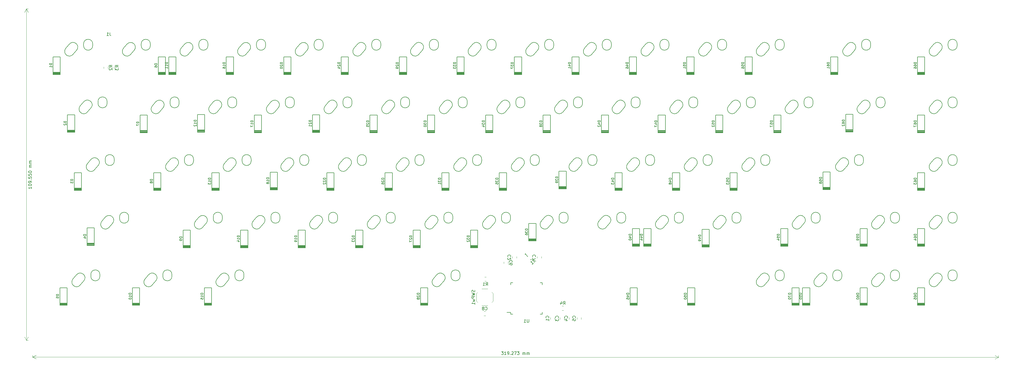
<source format=gbr>
G04 #@! TF.GenerationSoftware,KiCad,Pcbnew,(5.1.5)-3*
G04 #@! TF.CreationDate,2020-03-18T20:23:37-05:00*
G04 #@! TF.ProjectId,Advanced-PCB,41647661-6e63-4656-942d-5043422e6b69,rev?*
G04 #@! TF.SameCoordinates,Original*
G04 #@! TF.FileFunction,Legend,Bot*
G04 #@! TF.FilePolarity,Positive*
%FSLAX46Y46*%
G04 Gerber Fmt 4.6, Leading zero omitted, Abs format (unit mm)*
G04 Created by KiCad (PCBNEW (5.1.5)-3) date 2020-03-18 20:23:37*
%MOMM*%
%LPD*%
G04 APERTURE LIST*
%ADD10C,0.150000*%
%ADD11C,0.120000*%
%ADD12C,0.200000*%
G04 APERTURE END LIST*
D10*
X164508287Y-153056278D02*
X165127335Y-153056515D01*
X164793856Y-153437340D01*
X164936713Y-153437394D01*
X165031933Y-153485050D01*
X165079534Y-153532687D01*
X165127117Y-153627943D01*
X165127026Y-153866039D01*
X165079370Y-153961258D01*
X165031733Y-154008859D01*
X164936477Y-154056442D01*
X164650763Y-154056333D01*
X164555543Y-154008678D01*
X164507942Y-153961040D01*
X166079334Y-154056878D02*
X165507905Y-154056660D01*
X165793620Y-154056769D02*
X165794001Y-153056769D01*
X165698709Y-153199590D01*
X165603434Y-153294792D01*
X165508178Y-153342375D01*
X166555524Y-154057060D02*
X166746000Y-154057133D01*
X166841257Y-154009550D01*
X166888894Y-153961949D01*
X166984187Y-153819129D01*
X167031878Y-153628671D01*
X167032024Y-153247718D01*
X166984441Y-153152462D01*
X166936840Y-153104825D01*
X166841620Y-153057169D01*
X166651144Y-153057097D01*
X166555888Y-153104679D01*
X166508251Y-153152280D01*
X166460595Y-153247500D01*
X166460504Y-153485595D01*
X166508087Y-153580852D01*
X166555688Y-153628489D01*
X166650908Y-153676144D01*
X166841384Y-153676217D01*
X166936640Y-153628634D01*
X166984278Y-153581034D01*
X167031933Y-153485814D01*
X167460323Y-153962168D02*
X167507923Y-154009805D01*
X167460286Y-154057406D01*
X167412685Y-154009769D01*
X167460323Y-153962168D01*
X167460286Y-154057406D01*
X167889203Y-153152808D02*
X167936840Y-153105207D01*
X168032097Y-153057624D01*
X168270192Y-153057715D01*
X168365412Y-153105370D01*
X168413013Y-153153008D01*
X168460595Y-153248264D01*
X168460559Y-153343502D01*
X168412885Y-153486341D01*
X167841239Y-154057551D01*
X168460286Y-154057788D01*
X168794001Y-153057915D02*
X169460668Y-153058170D01*
X169031715Y-154058006D01*
X169746382Y-153058279D02*
X170365430Y-153058515D01*
X170031951Y-153439340D01*
X170174808Y-153439395D01*
X170270028Y-153487050D01*
X170317629Y-153534687D01*
X170365212Y-153629944D01*
X170365121Y-153868039D01*
X170317465Y-153963259D01*
X170269828Y-154010860D01*
X170174572Y-154058442D01*
X169888857Y-154058333D01*
X169793638Y-154010678D01*
X169746037Y-153963041D01*
X171555524Y-154058970D02*
X171555779Y-153392303D01*
X171555742Y-153487541D02*
X171603379Y-153439940D01*
X171698636Y-153392358D01*
X171841493Y-153392412D01*
X171936713Y-153440068D01*
X171984295Y-153535324D01*
X171984095Y-154059133D01*
X171984295Y-153535324D02*
X172031951Y-153440104D01*
X172127207Y-153392521D01*
X172270064Y-153392576D01*
X172365284Y-153440231D01*
X172412867Y-153535487D01*
X172412667Y-154059297D01*
X172888857Y-154059479D02*
X172889112Y-153392812D01*
X172889075Y-153488050D02*
X172936713Y-153440449D01*
X173031969Y-153392867D01*
X173174826Y-153392921D01*
X173270046Y-153440577D01*
X173317629Y-153535833D01*
X173317429Y-154059642D01*
X173317629Y-153535833D02*
X173365284Y-153440613D01*
X173460540Y-153393030D01*
X173603397Y-153393085D01*
X173698617Y-153440740D01*
X173746200Y-153535997D01*
X173746000Y-154059806D01*
D11*
X328810720Y-154936640D02*
X9537800Y-154814720D01*
X328810685Y-155028101D02*
X328810944Y-154350219D01*
X9537765Y-154906181D02*
X9538024Y-154228299D01*
X9537800Y-154814720D02*
X10664528Y-154228729D01*
X9537800Y-154814720D02*
X10664080Y-155401571D01*
X328810720Y-154936640D02*
X327684440Y-154349789D01*
X328810720Y-154936640D02*
X327683992Y-155522631D01*
D10*
X9187540Y-98636399D02*
X9187540Y-99207827D01*
X9187540Y-98922113D02*
X8187540Y-98922113D01*
X8330398Y-99017351D01*
X8425636Y-99112589D01*
X8473255Y-99207827D01*
X8187540Y-98017351D02*
X8187540Y-97922113D01*
X8235160Y-97826875D01*
X8282779Y-97779256D01*
X8378017Y-97731637D01*
X8568493Y-97684018D01*
X8806588Y-97684018D01*
X8997064Y-97731637D01*
X9092302Y-97779256D01*
X9139921Y-97826875D01*
X9187540Y-97922113D01*
X9187540Y-98017351D01*
X9139921Y-98112589D01*
X9092302Y-98160208D01*
X8997064Y-98207827D01*
X8806588Y-98255446D01*
X8568493Y-98255446D01*
X8378017Y-98207827D01*
X8282779Y-98160208D01*
X8235160Y-98112589D01*
X8187540Y-98017351D01*
X9187540Y-97207827D02*
X9187540Y-97017351D01*
X9139921Y-96922113D01*
X9092302Y-96874494D01*
X8949445Y-96779256D01*
X8758969Y-96731637D01*
X8378017Y-96731637D01*
X8282779Y-96779256D01*
X8235160Y-96826875D01*
X8187540Y-96922113D01*
X8187540Y-97112589D01*
X8235160Y-97207827D01*
X8282779Y-97255446D01*
X8378017Y-97303065D01*
X8616112Y-97303065D01*
X8711350Y-97255446D01*
X8758969Y-97207827D01*
X8806588Y-97112589D01*
X8806588Y-96922113D01*
X8758969Y-96826875D01*
X8711350Y-96779256D01*
X8616112Y-96731637D01*
X9092302Y-96303065D02*
X9139921Y-96255446D01*
X9187540Y-96303065D01*
X9139921Y-96350684D01*
X9092302Y-96303065D01*
X9187540Y-96303065D01*
X8187540Y-95350684D02*
X8187540Y-95826875D01*
X8663731Y-95874494D01*
X8616112Y-95826875D01*
X8568493Y-95731637D01*
X8568493Y-95493541D01*
X8616112Y-95398303D01*
X8663731Y-95350684D01*
X8758969Y-95303065D01*
X8997064Y-95303065D01*
X9092302Y-95350684D01*
X9139921Y-95398303D01*
X9187540Y-95493541D01*
X9187540Y-95731637D01*
X9139921Y-95826875D01*
X9092302Y-95874494D01*
X8187540Y-94398303D02*
X8187540Y-94874494D01*
X8663731Y-94922113D01*
X8616112Y-94874494D01*
X8568493Y-94779256D01*
X8568493Y-94541160D01*
X8616112Y-94445922D01*
X8663731Y-94398303D01*
X8758969Y-94350684D01*
X8997064Y-94350684D01*
X9092302Y-94398303D01*
X9139921Y-94445922D01*
X9187540Y-94541160D01*
X9187540Y-94779256D01*
X9139921Y-94874494D01*
X9092302Y-94922113D01*
X8187540Y-93731637D02*
X8187540Y-93636399D01*
X8235160Y-93541160D01*
X8282779Y-93493541D01*
X8378017Y-93445922D01*
X8568493Y-93398303D01*
X8806588Y-93398303D01*
X8997064Y-93445922D01*
X9092302Y-93493541D01*
X9139921Y-93541160D01*
X9187540Y-93636399D01*
X9187540Y-93731637D01*
X9139921Y-93826875D01*
X9092302Y-93874494D01*
X8997064Y-93922113D01*
X8806588Y-93969732D01*
X8568493Y-93969732D01*
X8378017Y-93922113D01*
X8282779Y-93874494D01*
X8235160Y-93826875D01*
X8187540Y-93731637D01*
X9187540Y-92207827D02*
X8520874Y-92207827D01*
X8616112Y-92207827D02*
X8568493Y-92160208D01*
X8520874Y-92064970D01*
X8520874Y-91922113D01*
X8568493Y-91826875D01*
X8663731Y-91779256D01*
X9187540Y-91779256D01*
X8663731Y-91779256D02*
X8568493Y-91731637D01*
X8520874Y-91636399D01*
X8520874Y-91493541D01*
X8568493Y-91398303D01*
X8663731Y-91350684D01*
X9187540Y-91350684D01*
X9187540Y-90874494D02*
X8520874Y-90874494D01*
X8616112Y-90874494D02*
X8568493Y-90826875D01*
X8520874Y-90731637D01*
X8520874Y-90588780D01*
X8568493Y-90493541D01*
X8663731Y-90445922D01*
X9187540Y-90445922D01*
X8663731Y-90445922D02*
X8568493Y-90398303D01*
X8520874Y-90303065D01*
X8520874Y-90160208D01*
X8568493Y-90064970D01*
X8663731Y-90017351D01*
X9187540Y-90017351D01*
D11*
X7465160Y-149363880D02*
X7465160Y-39813680D01*
X7455000Y-149363880D02*
X8051581Y-149363880D01*
X7455000Y-39813680D02*
X8051581Y-39813680D01*
X7465160Y-39813680D02*
X8051581Y-40940184D01*
X7465160Y-39813680D02*
X6878739Y-40940184D01*
X7465160Y-149363880D02*
X8051581Y-148237376D01*
X7465160Y-149363880D02*
X6878739Y-148237376D01*
D12*
X22835389Y-129132753D02*
G75*
G03X25281250Y-131075000I1245861J-942247D01*
G01*
X25281250Y-131075000D02*
X26527111Y-129617247D01*
X22835389Y-129132753D02*
X24081250Y-127675000D01*
X28781250Y-128175000D02*
X28781250Y-127575000D01*
X31781250Y-128175000D02*
X31781250Y-127575000D01*
X28781250Y-128175000D02*
G75*
G03X31781250Y-128175000I1500000J0D01*
G01*
X26527111Y-129617247D02*
G75*
G03X24081250Y-127675000I-1245861J942247D01*
G01*
X31781250Y-127575000D02*
G75*
G03X28781250Y-127575000I-1500000J0D01*
G01*
X306250000Y-52875000D02*
G75*
G03X308650000Y-54875000I1200000J-1000000D01*
G01*
X308650000Y-54875000D02*
X309895861Y-53417247D01*
X306204139Y-52932753D02*
X307450000Y-51475000D01*
X312150000Y-51975000D02*
X312150000Y-51375000D01*
X315150000Y-51975000D02*
X315150000Y-51375000D01*
X312150000Y-51975000D02*
G75*
G03X315150000Y-51975000I1500000J0D01*
G01*
X309850000Y-53475000D02*
G75*
G03X307450000Y-51475000I-1200000J1000000D01*
G01*
X315150000Y-51375000D02*
G75*
G03X312150000Y-51375000I-1500000J0D01*
G01*
X42550000Y-131950000D02*
X42550000Y-137750000D01*
X44950000Y-131950000D02*
X42550000Y-131950000D01*
X44950000Y-137750000D02*
X44950000Y-131950000D01*
X44950000Y-137675000D02*
X42550000Y-137675000D01*
X44950000Y-137550000D02*
X42550000Y-137550000D01*
X42550000Y-137775000D02*
X44950000Y-137775000D01*
X44950000Y-137375000D02*
X42550000Y-137375000D01*
X44950000Y-137200000D02*
X42550000Y-137200000D01*
X44950000Y-137025000D02*
X42550000Y-137025000D01*
X46647889Y-129132753D02*
G75*
G03X49093750Y-131075000I1245861J-942247D01*
G01*
X49093750Y-131075000D02*
X50339611Y-129617247D01*
X46647889Y-129132753D02*
X47893750Y-127675000D01*
X52593750Y-128175000D02*
X52593750Y-127575000D01*
X55593750Y-128175000D02*
X55593750Y-127575000D01*
X52593750Y-128175000D02*
G75*
G03X55593750Y-128175000I1500000J0D01*
G01*
X50339611Y-129617247D02*
G75*
G03X47893750Y-127675000I-1245861J942247D01*
G01*
X55593750Y-127575000D02*
G75*
G03X52593750Y-127575000I-1500000J0D01*
G01*
X249100000Y-129075000D02*
G75*
G03X251500000Y-131075000I1200000J-1000000D01*
G01*
X251500000Y-131075000D02*
X252745861Y-129617247D01*
X249054139Y-129132753D02*
X250300000Y-127675000D01*
X255000000Y-128175000D02*
X255000000Y-127575000D01*
X258000000Y-128175000D02*
X258000000Y-127575000D01*
X255000000Y-128175000D02*
G75*
G03X258000000Y-128175000I1500000J0D01*
G01*
X252700000Y-129675000D02*
G75*
G03X250300000Y-127675000I-1200000J1000000D01*
G01*
X258000000Y-127575000D02*
G75*
G03X255000000Y-127575000I-1500000J0D01*
G01*
X82412500Y-110025000D02*
G75*
G03X84812500Y-112025000I1200000J-1000000D01*
G01*
X84812500Y-112025000D02*
X86058361Y-110567247D01*
X82366639Y-110082753D02*
X83612500Y-108625000D01*
X88312500Y-109125000D02*
X88312500Y-108525000D01*
X91312500Y-109125000D02*
X91312500Y-108525000D01*
X88312500Y-109125000D02*
G75*
G03X91312500Y-109125000I1500000J0D01*
G01*
X86012500Y-110625000D02*
G75*
G03X83612500Y-108625000I-1200000J1000000D01*
G01*
X91312500Y-108525000D02*
G75*
G03X88312500Y-108525000I-1500000J0D01*
G01*
X68125000Y-71925000D02*
G75*
G03X70525000Y-73925000I1200000J-1000000D01*
G01*
X70525000Y-73925000D02*
X71770861Y-72467247D01*
X68079139Y-71982753D02*
X69325000Y-70525000D01*
X74025000Y-71025000D02*
X74025000Y-70425000D01*
X77025000Y-71025000D02*
X77025000Y-70425000D01*
X74025000Y-71025000D02*
G75*
G03X77025000Y-71025000I1500000J0D01*
G01*
X71725000Y-72525000D02*
G75*
G03X69325000Y-70525000I-1200000J1000000D01*
G01*
X77025000Y-70425000D02*
G75*
G03X74025000Y-70425000I-1500000J0D01*
G01*
X260550000Y-131950000D02*
X260550000Y-137750000D01*
X262950000Y-131950000D02*
X260550000Y-131950000D01*
X262950000Y-137750000D02*
X262950000Y-131950000D01*
X262950000Y-137675000D02*
X260550000Y-137675000D01*
X262950000Y-137550000D02*
X260550000Y-137550000D01*
X260550000Y-137775000D02*
X262950000Y-137775000D01*
X262950000Y-137375000D02*
X260550000Y-137375000D01*
X262950000Y-137200000D02*
X260550000Y-137200000D01*
X262950000Y-137025000D02*
X260550000Y-137025000D01*
X302050000Y-74950000D02*
X302050000Y-80750000D01*
X304450000Y-74950000D02*
X302050000Y-74950000D01*
X304450000Y-80750000D02*
X304450000Y-74950000D01*
X304450000Y-80675000D02*
X302050000Y-80675000D01*
X304450000Y-80550000D02*
X302050000Y-80550000D01*
X302050000Y-80775000D02*
X304450000Y-80775000D01*
X304450000Y-80375000D02*
X302050000Y-80375000D01*
X304450000Y-80200000D02*
X302050000Y-80200000D01*
X304450000Y-80025000D02*
X302050000Y-80025000D01*
X302050000Y-55700000D02*
X302050000Y-61500000D01*
X304450000Y-55700000D02*
X302050000Y-55700000D01*
X304450000Y-61500000D02*
X304450000Y-55700000D01*
X304450000Y-61425000D02*
X302050000Y-61425000D01*
X304450000Y-61300000D02*
X302050000Y-61300000D01*
X302050000Y-61525000D02*
X304450000Y-61525000D01*
X304450000Y-61125000D02*
X302050000Y-61125000D01*
X304450000Y-60950000D02*
X302050000Y-60950000D01*
X304450000Y-60775000D02*
X302050000Y-60775000D01*
X302050000Y-131950000D02*
X302050000Y-137750000D01*
X304450000Y-131950000D02*
X302050000Y-131950000D01*
X304450000Y-137750000D02*
X304450000Y-131950000D01*
X304450000Y-137675000D02*
X302050000Y-137675000D01*
X304450000Y-137550000D02*
X302050000Y-137550000D01*
X302050000Y-137775000D02*
X304450000Y-137775000D01*
X304450000Y-137375000D02*
X302050000Y-137375000D01*
X304450000Y-137200000D02*
X302050000Y-137200000D01*
X304450000Y-137025000D02*
X302050000Y-137025000D01*
X302050000Y-112450000D02*
X302050000Y-118250000D01*
X304450000Y-112450000D02*
X302050000Y-112450000D01*
X304450000Y-118250000D02*
X304450000Y-112450000D01*
X304450000Y-118175000D02*
X302050000Y-118175000D01*
X304450000Y-118050000D02*
X302050000Y-118050000D01*
X302050000Y-118275000D02*
X304450000Y-118275000D01*
X304450000Y-117875000D02*
X302050000Y-117875000D01*
X304450000Y-117700000D02*
X302050000Y-117700000D01*
X304450000Y-117525000D02*
X302050000Y-117525000D01*
X302050000Y-93950000D02*
X302050000Y-99750000D01*
X304450000Y-93950000D02*
X302050000Y-93950000D01*
X304450000Y-99750000D02*
X304450000Y-93950000D01*
X304450000Y-99675000D02*
X302050000Y-99675000D01*
X304450000Y-99550000D02*
X302050000Y-99550000D01*
X302050000Y-99775000D02*
X304450000Y-99775000D01*
X304450000Y-99375000D02*
X302050000Y-99375000D01*
X304450000Y-99200000D02*
X302050000Y-99200000D01*
X304450000Y-99025000D02*
X302050000Y-99025000D01*
X278300000Y-74700000D02*
X278300000Y-80500000D01*
X280700000Y-74700000D02*
X278300000Y-74700000D01*
X280700000Y-80500000D02*
X280700000Y-74700000D01*
X280700000Y-80425000D02*
X278300000Y-80425000D01*
X280700000Y-80300000D02*
X278300000Y-80300000D01*
X278300000Y-80525000D02*
X280700000Y-80525000D01*
X280700000Y-80125000D02*
X278300000Y-80125000D01*
X280700000Y-79950000D02*
X278300000Y-79950000D01*
X280700000Y-79775000D02*
X278300000Y-79775000D01*
X273300000Y-55700000D02*
X273300000Y-61500000D01*
X275700000Y-55700000D02*
X273300000Y-55700000D01*
X275700000Y-61500000D02*
X275700000Y-55700000D01*
X275700000Y-61425000D02*
X273300000Y-61425000D01*
X275700000Y-61300000D02*
X273300000Y-61300000D01*
X273300000Y-61525000D02*
X275700000Y-61525000D01*
X275700000Y-61125000D02*
X273300000Y-61125000D01*
X275700000Y-60950000D02*
X273300000Y-60950000D01*
X275700000Y-60775000D02*
X273300000Y-60775000D01*
X283050000Y-131950000D02*
X283050000Y-137750000D01*
X285450000Y-131950000D02*
X283050000Y-131950000D01*
X285450000Y-137750000D02*
X285450000Y-131950000D01*
X285450000Y-137675000D02*
X283050000Y-137675000D01*
X285450000Y-137550000D02*
X283050000Y-137550000D01*
X283050000Y-137775000D02*
X285450000Y-137775000D01*
X285450000Y-137375000D02*
X283050000Y-137375000D01*
X285450000Y-137200000D02*
X283050000Y-137200000D01*
X285450000Y-137025000D02*
X283050000Y-137025000D01*
X283050000Y-112450000D02*
X283050000Y-118250000D01*
X285450000Y-112450000D02*
X283050000Y-112450000D01*
X285450000Y-118250000D02*
X285450000Y-112450000D01*
X285450000Y-118175000D02*
X283050000Y-118175000D01*
X285450000Y-118050000D02*
X283050000Y-118050000D01*
X283050000Y-118275000D02*
X285450000Y-118275000D01*
X285450000Y-117875000D02*
X283050000Y-117875000D01*
X285450000Y-117700000D02*
X283050000Y-117700000D01*
X285450000Y-117525000D02*
X283050000Y-117525000D01*
X270800000Y-93700000D02*
X270800000Y-99500000D01*
X273200000Y-93700000D02*
X270800000Y-93700000D01*
X273200000Y-99500000D02*
X273200000Y-93700000D01*
X273200000Y-99425000D02*
X270800000Y-99425000D01*
X273200000Y-99300000D02*
X270800000Y-99300000D01*
X270800000Y-99525000D02*
X273200000Y-99525000D01*
X273200000Y-99125000D02*
X270800000Y-99125000D01*
X273200000Y-98950000D02*
X270800000Y-98950000D01*
X273200000Y-98775000D02*
X270800000Y-98775000D01*
X254550000Y-74950000D02*
X254550000Y-80750000D01*
X256950000Y-74950000D02*
X254550000Y-74950000D01*
X256950000Y-80750000D02*
X256950000Y-74950000D01*
X256950000Y-80675000D02*
X254550000Y-80675000D01*
X256950000Y-80550000D02*
X254550000Y-80550000D01*
X254550000Y-80775000D02*
X256950000Y-80775000D01*
X256950000Y-80375000D02*
X254550000Y-80375000D01*
X256950000Y-80200000D02*
X254550000Y-80200000D01*
X256950000Y-80025000D02*
X254550000Y-80025000D01*
X245050000Y-55700000D02*
X245050000Y-61500000D01*
X247450000Y-55700000D02*
X245050000Y-55700000D01*
X247450000Y-61500000D02*
X247450000Y-55700000D01*
X247450000Y-61425000D02*
X245050000Y-61425000D01*
X247450000Y-61300000D02*
X245050000Y-61300000D01*
X245050000Y-61525000D02*
X247450000Y-61525000D01*
X247450000Y-61125000D02*
X245050000Y-61125000D01*
X247450000Y-60950000D02*
X245050000Y-60950000D01*
X247450000Y-60775000D02*
X245050000Y-60775000D01*
X264050000Y-131950000D02*
X264050000Y-137750000D01*
X266450000Y-131950000D02*
X264050000Y-131950000D01*
X266450000Y-137750000D02*
X266450000Y-131950000D01*
X266450000Y-137675000D02*
X264050000Y-137675000D01*
X266450000Y-137550000D02*
X264050000Y-137550000D01*
X264050000Y-137775000D02*
X266450000Y-137775000D01*
X266450000Y-137375000D02*
X264050000Y-137375000D01*
X266450000Y-137200000D02*
X264050000Y-137200000D01*
X266450000Y-137025000D02*
X264050000Y-137025000D01*
X256800000Y-112450000D02*
X256800000Y-118250000D01*
X259200000Y-112450000D02*
X256800000Y-112450000D01*
X259200000Y-118250000D02*
X259200000Y-112450000D01*
X259200000Y-118175000D02*
X256800000Y-118175000D01*
X259200000Y-118050000D02*
X256800000Y-118050000D01*
X256800000Y-118275000D02*
X259200000Y-118275000D01*
X259200000Y-117875000D02*
X256800000Y-117875000D01*
X259200000Y-117700000D02*
X256800000Y-117700000D01*
X259200000Y-117525000D02*
X256800000Y-117525000D01*
X240050000Y-93950000D02*
X240050000Y-99750000D01*
X242450000Y-93950000D02*
X240050000Y-93950000D01*
X242450000Y-99750000D02*
X242450000Y-93950000D01*
X242450000Y-99675000D02*
X240050000Y-99675000D01*
X242450000Y-99550000D02*
X240050000Y-99550000D01*
X240050000Y-99775000D02*
X242450000Y-99775000D01*
X242450000Y-99375000D02*
X240050000Y-99375000D01*
X242450000Y-99200000D02*
X240050000Y-99200000D01*
X242450000Y-99025000D02*
X240050000Y-99025000D01*
X235300000Y-74950000D02*
X235300000Y-80750000D01*
X237700000Y-74950000D02*
X235300000Y-74950000D01*
X237700000Y-80750000D02*
X237700000Y-74950000D01*
X237700000Y-80675000D02*
X235300000Y-80675000D01*
X237700000Y-80550000D02*
X235300000Y-80550000D01*
X235300000Y-80775000D02*
X237700000Y-80775000D01*
X237700000Y-80375000D02*
X235300000Y-80375000D01*
X237700000Y-80200000D02*
X235300000Y-80200000D01*
X237700000Y-80025000D02*
X235300000Y-80025000D01*
X225800000Y-55700000D02*
X225800000Y-61500000D01*
X228200000Y-55700000D02*
X225800000Y-55700000D01*
X228200000Y-61500000D02*
X228200000Y-55700000D01*
X228200000Y-61425000D02*
X225800000Y-61425000D01*
X228200000Y-61300000D02*
X225800000Y-61300000D01*
X225800000Y-61525000D02*
X228200000Y-61525000D01*
X228200000Y-61125000D02*
X225800000Y-61125000D01*
X228200000Y-60950000D02*
X225800000Y-60950000D01*
X228200000Y-60775000D02*
X225800000Y-60775000D01*
X226050000Y-131950000D02*
X226050000Y-137750000D01*
X228450000Y-131950000D02*
X226050000Y-131950000D01*
X228450000Y-137750000D02*
X228450000Y-131950000D01*
X228450000Y-137675000D02*
X226050000Y-137675000D01*
X228450000Y-137550000D02*
X226050000Y-137550000D01*
X226050000Y-137775000D02*
X228450000Y-137775000D01*
X228450000Y-137375000D02*
X226050000Y-137375000D01*
X228450000Y-137200000D02*
X226050000Y-137200000D01*
X228450000Y-137025000D02*
X226050000Y-137025000D01*
X230800000Y-112700000D02*
X230800000Y-118500000D01*
X233200000Y-112700000D02*
X230800000Y-112700000D01*
X233200000Y-118500000D02*
X233200000Y-112700000D01*
X233200000Y-118425000D02*
X230800000Y-118425000D01*
X233200000Y-118300000D02*
X230800000Y-118300000D01*
X230800000Y-118525000D02*
X233200000Y-118525000D01*
X233200000Y-118125000D02*
X230800000Y-118125000D01*
X233200000Y-117950000D02*
X230800000Y-117950000D01*
X233200000Y-117775000D02*
X230800000Y-117775000D01*
X221050000Y-93950000D02*
X221050000Y-99750000D01*
X223450000Y-93950000D02*
X221050000Y-93950000D01*
X223450000Y-99750000D02*
X223450000Y-93950000D01*
X223450000Y-99675000D02*
X221050000Y-99675000D01*
X223450000Y-99550000D02*
X221050000Y-99550000D01*
X221050000Y-99775000D02*
X223450000Y-99775000D01*
X223450000Y-99375000D02*
X221050000Y-99375000D01*
X223450000Y-99200000D02*
X221050000Y-99200000D01*
X223450000Y-99025000D02*
X221050000Y-99025000D01*
X216300000Y-74950000D02*
X216300000Y-80750000D01*
X218700000Y-74950000D02*
X216300000Y-74950000D01*
X218700000Y-80750000D02*
X218700000Y-74950000D01*
X218700000Y-80675000D02*
X216300000Y-80675000D01*
X218700000Y-80550000D02*
X216300000Y-80550000D01*
X216300000Y-80775000D02*
X218700000Y-80775000D01*
X218700000Y-80375000D02*
X216300000Y-80375000D01*
X218700000Y-80200000D02*
X216300000Y-80200000D01*
X218700000Y-80025000D02*
X216300000Y-80025000D01*
X206800000Y-55700000D02*
X206800000Y-61500000D01*
X209200000Y-55700000D02*
X206800000Y-55700000D01*
X209200000Y-61500000D02*
X209200000Y-55700000D01*
X209200000Y-61425000D02*
X206800000Y-61425000D01*
X209200000Y-61300000D02*
X206800000Y-61300000D01*
X206800000Y-61525000D02*
X209200000Y-61525000D01*
X209200000Y-61125000D02*
X206800000Y-61125000D01*
X209200000Y-60950000D02*
X206800000Y-60950000D01*
X209200000Y-60775000D02*
X206800000Y-60775000D01*
X207050000Y-131950000D02*
X207050000Y-137750000D01*
X209450000Y-131950000D02*
X207050000Y-131950000D01*
X209450000Y-137750000D02*
X209450000Y-131950000D01*
X209450000Y-137675000D02*
X207050000Y-137675000D01*
X209450000Y-137550000D02*
X207050000Y-137550000D01*
X207050000Y-137775000D02*
X209450000Y-137775000D01*
X209450000Y-137375000D02*
X207050000Y-137375000D01*
X209450000Y-137200000D02*
X207050000Y-137200000D01*
X209450000Y-137025000D02*
X207050000Y-137025000D01*
X211550000Y-112450000D02*
X211550000Y-118250000D01*
X213950000Y-112450000D02*
X211550000Y-112450000D01*
X213950000Y-118250000D02*
X213950000Y-112450000D01*
X213950000Y-118175000D02*
X211550000Y-118175000D01*
X213950000Y-118050000D02*
X211550000Y-118050000D01*
X211550000Y-118275000D02*
X213950000Y-118275000D01*
X213950000Y-117875000D02*
X211550000Y-117875000D01*
X213950000Y-117700000D02*
X211550000Y-117700000D01*
X213950000Y-117525000D02*
X211550000Y-117525000D01*
X202050000Y-93950000D02*
X202050000Y-99750000D01*
X204450000Y-93950000D02*
X202050000Y-93950000D01*
X204450000Y-99750000D02*
X204450000Y-93950000D01*
X204450000Y-99675000D02*
X202050000Y-99675000D01*
X204450000Y-99550000D02*
X202050000Y-99550000D01*
X202050000Y-99775000D02*
X204450000Y-99775000D01*
X204450000Y-99375000D02*
X202050000Y-99375000D01*
X204450000Y-99200000D02*
X202050000Y-99200000D01*
X204450000Y-99025000D02*
X202050000Y-99025000D01*
X197550000Y-74950000D02*
X197550000Y-80750000D01*
X199950000Y-74950000D02*
X197550000Y-74950000D01*
X199950000Y-80750000D02*
X199950000Y-74950000D01*
X199950000Y-80675000D02*
X197550000Y-80675000D01*
X199950000Y-80550000D02*
X197550000Y-80550000D01*
X197550000Y-80775000D02*
X199950000Y-80775000D01*
X199950000Y-80375000D02*
X197550000Y-80375000D01*
X199950000Y-80200000D02*
X197550000Y-80200000D01*
X199950000Y-80025000D02*
X197550000Y-80025000D01*
X187800000Y-55700000D02*
X187800000Y-61500000D01*
X190200000Y-55700000D02*
X187800000Y-55700000D01*
X190200000Y-61500000D02*
X190200000Y-55700000D01*
X190200000Y-61425000D02*
X187800000Y-61425000D01*
X190200000Y-61300000D02*
X187800000Y-61300000D01*
X187800000Y-61525000D02*
X190200000Y-61525000D01*
X190200000Y-61125000D02*
X187800000Y-61125000D01*
X190200000Y-60950000D02*
X187800000Y-60950000D01*
X190200000Y-60775000D02*
X187800000Y-60775000D01*
X207800000Y-112450000D02*
X207800000Y-118250000D01*
X210200000Y-112450000D02*
X207800000Y-112450000D01*
X210200000Y-118250000D02*
X210200000Y-112450000D01*
X210200000Y-118175000D02*
X207800000Y-118175000D01*
X210200000Y-118050000D02*
X207800000Y-118050000D01*
X207800000Y-118275000D02*
X210200000Y-118275000D01*
X210200000Y-117875000D02*
X207800000Y-117875000D01*
X210200000Y-117700000D02*
X207800000Y-117700000D01*
X210200000Y-117525000D02*
X207800000Y-117525000D01*
X183550000Y-93450000D02*
X183550000Y-99250000D01*
X185950000Y-93450000D02*
X183550000Y-93450000D01*
X185950000Y-99250000D02*
X185950000Y-93450000D01*
X185950000Y-99175000D02*
X183550000Y-99175000D01*
X185950000Y-99050000D02*
X183550000Y-99050000D01*
X183550000Y-99275000D02*
X185950000Y-99275000D01*
X185950000Y-98875000D02*
X183550000Y-98875000D01*
X185950000Y-98700000D02*
X183550000Y-98700000D01*
X185950000Y-98525000D02*
X183550000Y-98525000D01*
X178300000Y-74950000D02*
X178300000Y-80750000D01*
X180700000Y-74950000D02*
X178300000Y-74950000D01*
X180700000Y-80750000D02*
X180700000Y-74950000D01*
X180700000Y-80675000D02*
X178300000Y-80675000D01*
X180700000Y-80550000D02*
X178300000Y-80550000D01*
X178300000Y-80775000D02*
X180700000Y-80775000D01*
X180700000Y-80375000D02*
X178300000Y-80375000D01*
X180700000Y-80200000D02*
X178300000Y-80200000D01*
X180700000Y-80025000D02*
X178300000Y-80025000D01*
X168800000Y-55700000D02*
X168800000Y-61500000D01*
X171200000Y-55700000D02*
X168800000Y-55700000D01*
X171200000Y-61500000D02*
X171200000Y-55700000D01*
X171200000Y-61425000D02*
X168800000Y-61425000D01*
X171200000Y-61300000D02*
X168800000Y-61300000D01*
X168800000Y-61525000D02*
X171200000Y-61525000D01*
X171200000Y-61125000D02*
X168800000Y-61125000D01*
X171200000Y-60950000D02*
X168800000Y-60950000D01*
X171200000Y-60775000D02*
X168800000Y-60775000D01*
X173550000Y-110700000D02*
X173550000Y-116500000D01*
X175950000Y-110700000D02*
X173550000Y-110700000D01*
X175950000Y-116500000D02*
X175950000Y-110700000D01*
X175950000Y-116425000D02*
X173550000Y-116425000D01*
X175950000Y-116300000D02*
X173550000Y-116300000D01*
X173550000Y-116525000D02*
X175950000Y-116525000D01*
X175950000Y-116125000D02*
X173550000Y-116125000D01*
X175950000Y-115950000D02*
X173550000Y-115950000D01*
X175950000Y-115775000D02*
X173550000Y-115775000D01*
X163800000Y-93950000D02*
X163800000Y-99750000D01*
X166200000Y-93950000D02*
X163800000Y-93950000D01*
X166200000Y-99750000D02*
X166200000Y-93950000D01*
X166200000Y-99675000D02*
X163800000Y-99675000D01*
X166200000Y-99550000D02*
X163800000Y-99550000D01*
X163800000Y-99775000D02*
X166200000Y-99775000D01*
X166200000Y-99375000D02*
X163800000Y-99375000D01*
X166200000Y-99200000D02*
X163800000Y-99200000D01*
X166200000Y-99025000D02*
X163800000Y-99025000D01*
X159300000Y-74950000D02*
X159300000Y-80750000D01*
X161700000Y-74950000D02*
X159300000Y-74950000D01*
X161700000Y-80750000D02*
X161700000Y-74950000D01*
X161700000Y-80675000D02*
X159300000Y-80675000D01*
X161700000Y-80550000D02*
X159300000Y-80550000D01*
X159300000Y-80775000D02*
X161700000Y-80775000D01*
X161700000Y-80375000D02*
X159300000Y-80375000D01*
X161700000Y-80200000D02*
X159300000Y-80200000D01*
X161700000Y-80025000D02*
X159300000Y-80025000D01*
X149800000Y-55700000D02*
X149800000Y-61500000D01*
X152200000Y-55700000D02*
X149800000Y-55700000D01*
X152200000Y-61500000D02*
X152200000Y-55700000D01*
X152200000Y-61425000D02*
X149800000Y-61425000D01*
X152200000Y-61300000D02*
X149800000Y-61300000D01*
X149800000Y-61525000D02*
X152200000Y-61525000D01*
X152200000Y-61125000D02*
X149800000Y-61125000D01*
X152200000Y-60950000D02*
X149800000Y-60950000D01*
X152200000Y-60775000D02*
X149800000Y-60775000D01*
X154300000Y-112950000D02*
X154300000Y-118750000D01*
X156700000Y-112950000D02*
X154300000Y-112950000D01*
X156700000Y-118750000D02*
X156700000Y-112950000D01*
X156700000Y-118675000D02*
X154300000Y-118675000D01*
X156700000Y-118550000D02*
X154300000Y-118550000D01*
X154300000Y-118775000D02*
X156700000Y-118775000D01*
X156700000Y-118375000D02*
X154300000Y-118375000D01*
X156700000Y-118200000D02*
X154300000Y-118200000D01*
X156700000Y-118025000D02*
X154300000Y-118025000D01*
X144800000Y-93950000D02*
X144800000Y-99750000D01*
X147200000Y-93950000D02*
X144800000Y-93950000D01*
X147200000Y-99750000D02*
X147200000Y-93950000D01*
X147200000Y-99675000D02*
X144800000Y-99675000D01*
X147200000Y-99550000D02*
X144800000Y-99550000D01*
X144800000Y-99775000D02*
X147200000Y-99775000D01*
X147200000Y-99375000D02*
X144800000Y-99375000D01*
X147200000Y-99200000D02*
X144800000Y-99200000D01*
X147200000Y-99025000D02*
X144800000Y-99025000D01*
X140050000Y-74950000D02*
X140050000Y-80750000D01*
X142450000Y-74950000D02*
X140050000Y-74950000D01*
X142450000Y-80750000D02*
X142450000Y-74950000D01*
X142450000Y-80675000D02*
X140050000Y-80675000D01*
X142450000Y-80550000D02*
X140050000Y-80550000D01*
X140050000Y-80775000D02*
X142450000Y-80775000D01*
X142450000Y-80375000D02*
X140050000Y-80375000D01*
X142450000Y-80200000D02*
X140050000Y-80200000D01*
X142450000Y-80025000D02*
X140050000Y-80025000D01*
X130800000Y-55700000D02*
X130800000Y-61500000D01*
X133200000Y-55700000D02*
X130800000Y-55700000D01*
X133200000Y-61500000D02*
X133200000Y-55700000D01*
X133200000Y-61425000D02*
X130800000Y-61425000D01*
X133200000Y-61300000D02*
X130800000Y-61300000D01*
X130800000Y-61525000D02*
X133200000Y-61525000D01*
X133200000Y-61125000D02*
X130800000Y-61125000D01*
X133200000Y-60950000D02*
X130800000Y-60950000D01*
X133200000Y-60775000D02*
X130800000Y-60775000D01*
X137800000Y-131950000D02*
X137800000Y-137750000D01*
X140200000Y-131950000D02*
X137800000Y-131950000D01*
X140200000Y-137750000D02*
X140200000Y-131950000D01*
X140200000Y-137675000D02*
X137800000Y-137675000D01*
X140200000Y-137550000D02*
X137800000Y-137550000D01*
X137800000Y-137775000D02*
X140200000Y-137775000D01*
X140200000Y-137375000D02*
X137800000Y-137375000D01*
X140200000Y-137200000D02*
X137800000Y-137200000D01*
X140200000Y-137025000D02*
X137800000Y-137025000D01*
X135300000Y-112950000D02*
X135300000Y-118750000D01*
X137700000Y-112950000D02*
X135300000Y-112950000D01*
X137700000Y-118750000D02*
X137700000Y-112950000D01*
X137700000Y-118675000D02*
X135300000Y-118675000D01*
X137700000Y-118550000D02*
X135300000Y-118550000D01*
X135300000Y-118775000D02*
X137700000Y-118775000D01*
X137700000Y-118375000D02*
X135300000Y-118375000D01*
X137700000Y-118200000D02*
X135300000Y-118200000D01*
X137700000Y-118025000D02*
X135300000Y-118025000D01*
X126050000Y-93950000D02*
X126050000Y-99750000D01*
X128450000Y-93950000D02*
X126050000Y-93950000D01*
X128450000Y-99750000D02*
X128450000Y-93950000D01*
X128450000Y-99675000D02*
X126050000Y-99675000D01*
X128450000Y-99550000D02*
X126050000Y-99550000D01*
X126050000Y-99775000D02*
X128450000Y-99775000D01*
X128450000Y-99375000D02*
X126050000Y-99375000D01*
X128450000Y-99200000D02*
X126050000Y-99200000D01*
X128450000Y-99025000D02*
X126050000Y-99025000D01*
X121050000Y-74950000D02*
X121050000Y-80750000D01*
X123450000Y-74950000D02*
X121050000Y-74950000D01*
X123450000Y-80750000D02*
X123450000Y-74950000D01*
X123450000Y-80675000D02*
X121050000Y-80675000D01*
X123450000Y-80550000D02*
X121050000Y-80550000D01*
X121050000Y-80775000D02*
X123450000Y-80775000D01*
X123450000Y-80375000D02*
X121050000Y-80375000D01*
X123450000Y-80200000D02*
X121050000Y-80200000D01*
X123450000Y-80025000D02*
X121050000Y-80025000D01*
X111550000Y-55700000D02*
X111550000Y-61500000D01*
X113950000Y-55700000D02*
X111550000Y-55700000D01*
X113950000Y-61500000D02*
X113950000Y-55700000D01*
X113950000Y-61425000D02*
X111550000Y-61425000D01*
X113950000Y-61300000D02*
X111550000Y-61300000D01*
X111550000Y-61525000D02*
X113950000Y-61525000D01*
X113950000Y-61125000D02*
X111550000Y-61125000D01*
X113950000Y-60950000D02*
X111550000Y-60950000D01*
X113950000Y-60775000D02*
X111550000Y-60775000D01*
X116300000Y-112950000D02*
X116300000Y-118750000D01*
X118700000Y-112950000D02*
X116300000Y-112950000D01*
X118700000Y-118750000D02*
X118700000Y-112950000D01*
X118700000Y-118675000D02*
X116300000Y-118675000D01*
X118700000Y-118550000D02*
X116300000Y-118550000D01*
X116300000Y-118775000D02*
X118700000Y-118775000D01*
X118700000Y-118375000D02*
X116300000Y-118375000D01*
X118700000Y-118200000D02*
X116300000Y-118200000D01*
X118700000Y-118025000D02*
X116300000Y-118025000D01*
X106800000Y-93950000D02*
X106800000Y-99750000D01*
X109200000Y-93950000D02*
X106800000Y-93950000D01*
X109200000Y-99750000D02*
X109200000Y-93950000D01*
X109200000Y-99675000D02*
X106800000Y-99675000D01*
X109200000Y-99550000D02*
X106800000Y-99550000D01*
X106800000Y-99775000D02*
X109200000Y-99775000D01*
X109200000Y-99375000D02*
X106800000Y-99375000D01*
X109200000Y-99200000D02*
X106800000Y-99200000D01*
X109200000Y-99025000D02*
X106800000Y-99025000D01*
X102050000Y-74850000D02*
X102050000Y-80650000D01*
X104450000Y-74850000D02*
X102050000Y-74850000D01*
X104450000Y-80650000D02*
X104450000Y-74850000D01*
X104450000Y-80575000D02*
X102050000Y-80575000D01*
X104450000Y-80450000D02*
X102050000Y-80450000D01*
X102050000Y-80675000D02*
X104450000Y-80675000D01*
X104450000Y-80275000D02*
X102050000Y-80275000D01*
X104450000Y-80100000D02*
X102050000Y-80100000D01*
X104450000Y-79925000D02*
X102050000Y-79925000D01*
X92550000Y-55700000D02*
X92550000Y-61500000D01*
X94950000Y-55700000D02*
X92550000Y-55700000D01*
X94950000Y-61500000D02*
X94950000Y-55700000D01*
X94950000Y-61425000D02*
X92550000Y-61425000D01*
X94950000Y-61300000D02*
X92550000Y-61300000D01*
X92550000Y-61525000D02*
X94950000Y-61525000D01*
X94950000Y-61125000D02*
X92550000Y-61125000D01*
X94950000Y-60950000D02*
X92550000Y-60950000D01*
X94950000Y-60775000D02*
X92550000Y-60775000D01*
X97300000Y-112950000D02*
X97300000Y-118750000D01*
X99700000Y-112950000D02*
X97300000Y-112950000D01*
X99700000Y-118750000D02*
X99700000Y-112950000D01*
X99700000Y-118675000D02*
X97300000Y-118675000D01*
X99700000Y-118550000D02*
X97300000Y-118550000D01*
X97300000Y-118775000D02*
X99700000Y-118775000D01*
X99700000Y-118375000D02*
X97300000Y-118375000D01*
X99700000Y-118200000D02*
X97300000Y-118200000D01*
X99700000Y-118025000D02*
X97300000Y-118025000D01*
X88050000Y-93775000D02*
X88050000Y-99575000D01*
X90450000Y-93775000D02*
X88050000Y-93775000D01*
X90450000Y-99575000D02*
X90450000Y-93775000D01*
X90450000Y-99500000D02*
X88050000Y-99500000D01*
X90450000Y-99375000D02*
X88050000Y-99375000D01*
X88050000Y-99600000D02*
X90450000Y-99600000D01*
X90450000Y-99200000D02*
X88050000Y-99200000D01*
X90450000Y-99025000D02*
X88050000Y-99025000D01*
X90450000Y-98850000D02*
X88050000Y-98850000D01*
X82800000Y-74950000D02*
X82800000Y-80750000D01*
X85200000Y-74950000D02*
X82800000Y-74950000D01*
X85200000Y-80750000D02*
X85200000Y-74950000D01*
X85200000Y-80675000D02*
X82800000Y-80675000D01*
X85200000Y-80550000D02*
X82800000Y-80550000D01*
X82800000Y-80775000D02*
X85200000Y-80775000D01*
X85200000Y-80375000D02*
X82800000Y-80375000D01*
X85200000Y-80200000D02*
X82800000Y-80200000D01*
X85200000Y-80025000D02*
X82800000Y-80025000D01*
X73550000Y-55700000D02*
X73550000Y-61500000D01*
X75950000Y-55700000D02*
X73550000Y-55700000D01*
X75950000Y-61500000D02*
X75950000Y-55700000D01*
X75950000Y-61425000D02*
X73550000Y-61425000D01*
X75950000Y-61300000D02*
X73550000Y-61300000D01*
X73550000Y-61525000D02*
X75950000Y-61525000D01*
X75950000Y-61125000D02*
X73550000Y-61125000D01*
X75950000Y-60950000D02*
X73550000Y-60950000D01*
X75950000Y-60775000D02*
X73550000Y-60775000D01*
X66300000Y-131950000D02*
X66300000Y-137750000D01*
X68700000Y-131950000D02*
X66300000Y-131950000D01*
X68700000Y-137750000D02*
X68700000Y-131950000D01*
X68700000Y-137675000D02*
X66300000Y-137675000D01*
X68700000Y-137550000D02*
X66300000Y-137550000D01*
X66300000Y-137775000D02*
X68700000Y-137775000D01*
X68700000Y-137375000D02*
X66300000Y-137375000D01*
X68700000Y-137200000D02*
X66300000Y-137200000D01*
X68700000Y-137025000D02*
X66300000Y-137025000D01*
X78300000Y-112950000D02*
X78300000Y-118750000D01*
X80700000Y-112950000D02*
X78300000Y-112950000D01*
X80700000Y-118750000D02*
X80700000Y-112950000D01*
X80700000Y-118675000D02*
X78300000Y-118675000D01*
X80700000Y-118550000D02*
X78300000Y-118550000D01*
X78300000Y-118775000D02*
X80700000Y-118775000D01*
X80700000Y-118375000D02*
X78300000Y-118375000D01*
X80700000Y-118200000D02*
X78300000Y-118200000D01*
X80700000Y-118025000D02*
X78300000Y-118025000D01*
X68800000Y-93950000D02*
X68800000Y-99750000D01*
X71200000Y-93950000D02*
X68800000Y-93950000D01*
X71200000Y-99750000D02*
X71200000Y-93950000D01*
X71200000Y-99675000D02*
X68800000Y-99675000D01*
X71200000Y-99550000D02*
X68800000Y-99550000D01*
X68800000Y-99775000D02*
X71200000Y-99775000D01*
X71200000Y-99375000D02*
X68800000Y-99375000D01*
X71200000Y-99200000D02*
X68800000Y-99200000D01*
X71200000Y-99025000D02*
X68800000Y-99025000D01*
X64050000Y-74775000D02*
X64050000Y-80575000D01*
X66450000Y-74775000D02*
X64050000Y-74775000D01*
X66450000Y-80575000D02*
X66450000Y-74775000D01*
X66450000Y-80500000D02*
X64050000Y-80500000D01*
X66450000Y-80375000D02*
X64050000Y-80375000D01*
X64050000Y-80600000D02*
X66450000Y-80600000D01*
X66450000Y-80200000D02*
X64050000Y-80200000D01*
X66450000Y-80025000D02*
X64050000Y-80025000D01*
X66450000Y-79850000D02*
X64050000Y-79850000D01*
X54550000Y-55700000D02*
X54550000Y-61500000D01*
X56950000Y-55700000D02*
X54550000Y-55700000D01*
X56950000Y-61500000D02*
X56950000Y-55700000D01*
X56950000Y-61425000D02*
X54550000Y-61425000D01*
X56950000Y-61300000D02*
X54550000Y-61300000D01*
X54550000Y-61525000D02*
X56950000Y-61525000D01*
X56950000Y-61125000D02*
X54550000Y-61125000D01*
X56950000Y-60950000D02*
X54550000Y-60950000D01*
X56950000Y-60775000D02*
X54550000Y-60775000D01*
X59300000Y-112950000D02*
X59300000Y-118750000D01*
X61700000Y-112950000D02*
X59300000Y-112950000D01*
X61700000Y-118750000D02*
X61700000Y-112950000D01*
X61700000Y-118675000D02*
X59300000Y-118675000D01*
X61700000Y-118550000D02*
X59300000Y-118550000D01*
X59300000Y-118775000D02*
X61700000Y-118775000D01*
X61700000Y-118375000D02*
X59300000Y-118375000D01*
X61700000Y-118200000D02*
X59300000Y-118200000D01*
X61700000Y-118025000D02*
X59300000Y-118025000D01*
X49550000Y-93950000D02*
X49550000Y-99750000D01*
X51950000Y-93950000D02*
X49550000Y-93950000D01*
X51950000Y-99750000D02*
X51950000Y-93950000D01*
X51950000Y-99675000D02*
X49550000Y-99675000D01*
X51950000Y-99550000D02*
X49550000Y-99550000D01*
X49550000Y-99775000D02*
X51950000Y-99775000D01*
X51950000Y-99375000D02*
X49550000Y-99375000D01*
X51950000Y-99200000D02*
X49550000Y-99200000D01*
X51950000Y-99025000D02*
X49550000Y-99025000D01*
X45050000Y-74950000D02*
X45050000Y-80750000D01*
X47450000Y-74950000D02*
X45050000Y-74950000D01*
X47450000Y-80750000D02*
X47450000Y-74950000D01*
X47450000Y-80675000D02*
X45050000Y-80675000D01*
X47450000Y-80550000D02*
X45050000Y-80550000D01*
X45050000Y-80775000D02*
X47450000Y-80775000D01*
X47450000Y-80375000D02*
X45050000Y-80375000D01*
X47450000Y-80200000D02*
X45050000Y-80200000D01*
X47450000Y-80025000D02*
X45050000Y-80025000D01*
X51050000Y-55700000D02*
X51050000Y-61500000D01*
X53450000Y-55700000D02*
X51050000Y-55700000D01*
X53450000Y-61500000D02*
X53450000Y-55700000D01*
X53450000Y-61425000D02*
X51050000Y-61425000D01*
X53450000Y-61300000D02*
X51050000Y-61300000D01*
X51050000Y-61525000D02*
X53450000Y-61525000D01*
X53450000Y-61125000D02*
X51050000Y-61125000D01*
X53450000Y-60950000D02*
X51050000Y-60950000D01*
X53450000Y-60775000D02*
X51050000Y-60775000D01*
X18550000Y-131950000D02*
X18550000Y-137750000D01*
X20950000Y-131950000D02*
X18550000Y-131950000D01*
X20950000Y-137750000D02*
X20950000Y-131950000D01*
X20950000Y-137675000D02*
X18550000Y-137675000D01*
X20950000Y-137550000D02*
X18550000Y-137550000D01*
X18550000Y-137775000D02*
X20950000Y-137775000D01*
X20950000Y-137375000D02*
X18550000Y-137375000D01*
X20950000Y-137200000D02*
X18550000Y-137200000D01*
X20950000Y-137025000D02*
X18550000Y-137025000D01*
X27550000Y-112200000D02*
X27550000Y-118000000D01*
X29950000Y-112200000D02*
X27550000Y-112200000D01*
X29950000Y-118000000D02*
X29950000Y-112200000D01*
X29950000Y-117925000D02*
X27550000Y-117925000D01*
X29950000Y-117800000D02*
X27550000Y-117800000D01*
X27550000Y-118025000D02*
X29950000Y-118025000D01*
X29950000Y-117625000D02*
X27550000Y-117625000D01*
X29950000Y-117450000D02*
X27550000Y-117450000D01*
X29950000Y-117275000D02*
X27550000Y-117275000D01*
X23300000Y-93950000D02*
X23300000Y-99750000D01*
X25700000Y-93950000D02*
X23300000Y-93950000D01*
X25700000Y-99750000D02*
X25700000Y-93950000D01*
X25700000Y-99675000D02*
X23300000Y-99675000D01*
X25700000Y-99550000D02*
X23300000Y-99550000D01*
X23300000Y-99775000D02*
X25700000Y-99775000D01*
X25700000Y-99375000D02*
X23300000Y-99375000D01*
X25700000Y-99200000D02*
X23300000Y-99200000D01*
X25700000Y-99025000D02*
X23300000Y-99025000D01*
X21050000Y-74800000D02*
X21050000Y-80600000D01*
X23450000Y-74800000D02*
X21050000Y-74800000D01*
X23450000Y-80600000D02*
X23450000Y-74800000D01*
X23450000Y-80525000D02*
X21050000Y-80525000D01*
X23450000Y-80400000D02*
X21050000Y-80400000D01*
X21050000Y-80625000D02*
X23450000Y-80625000D01*
X23450000Y-80225000D02*
X21050000Y-80225000D01*
X23450000Y-80050000D02*
X21050000Y-80050000D01*
X23450000Y-79875000D02*
X21050000Y-79875000D01*
X18700000Y-60745000D02*
X16300000Y-60745000D01*
X18700000Y-60920000D02*
X16300000Y-60920000D01*
X18700000Y-61095000D02*
X16300000Y-61095000D01*
X16300000Y-61495000D02*
X18700000Y-61495000D01*
X18700000Y-61270000D02*
X16300000Y-61270000D01*
X18700000Y-61395000D02*
X16300000Y-61395000D01*
X18700000Y-61470000D02*
X18700000Y-55670000D01*
X18700000Y-55670000D02*
X16300000Y-55670000D01*
X16300000Y-55670000D02*
X16300000Y-61470000D01*
X33606250Y-108625000D02*
X32406250Y-110025000D01*
X36006250Y-110625000D02*
X34806250Y-112025000D01*
X32406250Y-110025000D02*
G75*
G03X34806250Y-112025000I1200000J-1000000D01*
G01*
X36006250Y-110625000D02*
G75*
G03X33606250Y-108625000I-1200000J1000000D01*
G01*
X41306250Y-109125000D02*
X41306250Y-108525000D01*
X38306250Y-109125000D02*
X38306250Y-108525000D01*
X38306250Y-109125000D02*
G75*
G03X41306250Y-109125000I1500000J0D01*
G01*
X41306250Y-108525000D02*
G75*
G03X38306250Y-108525000I-1500000J0D01*
G01*
X27597889Y-91032753D02*
G75*
G03X30043750Y-92975000I1245861J-942247D01*
G01*
X30043750Y-92975000D02*
X31289611Y-91517247D01*
X27597889Y-91032753D02*
X28843750Y-89575000D01*
X33543750Y-90075000D02*
X33543750Y-89475000D01*
X36543750Y-90075000D02*
X36543750Y-89475000D01*
X33543750Y-90075000D02*
G75*
G03X36543750Y-90075000I1500000J0D01*
G01*
X31289611Y-91517247D02*
G75*
G03X28843750Y-89575000I-1245861J942247D01*
G01*
X36543750Y-89475000D02*
G75*
G03X33543750Y-89475000I-1500000J0D01*
G01*
X25216639Y-71982753D02*
G75*
G03X27662500Y-73925000I1245861J-942247D01*
G01*
X27662500Y-73925000D02*
X28908361Y-72467247D01*
X25216639Y-71982753D02*
X26462500Y-70525000D01*
X31162500Y-71025000D02*
X31162500Y-70425000D01*
X34162500Y-71025000D02*
X34162500Y-70425000D01*
X31162500Y-71025000D02*
G75*
G03X34162500Y-71025000I1500000J0D01*
G01*
X28908361Y-72467247D02*
G75*
G03X26462500Y-70525000I-1245861J942247D01*
G01*
X34162500Y-70425000D02*
G75*
G03X31162500Y-70425000I-1500000J0D01*
G01*
X20500000Y-52875000D02*
G75*
G03X22900000Y-54875000I1200000J-1000000D01*
G01*
X22900000Y-54875000D02*
X24145861Y-53417247D01*
X20454139Y-52932753D02*
X21700000Y-51475000D01*
X26400000Y-51975000D02*
X26400000Y-51375000D01*
X29400000Y-51975000D02*
X29400000Y-51375000D01*
X26400000Y-51975000D02*
G75*
G03X29400000Y-51975000I1500000J0D01*
G01*
X24100000Y-53475000D02*
G75*
G03X21700000Y-51475000I-1200000J1000000D01*
G01*
X29400000Y-51375000D02*
G75*
G03X26400000Y-51375000I-1500000J0D01*
G01*
X168137500Y-90975000D02*
G75*
G03X170537500Y-92975000I1200000J-1000000D01*
G01*
X170537500Y-92975000D02*
X171783361Y-91517247D01*
X168091639Y-91032753D02*
X169337500Y-89575000D01*
X174037500Y-90075000D02*
X174037500Y-89475000D01*
X177037500Y-90075000D02*
X177037500Y-89475000D01*
X174037500Y-90075000D02*
G75*
G03X177037500Y-90075000I1500000J0D01*
G01*
X171737500Y-91575000D02*
G75*
G03X169337500Y-89575000I-1200000J1000000D01*
G01*
X177037500Y-89475000D02*
G75*
G03X174037500Y-89475000I-1500000J0D01*
G01*
D11*
X185061252Y-139410000D02*
X184538748Y-139410000D01*
X185061252Y-137990000D02*
X184538748Y-137990000D01*
X158938748Y-128390000D02*
X159461252Y-128390000D01*
X158938748Y-129810000D02*
X159461252Y-129810000D01*
X159261252Y-141210000D02*
X158738748Y-141210000D01*
X159261252Y-139790000D02*
X158738748Y-139790000D01*
X165290000Y-123936252D02*
X165290000Y-123413748D01*
X166710000Y-123936252D02*
X166710000Y-123413748D01*
X188310000Y-141838748D02*
X188310000Y-142361252D01*
X186890000Y-141838748D02*
X186890000Y-142361252D01*
X185310000Y-141838748D02*
X185310000Y-142361252D01*
X183890000Y-141838748D02*
X183890000Y-142361252D01*
X182110000Y-141838748D02*
X182110000Y-142361252D01*
X180690000Y-141838748D02*
X180690000Y-142361252D01*
D10*
X167625000Y-140100000D02*
X166350000Y-140100000D01*
X177975000Y-140675000D02*
X177300000Y-140675000D01*
X177975000Y-130325000D02*
X177300000Y-130325000D01*
X167625000Y-130325000D02*
X168300000Y-130325000D01*
X167625000Y-140675000D02*
X168300000Y-140675000D01*
X167625000Y-130325000D02*
X167625000Y-131000000D01*
X177975000Y-130325000D02*
X177975000Y-131000000D01*
X177975000Y-140675000D02*
X177975000Y-140000000D01*
X167625000Y-140675000D02*
X167625000Y-140100000D01*
X174177817Y-122760660D02*
X174460660Y-122477817D01*
X172339340Y-120922183D02*
X172622183Y-120639340D01*
X172480761Y-120922183D02*
X173187868Y-121629289D01*
D11*
X168090000Y-121638748D02*
X168090000Y-122161252D01*
X169510000Y-121638748D02*
X169510000Y-122161252D01*
D12*
X144325000Y-71925000D02*
G75*
G03X146725000Y-73925000I1200000J-1000000D01*
G01*
X146725000Y-73925000D02*
X147970861Y-72467247D01*
X144279139Y-71982753D02*
X145525000Y-70525000D01*
X150225000Y-71025000D02*
X150225000Y-70425000D01*
X153225000Y-71025000D02*
X153225000Y-70425000D01*
X150225000Y-71025000D02*
G75*
G03X153225000Y-71025000I1500000J0D01*
G01*
X147925000Y-72525000D02*
G75*
G03X145525000Y-70525000I-1200000J1000000D01*
G01*
X153225000Y-70425000D02*
G75*
G03X150225000Y-70425000I-1500000J0D01*
G01*
X149087500Y-90975000D02*
G75*
G03X151487500Y-92975000I1200000J-1000000D01*
G01*
X151487500Y-92975000D02*
X152733361Y-91517247D01*
X149041639Y-91032753D02*
X150287500Y-89575000D01*
X154987500Y-90075000D02*
X154987500Y-89475000D01*
X157987500Y-90075000D02*
X157987500Y-89475000D01*
X154987500Y-90075000D02*
G75*
G03X157987500Y-90075000I1500000J0D01*
G01*
X152687500Y-91575000D02*
G75*
G03X150287500Y-89575000I-1200000J1000000D01*
G01*
X157987500Y-89475000D02*
G75*
G03X154987500Y-89475000I-1500000J0D01*
G01*
X225287500Y-90975000D02*
G75*
G03X227687500Y-92975000I1200000J-1000000D01*
G01*
X227687500Y-92975000D02*
X228933361Y-91517247D01*
X225241639Y-91032753D02*
X226487500Y-89575000D01*
X231187500Y-90075000D02*
X231187500Y-89475000D01*
X234187500Y-90075000D02*
X234187500Y-89475000D01*
X231187500Y-90075000D02*
G75*
G03X234187500Y-90075000I1500000J0D01*
G01*
X228887500Y-91575000D02*
G75*
G03X226487500Y-89575000I-1200000J1000000D01*
G01*
X234187500Y-89475000D02*
G75*
G03X231187500Y-89475000I-1500000J0D01*
G01*
D11*
X33040000Y-59511252D02*
X33040000Y-58988748D01*
X34460000Y-59511252D02*
X34460000Y-58988748D01*
X156250000Y-133850000D02*
X156250000Y-136350000D01*
X158000000Y-132350000D02*
X160000000Y-132350000D01*
X161750000Y-133850000D02*
X161750000Y-136350000D01*
X158000000Y-137850000D02*
X160000000Y-137850000D01*
X156700000Y-133400000D02*
X156250000Y-133850000D01*
X156700000Y-136800000D02*
X156250000Y-136350000D01*
X161300000Y-136800000D02*
X161750000Y-136350000D01*
X161300000Y-133400000D02*
X161750000Y-133850000D01*
X177710000Y-121638748D02*
X177710000Y-122161252D01*
X176290000Y-121638748D02*
X176290000Y-122161252D01*
D12*
X306250000Y-71925000D02*
G75*
G03X308650000Y-73925000I1200000J-1000000D01*
G01*
X308650000Y-73925000D02*
X309895861Y-72467247D01*
X306204139Y-71982753D02*
X307450000Y-70525000D01*
X312150000Y-71025000D02*
X312150000Y-70425000D01*
X315150000Y-71025000D02*
X315150000Y-70425000D01*
X312150000Y-71025000D02*
G75*
G03X315150000Y-71025000I1500000J0D01*
G01*
X309850000Y-72525000D02*
G75*
G03X307450000Y-70525000I-1200000J1000000D01*
G01*
X315150000Y-70425000D02*
G75*
G03X312150000Y-70425000I-1500000J0D01*
G01*
X306250000Y-129075000D02*
G75*
G03X308650000Y-131075000I1200000J-1000000D01*
G01*
X308650000Y-131075000D02*
X309895861Y-129617247D01*
X306204139Y-129132753D02*
X307450000Y-127675000D01*
X312150000Y-128175000D02*
X312150000Y-127575000D01*
X315150000Y-128175000D02*
X315150000Y-127575000D01*
X312150000Y-128175000D02*
G75*
G03X315150000Y-128175000I1500000J0D01*
G01*
X309850000Y-129675000D02*
G75*
G03X307450000Y-127675000I-1200000J1000000D01*
G01*
X315150000Y-127575000D02*
G75*
G03X312150000Y-127575000I-1500000J0D01*
G01*
X306250000Y-110025000D02*
G75*
G03X308650000Y-112025000I1200000J-1000000D01*
G01*
X308650000Y-112025000D02*
X309895861Y-110567247D01*
X306204139Y-110082753D02*
X307450000Y-108625000D01*
X312150000Y-109125000D02*
X312150000Y-108525000D01*
X315150000Y-109125000D02*
X315150000Y-108525000D01*
X312150000Y-109125000D02*
G75*
G03X315150000Y-109125000I1500000J0D01*
G01*
X309850000Y-110625000D02*
G75*
G03X307450000Y-108625000I-1200000J1000000D01*
G01*
X315150000Y-108525000D02*
G75*
G03X312150000Y-108525000I-1500000J0D01*
G01*
X306250000Y-90975000D02*
G75*
G03X308650000Y-92975000I1200000J-1000000D01*
G01*
X308650000Y-92975000D02*
X309895861Y-91517247D01*
X306204139Y-91032753D02*
X307450000Y-89575000D01*
X312150000Y-90075000D02*
X312150000Y-89475000D01*
X315150000Y-90075000D02*
X315150000Y-89475000D01*
X312150000Y-90075000D02*
G75*
G03X315150000Y-90075000I1500000J0D01*
G01*
X309850000Y-91575000D02*
G75*
G03X307450000Y-89575000I-1200000J1000000D01*
G01*
X315150000Y-89475000D02*
G75*
G03X312150000Y-89475000I-1500000J0D01*
G01*
X282391639Y-71982753D02*
G75*
G03X284837500Y-73925000I1245861J-942247D01*
G01*
X284837500Y-73925000D02*
X286083361Y-72467247D01*
X282391639Y-71982753D02*
X283637500Y-70525000D01*
X288337500Y-71025000D02*
X288337500Y-70425000D01*
X291337500Y-71025000D02*
X291337500Y-70425000D01*
X288337500Y-71025000D02*
G75*
G03X291337500Y-71025000I1500000J0D01*
G01*
X286083361Y-72467247D02*
G75*
G03X283637500Y-70525000I-1245861J942247D01*
G01*
X291337500Y-70425000D02*
G75*
G03X288337500Y-70425000I-1500000J0D01*
G01*
X278875000Y-51475000D02*
X277675000Y-52875000D01*
X281275000Y-53475000D02*
X280075000Y-54875000D01*
X277675000Y-52875000D02*
G75*
G03X280075000Y-54875000I1200000J-1000000D01*
G01*
X281275000Y-53475000D02*
G75*
G03X278875000Y-51475000I-1200000J1000000D01*
G01*
X286575000Y-51975000D02*
X286575000Y-51375000D01*
X283575000Y-51975000D02*
X283575000Y-51375000D01*
X283575000Y-51975000D02*
G75*
G03X286575000Y-51975000I1500000J0D01*
G01*
X286575000Y-51375000D02*
G75*
G03X283575000Y-51375000I-1500000J0D01*
G01*
X287200000Y-129075000D02*
G75*
G03X289600000Y-131075000I1200000J-1000000D01*
G01*
X289600000Y-131075000D02*
X290845861Y-129617247D01*
X287154139Y-129132753D02*
X288400000Y-127675000D01*
X293100000Y-128175000D02*
X293100000Y-127575000D01*
X296100000Y-128175000D02*
X296100000Y-127575000D01*
X293100000Y-128175000D02*
G75*
G03X296100000Y-128175000I1500000J0D01*
G01*
X290800000Y-129675000D02*
G75*
G03X288400000Y-127675000I-1200000J1000000D01*
G01*
X296100000Y-127575000D02*
G75*
G03X293100000Y-127575000I-1500000J0D01*
G01*
X287200000Y-110025000D02*
G75*
G03X289600000Y-112025000I1200000J-1000000D01*
G01*
X289600000Y-112025000D02*
X290845861Y-110567247D01*
X287154139Y-110082753D02*
X288400000Y-108625000D01*
X293100000Y-109125000D02*
X293100000Y-108525000D01*
X296100000Y-109125000D02*
X296100000Y-108525000D01*
X293100000Y-109125000D02*
G75*
G03X296100000Y-109125000I1500000J0D01*
G01*
X290800000Y-110625000D02*
G75*
G03X288400000Y-108625000I-1200000J1000000D01*
G01*
X296100000Y-108525000D02*
G75*
G03X293100000Y-108525000I-1500000J0D01*
G01*
X276493750Y-89575000D02*
X275293750Y-90975000D01*
X278893750Y-91575000D02*
X277693750Y-92975000D01*
X275293750Y-90975000D02*
G75*
G03X277693750Y-92975000I1200000J-1000000D01*
G01*
X278893750Y-91575000D02*
G75*
G03X276493750Y-89575000I-1200000J1000000D01*
G01*
X284193750Y-90075000D02*
X284193750Y-89475000D01*
X281193750Y-90075000D02*
X281193750Y-89475000D01*
X281193750Y-90075000D02*
G75*
G03X284193750Y-90075000I1500000J0D01*
G01*
X284193750Y-89475000D02*
G75*
G03X281193750Y-89475000I-1500000J0D01*
G01*
X258625000Y-71925000D02*
G75*
G03X261025000Y-73925000I1200000J-1000000D01*
G01*
X261025000Y-73925000D02*
X262270861Y-72467247D01*
X258579139Y-71982753D02*
X259825000Y-70525000D01*
X264525000Y-71025000D02*
X264525000Y-70425000D01*
X267525000Y-71025000D02*
X267525000Y-70425000D01*
X264525000Y-71025000D02*
G75*
G03X267525000Y-71025000I1500000J0D01*
G01*
X262225000Y-72525000D02*
G75*
G03X259825000Y-70525000I-1200000J1000000D01*
G01*
X267525000Y-70425000D02*
G75*
G03X264525000Y-70425000I-1500000J0D01*
G01*
X249100000Y-52875000D02*
G75*
G03X251500000Y-54875000I1200000J-1000000D01*
G01*
X251500000Y-54875000D02*
X252745861Y-53417247D01*
X249054139Y-52932753D02*
X250300000Y-51475000D01*
X255000000Y-51975000D02*
X255000000Y-51375000D01*
X258000000Y-51975000D02*
X258000000Y-51375000D01*
X255000000Y-51975000D02*
G75*
G03X258000000Y-51975000I1500000J0D01*
G01*
X252700000Y-53475000D02*
G75*
G03X250300000Y-51475000I-1200000J1000000D01*
G01*
X258000000Y-51375000D02*
G75*
G03X255000000Y-51375000I-1500000J0D01*
G01*
X268150000Y-129075000D02*
G75*
G03X270550000Y-131075000I1200000J-1000000D01*
G01*
X270550000Y-131075000D02*
X271795861Y-129617247D01*
X268104139Y-129132753D02*
X269350000Y-127675000D01*
X274050000Y-128175000D02*
X274050000Y-127575000D01*
X277050000Y-128175000D02*
X277050000Y-127575000D01*
X274050000Y-128175000D02*
G75*
G03X277050000Y-128175000I1500000J0D01*
G01*
X271750000Y-129675000D02*
G75*
G03X269350000Y-127675000I-1200000J1000000D01*
G01*
X277050000Y-127575000D02*
G75*
G03X274050000Y-127575000I-1500000J0D01*
G01*
X260960389Y-110082753D02*
G75*
G03X263406250Y-112025000I1245861J-942247D01*
G01*
X263406250Y-112025000D02*
X264652111Y-110567247D01*
X260960389Y-110082753D02*
X262206250Y-108625000D01*
X266906250Y-109125000D02*
X266906250Y-108525000D01*
X269906250Y-109125000D02*
X269906250Y-108525000D01*
X266906250Y-109125000D02*
G75*
G03X269906250Y-109125000I1500000J0D01*
G01*
X264652111Y-110567247D02*
G75*
G03X262206250Y-108625000I-1245861J942247D01*
G01*
X269906250Y-108525000D02*
G75*
G03X266906250Y-108525000I-1500000J0D01*
G01*
X244337500Y-90975000D02*
G75*
G03X246737500Y-92975000I1200000J-1000000D01*
G01*
X246737500Y-92975000D02*
X247983361Y-91517247D01*
X244291639Y-91032753D02*
X245537500Y-89575000D01*
X250237500Y-90075000D02*
X250237500Y-89475000D01*
X253237500Y-90075000D02*
X253237500Y-89475000D01*
X250237500Y-90075000D02*
G75*
G03X253237500Y-90075000I1500000J0D01*
G01*
X247937500Y-91575000D02*
G75*
G03X245537500Y-89575000I-1200000J1000000D01*
G01*
X253237500Y-89475000D02*
G75*
G03X250237500Y-89475000I-1500000J0D01*
G01*
X239575000Y-71925000D02*
G75*
G03X241975000Y-73925000I1200000J-1000000D01*
G01*
X241975000Y-73925000D02*
X243220861Y-72467247D01*
X239529139Y-71982753D02*
X240775000Y-70525000D01*
X245475000Y-71025000D02*
X245475000Y-70425000D01*
X248475000Y-71025000D02*
X248475000Y-70425000D01*
X245475000Y-71025000D02*
G75*
G03X248475000Y-71025000I1500000J0D01*
G01*
X243175000Y-72525000D02*
G75*
G03X240775000Y-70525000I-1200000J1000000D01*
G01*
X248475000Y-70425000D02*
G75*
G03X245475000Y-70425000I-1500000J0D01*
G01*
X230050000Y-52875000D02*
G75*
G03X232450000Y-54875000I1200000J-1000000D01*
G01*
X232450000Y-54875000D02*
X233695861Y-53417247D01*
X230004139Y-52932753D02*
X231250000Y-51475000D01*
X235950000Y-51975000D02*
X235950000Y-51375000D01*
X238950000Y-51975000D02*
X238950000Y-51375000D01*
X235950000Y-51975000D02*
G75*
G03X238950000Y-51975000I1500000J0D01*
G01*
X233650000Y-53475000D02*
G75*
G03X231250000Y-51475000I-1200000J1000000D01*
G01*
X238950000Y-51375000D02*
G75*
G03X235950000Y-51375000I-1500000J0D01*
G01*
X234812500Y-110025000D02*
G75*
G03X237212500Y-112025000I1200000J-1000000D01*
G01*
X237212500Y-112025000D02*
X238458361Y-110567247D01*
X234766639Y-110082753D02*
X236012500Y-108625000D01*
X240712500Y-109125000D02*
X240712500Y-108525000D01*
X243712500Y-109125000D02*
X243712500Y-108525000D01*
X240712500Y-109125000D02*
G75*
G03X243712500Y-109125000I1500000J0D01*
G01*
X238412500Y-110625000D02*
G75*
G03X236012500Y-108625000I-1200000J1000000D01*
G01*
X243712500Y-108525000D02*
G75*
G03X240712500Y-108525000I-1500000J0D01*
G01*
X220525000Y-71925000D02*
G75*
G03X222925000Y-73925000I1200000J-1000000D01*
G01*
X222925000Y-73925000D02*
X224170861Y-72467247D01*
X220479139Y-71982753D02*
X221725000Y-70525000D01*
X226425000Y-71025000D02*
X226425000Y-70425000D01*
X229425000Y-71025000D02*
X229425000Y-70425000D01*
X226425000Y-71025000D02*
G75*
G03X229425000Y-71025000I1500000J0D01*
G01*
X224125000Y-72525000D02*
G75*
G03X221725000Y-70525000I-1200000J1000000D01*
G01*
X229425000Y-70425000D02*
G75*
G03X226425000Y-70425000I-1500000J0D01*
G01*
X211000000Y-52875000D02*
G75*
G03X213400000Y-54875000I1200000J-1000000D01*
G01*
X213400000Y-54875000D02*
X214645861Y-53417247D01*
X210954139Y-52932753D02*
X212200000Y-51475000D01*
X216900000Y-51975000D02*
X216900000Y-51375000D01*
X219900000Y-51975000D02*
X219900000Y-51375000D01*
X216900000Y-51975000D02*
G75*
G03X219900000Y-51975000I1500000J0D01*
G01*
X214600000Y-53475000D02*
G75*
G03X212200000Y-51475000I-1200000J1000000D01*
G01*
X219900000Y-51375000D02*
G75*
G03X216900000Y-51375000I-1500000J0D01*
G01*
X215762500Y-110025000D02*
G75*
G03X218162500Y-112025000I1200000J-1000000D01*
G01*
X218162500Y-112025000D02*
X219408361Y-110567247D01*
X215716639Y-110082753D02*
X216962500Y-108625000D01*
X221662500Y-109125000D02*
X221662500Y-108525000D01*
X224662500Y-109125000D02*
X224662500Y-108525000D01*
X221662500Y-109125000D02*
G75*
G03X224662500Y-109125000I1500000J0D01*
G01*
X219362500Y-110625000D02*
G75*
G03X216962500Y-108625000I-1200000J1000000D01*
G01*
X224662500Y-108525000D02*
G75*
G03X221662500Y-108525000I-1500000J0D01*
G01*
X206237500Y-90975000D02*
G75*
G03X208637500Y-92975000I1200000J-1000000D01*
G01*
X208637500Y-92975000D02*
X209883361Y-91517247D01*
X206191639Y-91032753D02*
X207437500Y-89575000D01*
X212137500Y-90075000D02*
X212137500Y-89475000D01*
X215137500Y-90075000D02*
X215137500Y-89475000D01*
X212137500Y-90075000D02*
G75*
G03X215137500Y-90075000I1500000J0D01*
G01*
X209837500Y-91575000D02*
G75*
G03X207437500Y-89575000I-1200000J1000000D01*
G01*
X215137500Y-89475000D02*
G75*
G03X212137500Y-89475000I-1500000J0D01*
G01*
X201475000Y-71925000D02*
G75*
G03X203875000Y-73925000I1200000J-1000000D01*
G01*
X203875000Y-73925000D02*
X205120861Y-72467247D01*
X201429139Y-71982753D02*
X202675000Y-70525000D01*
X207375000Y-71025000D02*
X207375000Y-70425000D01*
X210375000Y-71025000D02*
X210375000Y-70425000D01*
X207375000Y-71025000D02*
G75*
G03X210375000Y-71025000I1500000J0D01*
G01*
X205075000Y-72525000D02*
G75*
G03X202675000Y-70525000I-1200000J1000000D01*
G01*
X210375000Y-70425000D02*
G75*
G03X207375000Y-70425000I-1500000J0D01*
G01*
X191950000Y-52875000D02*
G75*
G03X194350000Y-54875000I1200000J-1000000D01*
G01*
X194350000Y-54875000D02*
X195595861Y-53417247D01*
X191904139Y-52932753D02*
X193150000Y-51475000D01*
X197850000Y-51975000D02*
X197850000Y-51375000D01*
X200850000Y-51975000D02*
X200850000Y-51375000D01*
X197850000Y-51975000D02*
G75*
G03X200850000Y-51975000I1500000J0D01*
G01*
X195550000Y-53475000D02*
G75*
G03X193150000Y-51475000I-1200000J1000000D01*
G01*
X200850000Y-51375000D02*
G75*
G03X197850000Y-51375000I-1500000J0D01*
G01*
X196712500Y-110025000D02*
G75*
G03X199112500Y-112025000I1200000J-1000000D01*
G01*
X199112500Y-112025000D02*
X200358361Y-110567247D01*
X196666639Y-110082753D02*
X197912500Y-108625000D01*
X202612500Y-109125000D02*
X202612500Y-108525000D01*
X205612500Y-109125000D02*
X205612500Y-108525000D01*
X202612500Y-109125000D02*
G75*
G03X205612500Y-109125000I1500000J0D01*
G01*
X200312500Y-110625000D02*
G75*
G03X197912500Y-108625000I-1200000J1000000D01*
G01*
X205612500Y-108525000D02*
G75*
G03X202612500Y-108525000I-1500000J0D01*
G01*
X187187500Y-90975000D02*
G75*
G03X189587500Y-92975000I1200000J-1000000D01*
G01*
X189587500Y-92975000D02*
X190833361Y-91517247D01*
X187141639Y-91032753D02*
X188387500Y-89575000D01*
X193087500Y-90075000D02*
X193087500Y-89475000D01*
X196087500Y-90075000D02*
X196087500Y-89475000D01*
X193087500Y-90075000D02*
G75*
G03X196087500Y-90075000I1500000J0D01*
G01*
X190787500Y-91575000D02*
G75*
G03X188387500Y-89575000I-1200000J1000000D01*
G01*
X196087500Y-89475000D02*
G75*
G03X193087500Y-89475000I-1500000J0D01*
G01*
X182425000Y-71925000D02*
G75*
G03X184825000Y-73925000I1200000J-1000000D01*
G01*
X184825000Y-73925000D02*
X186070861Y-72467247D01*
X182379139Y-71982753D02*
X183625000Y-70525000D01*
X188325000Y-71025000D02*
X188325000Y-70425000D01*
X191325000Y-71025000D02*
X191325000Y-70425000D01*
X188325000Y-71025000D02*
G75*
G03X191325000Y-71025000I1500000J0D01*
G01*
X186025000Y-72525000D02*
G75*
G03X183625000Y-70525000I-1200000J1000000D01*
G01*
X191325000Y-70425000D02*
G75*
G03X188325000Y-70425000I-1500000J0D01*
G01*
X172900000Y-52875000D02*
G75*
G03X175300000Y-54875000I1200000J-1000000D01*
G01*
X175300000Y-54875000D02*
X176545861Y-53417247D01*
X172854139Y-52932753D02*
X174100000Y-51475000D01*
X178800000Y-51975000D02*
X178800000Y-51375000D01*
X181800000Y-51975000D02*
X181800000Y-51375000D01*
X178800000Y-51975000D02*
G75*
G03X181800000Y-51975000I1500000J0D01*
G01*
X176500000Y-53475000D02*
G75*
G03X174100000Y-51475000I-1200000J1000000D01*
G01*
X181800000Y-51375000D02*
G75*
G03X178800000Y-51375000I-1500000J0D01*
G01*
X177662500Y-110025000D02*
G75*
G03X180062500Y-112025000I1200000J-1000000D01*
G01*
X180062500Y-112025000D02*
X181308361Y-110567247D01*
X177616639Y-110082753D02*
X178862500Y-108625000D01*
X183562500Y-109125000D02*
X183562500Y-108525000D01*
X186562500Y-109125000D02*
X186562500Y-108525000D01*
X183562500Y-109125000D02*
G75*
G03X186562500Y-109125000I1500000J0D01*
G01*
X181262500Y-110625000D02*
G75*
G03X178862500Y-108625000I-1200000J1000000D01*
G01*
X186562500Y-108525000D02*
G75*
G03X183562500Y-108525000I-1500000J0D01*
G01*
X163375000Y-71925000D02*
G75*
G03X165775000Y-73925000I1200000J-1000000D01*
G01*
X165775000Y-73925000D02*
X167020861Y-72467247D01*
X163329139Y-71982753D02*
X164575000Y-70525000D01*
X169275000Y-71025000D02*
X169275000Y-70425000D01*
X172275000Y-71025000D02*
X172275000Y-70425000D01*
X169275000Y-71025000D02*
G75*
G03X172275000Y-71025000I1500000J0D01*
G01*
X166975000Y-72525000D02*
G75*
G03X164575000Y-70525000I-1200000J1000000D01*
G01*
X172275000Y-70425000D02*
G75*
G03X169275000Y-70425000I-1500000J0D01*
G01*
X153850000Y-52875000D02*
G75*
G03X156250000Y-54875000I1200000J-1000000D01*
G01*
X156250000Y-54875000D02*
X157495861Y-53417247D01*
X153804139Y-52932753D02*
X155050000Y-51475000D01*
X159750000Y-51975000D02*
X159750000Y-51375000D01*
X162750000Y-51975000D02*
X162750000Y-51375000D01*
X159750000Y-51975000D02*
G75*
G03X162750000Y-51975000I1500000J0D01*
G01*
X157450000Y-53475000D02*
G75*
G03X155050000Y-51475000I-1200000J1000000D01*
G01*
X162750000Y-51375000D02*
G75*
G03X159750000Y-51375000I-1500000J0D01*
G01*
X158612500Y-110025000D02*
G75*
G03X161012500Y-112025000I1200000J-1000000D01*
G01*
X161012500Y-112025000D02*
X162258361Y-110567247D01*
X158566639Y-110082753D02*
X159812500Y-108625000D01*
X164512500Y-109125000D02*
X164512500Y-108525000D01*
X167512500Y-109125000D02*
X167512500Y-108525000D01*
X164512500Y-109125000D02*
G75*
G03X167512500Y-109125000I1500000J0D01*
G01*
X162212500Y-110625000D02*
G75*
G03X159812500Y-108625000I-1200000J1000000D01*
G01*
X167512500Y-108525000D02*
G75*
G03X164512500Y-108525000I-1500000J0D01*
G01*
X134800000Y-52875000D02*
G75*
G03X137200000Y-54875000I1200000J-1000000D01*
G01*
X137200000Y-54875000D02*
X138445861Y-53417247D01*
X134754139Y-52932753D02*
X136000000Y-51475000D01*
X140700000Y-51975000D02*
X140700000Y-51375000D01*
X143700000Y-51975000D02*
X143700000Y-51375000D01*
X140700000Y-51975000D02*
G75*
G03X143700000Y-51975000I1500000J0D01*
G01*
X138400000Y-53475000D02*
G75*
G03X136000000Y-51475000I-1200000J1000000D01*
G01*
X143700000Y-51375000D02*
G75*
G03X140700000Y-51375000I-1500000J0D01*
G01*
X145543750Y-129675000D02*
X144343750Y-131075000D01*
X143143750Y-127675000D02*
X141943750Y-129075000D01*
X141943750Y-129075000D02*
G75*
G03X144343750Y-131075000I1200000J-1000000D01*
G01*
X145543750Y-129675000D02*
G75*
G03X143143750Y-127675000I-1200000J1000000D01*
G01*
X150843750Y-128175000D02*
X150843750Y-127575000D01*
X147843750Y-128175000D02*
X147843750Y-127575000D01*
X147843750Y-128175000D02*
G75*
G03X150843750Y-128175000I1500000J0D01*
G01*
X150843750Y-127575000D02*
G75*
G03X147843750Y-127575000I-1500000J0D01*
G01*
X139562500Y-110025000D02*
G75*
G03X141962500Y-112025000I1200000J-1000000D01*
G01*
X141962500Y-112025000D02*
X143208361Y-110567247D01*
X139516639Y-110082753D02*
X140762500Y-108625000D01*
X145462500Y-109125000D02*
X145462500Y-108525000D01*
X148462500Y-109125000D02*
X148462500Y-108525000D01*
X145462500Y-109125000D02*
G75*
G03X148462500Y-109125000I1500000J0D01*
G01*
X143162500Y-110625000D02*
G75*
G03X140762500Y-108625000I-1200000J1000000D01*
G01*
X148462500Y-108525000D02*
G75*
G03X145462500Y-108525000I-1500000J0D01*
G01*
X130037500Y-90975000D02*
G75*
G03X132437500Y-92975000I1200000J-1000000D01*
G01*
X132437500Y-92975000D02*
X133683361Y-91517247D01*
X129991639Y-91032753D02*
X131237500Y-89575000D01*
X135937500Y-90075000D02*
X135937500Y-89475000D01*
X138937500Y-90075000D02*
X138937500Y-89475000D01*
X135937500Y-90075000D02*
G75*
G03X138937500Y-90075000I1500000J0D01*
G01*
X133637500Y-91575000D02*
G75*
G03X131237500Y-89575000I-1200000J1000000D01*
G01*
X138937500Y-89475000D02*
G75*
G03X135937500Y-89475000I-1500000J0D01*
G01*
X125275000Y-71925000D02*
G75*
G03X127675000Y-73925000I1200000J-1000000D01*
G01*
X127675000Y-73925000D02*
X128920861Y-72467247D01*
X125229139Y-71982753D02*
X126475000Y-70525000D01*
X131175000Y-71025000D02*
X131175000Y-70425000D01*
X134175000Y-71025000D02*
X134175000Y-70425000D01*
X131175000Y-71025000D02*
G75*
G03X134175000Y-71025000I1500000J0D01*
G01*
X128875000Y-72525000D02*
G75*
G03X126475000Y-70525000I-1200000J1000000D01*
G01*
X134175000Y-70425000D02*
G75*
G03X131175000Y-70425000I-1500000J0D01*
G01*
X115750000Y-52875000D02*
G75*
G03X118150000Y-54875000I1200000J-1000000D01*
G01*
X118150000Y-54875000D02*
X119395861Y-53417247D01*
X115704139Y-52932753D02*
X116950000Y-51475000D01*
X121650000Y-51975000D02*
X121650000Y-51375000D01*
X124650000Y-51975000D02*
X124650000Y-51375000D01*
X121650000Y-51975000D02*
G75*
G03X124650000Y-51975000I1500000J0D01*
G01*
X119350000Y-53475000D02*
G75*
G03X116950000Y-51475000I-1200000J1000000D01*
G01*
X124650000Y-51375000D02*
G75*
G03X121650000Y-51375000I-1500000J0D01*
G01*
X120512500Y-110025000D02*
G75*
G03X122912500Y-112025000I1200000J-1000000D01*
G01*
X122912500Y-112025000D02*
X124158361Y-110567247D01*
X120466639Y-110082753D02*
X121712500Y-108625000D01*
X126412500Y-109125000D02*
X126412500Y-108525000D01*
X129412500Y-109125000D02*
X129412500Y-108525000D01*
X126412500Y-109125000D02*
G75*
G03X129412500Y-109125000I1500000J0D01*
G01*
X124112500Y-110625000D02*
G75*
G03X121712500Y-108625000I-1200000J1000000D01*
G01*
X129412500Y-108525000D02*
G75*
G03X126412500Y-108525000I-1500000J0D01*
G01*
X110987500Y-90975000D02*
G75*
G03X113387500Y-92975000I1200000J-1000000D01*
G01*
X113387500Y-92975000D02*
X114633361Y-91517247D01*
X110941639Y-91032753D02*
X112187500Y-89575000D01*
X116887500Y-90075000D02*
X116887500Y-89475000D01*
X119887500Y-90075000D02*
X119887500Y-89475000D01*
X116887500Y-90075000D02*
G75*
G03X119887500Y-90075000I1500000J0D01*
G01*
X114587500Y-91575000D02*
G75*
G03X112187500Y-89575000I-1200000J1000000D01*
G01*
X119887500Y-89475000D02*
G75*
G03X116887500Y-89475000I-1500000J0D01*
G01*
X106225000Y-71925000D02*
G75*
G03X108625000Y-73925000I1200000J-1000000D01*
G01*
X108625000Y-73925000D02*
X109870861Y-72467247D01*
X106179139Y-71982753D02*
X107425000Y-70525000D01*
X112125000Y-71025000D02*
X112125000Y-70425000D01*
X115125000Y-71025000D02*
X115125000Y-70425000D01*
X112125000Y-71025000D02*
G75*
G03X115125000Y-71025000I1500000J0D01*
G01*
X109825000Y-72525000D02*
G75*
G03X107425000Y-70525000I-1200000J1000000D01*
G01*
X115125000Y-70425000D02*
G75*
G03X112125000Y-70425000I-1500000J0D01*
G01*
X96700000Y-52875000D02*
G75*
G03X99100000Y-54875000I1200000J-1000000D01*
G01*
X99100000Y-54875000D02*
X100345861Y-53417247D01*
X96654139Y-52932753D02*
X97900000Y-51475000D01*
X102600000Y-51975000D02*
X102600000Y-51375000D01*
X105600000Y-51975000D02*
X105600000Y-51375000D01*
X102600000Y-51975000D02*
G75*
G03X105600000Y-51975000I1500000J0D01*
G01*
X100300000Y-53475000D02*
G75*
G03X97900000Y-51475000I-1200000J1000000D01*
G01*
X105600000Y-51375000D02*
G75*
G03X102600000Y-51375000I-1500000J0D01*
G01*
X101462500Y-110025000D02*
G75*
G03X103862500Y-112025000I1200000J-1000000D01*
G01*
X103862500Y-112025000D02*
X105108361Y-110567247D01*
X101416639Y-110082753D02*
X102662500Y-108625000D01*
X107362500Y-109125000D02*
X107362500Y-108525000D01*
X110362500Y-109125000D02*
X110362500Y-108525000D01*
X107362500Y-109125000D02*
G75*
G03X110362500Y-109125000I1500000J0D01*
G01*
X105062500Y-110625000D02*
G75*
G03X102662500Y-108625000I-1200000J1000000D01*
G01*
X110362500Y-108525000D02*
G75*
G03X107362500Y-108525000I-1500000J0D01*
G01*
X91937500Y-90975000D02*
G75*
G03X94337500Y-92975000I1200000J-1000000D01*
G01*
X94337500Y-92975000D02*
X95583361Y-91517247D01*
X91891639Y-91032753D02*
X93137500Y-89575000D01*
X97837500Y-90075000D02*
X97837500Y-89475000D01*
X100837500Y-90075000D02*
X100837500Y-89475000D01*
X97837500Y-90075000D02*
G75*
G03X100837500Y-90075000I1500000J0D01*
G01*
X95537500Y-91575000D02*
G75*
G03X93137500Y-89575000I-1200000J1000000D01*
G01*
X100837500Y-89475000D02*
G75*
G03X97837500Y-89475000I-1500000J0D01*
G01*
X87175000Y-71925000D02*
G75*
G03X89575000Y-73925000I1200000J-1000000D01*
G01*
X89575000Y-73925000D02*
X90820861Y-72467247D01*
X87129139Y-71982753D02*
X88375000Y-70525000D01*
X93075000Y-71025000D02*
X93075000Y-70425000D01*
X96075000Y-71025000D02*
X96075000Y-70425000D01*
X93075000Y-71025000D02*
G75*
G03X96075000Y-71025000I1500000J0D01*
G01*
X90775000Y-72525000D02*
G75*
G03X88375000Y-70525000I-1200000J1000000D01*
G01*
X96075000Y-70425000D02*
G75*
G03X93075000Y-70425000I-1500000J0D01*
G01*
X77650000Y-52875000D02*
G75*
G03X80050000Y-54875000I1200000J-1000000D01*
G01*
X80050000Y-54875000D02*
X81295861Y-53417247D01*
X77604139Y-52932753D02*
X78850000Y-51475000D01*
X83550000Y-51975000D02*
X83550000Y-51375000D01*
X86550000Y-51975000D02*
X86550000Y-51375000D01*
X83550000Y-51975000D02*
G75*
G03X86550000Y-51975000I1500000J0D01*
G01*
X81250000Y-53475000D02*
G75*
G03X78850000Y-51475000I-1200000J1000000D01*
G01*
X86550000Y-51375000D02*
G75*
G03X83550000Y-51375000I-1500000J0D01*
G01*
X70460389Y-129132753D02*
G75*
G03X72906250Y-131075000I1245861J-942247D01*
G01*
X72906250Y-131075000D02*
X74152111Y-129617247D01*
X70460389Y-129132753D02*
X71706250Y-127675000D01*
X76406250Y-128175000D02*
X76406250Y-127575000D01*
X79406250Y-128175000D02*
X79406250Y-127575000D01*
X76406250Y-128175000D02*
G75*
G03X79406250Y-128175000I1500000J0D01*
G01*
X74152111Y-129617247D02*
G75*
G03X71706250Y-127675000I-1245861J942247D01*
G01*
X79406250Y-127575000D02*
G75*
G03X76406250Y-127575000I-1500000J0D01*
G01*
X72887500Y-90975000D02*
G75*
G03X75287500Y-92975000I1200000J-1000000D01*
G01*
X75287500Y-92975000D02*
X76533361Y-91517247D01*
X72841639Y-91032753D02*
X74087500Y-89575000D01*
X78787500Y-90075000D02*
X78787500Y-89475000D01*
X81787500Y-90075000D02*
X81787500Y-89475000D01*
X78787500Y-90075000D02*
G75*
G03X81787500Y-90075000I1500000J0D01*
G01*
X76487500Y-91575000D02*
G75*
G03X74087500Y-89575000I-1200000J1000000D01*
G01*
X81787500Y-89475000D02*
G75*
G03X78787500Y-89475000I-1500000J0D01*
G01*
X58600000Y-52875000D02*
G75*
G03X61000000Y-54875000I1200000J-1000000D01*
G01*
X61000000Y-54875000D02*
X62245861Y-53417247D01*
X58554139Y-52932753D02*
X59800000Y-51475000D01*
X64500000Y-51975000D02*
X64500000Y-51375000D01*
X67500000Y-51975000D02*
X67500000Y-51375000D01*
X64500000Y-51975000D02*
G75*
G03X67500000Y-51975000I1500000J0D01*
G01*
X62200000Y-53475000D02*
G75*
G03X59800000Y-51475000I-1200000J1000000D01*
G01*
X67500000Y-51375000D02*
G75*
G03X64500000Y-51375000I-1500000J0D01*
G01*
X63362500Y-110025000D02*
G75*
G03X65762500Y-112025000I1200000J-1000000D01*
G01*
X65762500Y-112025000D02*
X67008361Y-110567247D01*
X63316639Y-110082753D02*
X64562500Y-108625000D01*
X69262500Y-109125000D02*
X69262500Y-108525000D01*
X72262500Y-109125000D02*
X72262500Y-108525000D01*
X69262500Y-109125000D02*
G75*
G03X72262500Y-109125000I1500000J0D01*
G01*
X66962500Y-110625000D02*
G75*
G03X64562500Y-108625000I-1200000J1000000D01*
G01*
X72262500Y-108525000D02*
G75*
G03X69262500Y-108525000I-1500000J0D01*
G01*
X53837500Y-90975000D02*
G75*
G03X56237500Y-92975000I1200000J-1000000D01*
G01*
X56237500Y-92975000D02*
X57483361Y-91517247D01*
X53791639Y-91032753D02*
X55037500Y-89575000D01*
X59737500Y-90075000D02*
X59737500Y-89475000D01*
X62737500Y-90075000D02*
X62737500Y-89475000D01*
X59737500Y-90075000D02*
G75*
G03X62737500Y-90075000I1500000J0D01*
G01*
X57437500Y-91575000D02*
G75*
G03X55037500Y-89575000I-1200000J1000000D01*
G01*
X62737500Y-89475000D02*
G75*
G03X59737500Y-89475000I-1500000J0D01*
G01*
X49075000Y-71925000D02*
G75*
G03X51475000Y-73925000I1200000J-1000000D01*
G01*
X51475000Y-73925000D02*
X52720861Y-72467247D01*
X49029139Y-71982753D02*
X50275000Y-70525000D01*
X54975000Y-71025000D02*
X54975000Y-70425000D01*
X57975000Y-71025000D02*
X57975000Y-70425000D01*
X54975000Y-71025000D02*
G75*
G03X57975000Y-71025000I1500000J0D01*
G01*
X52675000Y-72525000D02*
G75*
G03X50275000Y-70525000I-1200000J1000000D01*
G01*
X57975000Y-70425000D02*
G75*
G03X54975000Y-70425000I-1500000J0D01*
G01*
X39550000Y-52875000D02*
G75*
G03X41950000Y-54875000I1200000J-1000000D01*
G01*
X41950000Y-54875000D02*
X43195861Y-53417247D01*
X39504139Y-52932753D02*
X40750000Y-51475000D01*
X45450000Y-51975000D02*
X45450000Y-51375000D01*
X48450000Y-51975000D02*
X48450000Y-51375000D01*
X45450000Y-51975000D02*
G75*
G03X48450000Y-51975000I1500000J0D01*
G01*
X43150000Y-53475000D02*
G75*
G03X40750000Y-51475000I-1200000J1000000D01*
G01*
X48450000Y-51375000D02*
G75*
G03X45450000Y-51375000I-1500000J0D01*
G01*
D11*
X35040000Y-59511252D02*
X35040000Y-58988748D01*
X36460000Y-59511252D02*
X36460000Y-58988748D01*
X190910000Y-141838748D02*
X190910000Y-142361252D01*
X189490000Y-141838748D02*
X189490000Y-142361252D01*
D10*
X42186904Y-133778571D02*
X41386904Y-133778571D01*
X41386904Y-133969047D01*
X41425000Y-134083333D01*
X41501190Y-134159523D01*
X41577380Y-134197619D01*
X41729761Y-134235714D01*
X41844047Y-134235714D01*
X41996428Y-134197619D01*
X42072619Y-134159523D01*
X42148809Y-134083333D01*
X42186904Y-133969047D01*
X42186904Y-133778571D01*
X42186904Y-134997619D02*
X42186904Y-134540476D01*
X42186904Y-134769047D02*
X41386904Y-134769047D01*
X41501190Y-134692857D01*
X41577380Y-134616666D01*
X41615476Y-134540476D01*
X41386904Y-135492857D02*
X41386904Y-135569047D01*
X41425000Y-135645238D01*
X41463095Y-135683333D01*
X41539285Y-135721428D01*
X41691666Y-135759523D01*
X41882142Y-135759523D01*
X42034523Y-135721428D01*
X42110714Y-135683333D01*
X42148809Y-135645238D01*
X42186904Y-135569047D01*
X42186904Y-135492857D01*
X42148809Y-135416666D01*
X42110714Y-135378571D01*
X42034523Y-135340476D01*
X41882142Y-135302380D01*
X41691666Y-135302380D01*
X41539285Y-135340476D01*
X41463095Y-135378571D01*
X41425000Y-135416666D01*
X41386904Y-135492857D01*
X260186904Y-133778571D02*
X259386904Y-133778571D01*
X259386904Y-133969047D01*
X259425000Y-134083333D01*
X259501190Y-134159523D01*
X259577380Y-134197619D01*
X259729761Y-134235714D01*
X259844047Y-134235714D01*
X259996428Y-134197619D01*
X260072619Y-134159523D01*
X260148809Y-134083333D01*
X260186904Y-133969047D01*
X260186904Y-133778571D01*
X259386904Y-134502380D02*
X259386904Y-135035714D01*
X260186904Y-134692857D01*
X259386904Y-135492857D02*
X259386904Y-135569047D01*
X259425000Y-135645238D01*
X259463095Y-135683333D01*
X259539285Y-135721428D01*
X259691666Y-135759523D01*
X259882142Y-135759523D01*
X260034523Y-135721428D01*
X260110714Y-135683333D01*
X260148809Y-135645238D01*
X260186904Y-135569047D01*
X260186904Y-135492857D01*
X260148809Y-135416666D01*
X260110714Y-135378571D01*
X260034523Y-135340476D01*
X259882142Y-135302380D01*
X259691666Y-135302380D01*
X259539285Y-135340476D01*
X259463095Y-135378571D01*
X259425000Y-135416666D01*
X259386904Y-135492857D01*
X301686904Y-76778571D02*
X300886904Y-76778571D01*
X300886904Y-76969047D01*
X300925000Y-77083333D01*
X301001190Y-77159523D01*
X301077380Y-77197619D01*
X301229761Y-77235714D01*
X301344047Y-77235714D01*
X301496428Y-77197619D01*
X301572619Y-77159523D01*
X301648809Y-77083333D01*
X301686904Y-76969047D01*
X301686904Y-76778571D01*
X300886904Y-77921428D02*
X300886904Y-77769047D01*
X300925000Y-77692857D01*
X300963095Y-77654761D01*
X301077380Y-77578571D01*
X301229761Y-77540476D01*
X301534523Y-77540476D01*
X301610714Y-77578571D01*
X301648809Y-77616666D01*
X301686904Y-77692857D01*
X301686904Y-77845238D01*
X301648809Y-77921428D01*
X301610714Y-77959523D01*
X301534523Y-77997619D01*
X301344047Y-77997619D01*
X301267857Y-77959523D01*
X301229761Y-77921428D01*
X301191666Y-77845238D01*
X301191666Y-77692857D01*
X301229761Y-77616666D01*
X301267857Y-77578571D01*
X301344047Y-77540476D01*
X300886904Y-78264285D02*
X300886904Y-78797619D01*
X301686904Y-78454761D01*
X301686904Y-57528571D02*
X300886904Y-57528571D01*
X300886904Y-57719047D01*
X300925000Y-57833333D01*
X301001190Y-57909523D01*
X301077380Y-57947619D01*
X301229761Y-57985714D01*
X301344047Y-57985714D01*
X301496428Y-57947619D01*
X301572619Y-57909523D01*
X301648809Y-57833333D01*
X301686904Y-57719047D01*
X301686904Y-57528571D01*
X300886904Y-58671428D02*
X300886904Y-58519047D01*
X300925000Y-58442857D01*
X300963095Y-58404761D01*
X301077380Y-58328571D01*
X301229761Y-58290476D01*
X301534523Y-58290476D01*
X301610714Y-58328571D01*
X301648809Y-58366666D01*
X301686904Y-58442857D01*
X301686904Y-58595238D01*
X301648809Y-58671428D01*
X301610714Y-58709523D01*
X301534523Y-58747619D01*
X301344047Y-58747619D01*
X301267857Y-58709523D01*
X301229761Y-58671428D01*
X301191666Y-58595238D01*
X301191666Y-58442857D01*
X301229761Y-58366666D01*
X301267857Y-58328571D01*
X301344047Y-58290476D01*
X300886904Y-59433333D02*
X300886904Y-59280952D01*
X300925000Y-59204761D01*
X300963095Y-59166666D01*
X301077380Y-59090476D01*
X301229761Y-59052380D01*
X301534523Y-59052380D01*
X301610714Y-59090476D01*
X301648809Y-59128571D01*
X301686904Y-59204761D01*
X301686904Y-59357142D01*
X301648809Y-59433333D01*
X301610714Y-59471428D01*
X301534523Y-59509523D01*
X301344047Y-59509523D01*
X301267857Y-59471428D01*
X301229761Y-59433333D01*
X301191666Y-59357142D01*
X301191666Y-59204761D01*
X301229761Y-59128571D01*
X301267857Y-59090476D01*
X301344047Y-59052380D01*
X301686904Y-133778571D02*
X300886904Y-133778571D01*
X300886904Y-133969047D01*
X300925000Y-134083333D01*
X301001190Y-134159523D01*
X301077380Y-134197619D01*
X301229761Y-134235714D01*
X301344047Y-134235714D01*
X301496428Y-134197619D01*
X301572619Y-134159523D01*
X301648809Y-134083333D01*
X301686904Y-133969047D01*
X301686904Y-133778571D01*
X300886904Y-134921428D02*
X300886904Y-134769047D01*
X300925000Y-134692857D01*
X300963095Y-134654761D01*
X301077380Y-134578571D01*
X301229761Y-134540476D01*
X301534523Y-134540476D01*
X301610714Y-134578571D01*
X301648809Y-134616666D01*
X301686904Y-134692857D01*
X301686904Y-134845238D01*
X301648809Y-134921428D01*
X301610714Y-134959523D01*
X301534523Y-134997619D01*
X301344047Y-134997619D01*
X301267857Y-134959523D01*
X301229761Y-134921428D01*
X301191666Y-134845238D01*
X301191666Y-134692857D01*
X301229761Y-134616666D01*
X301267857Y-134578571D01*
X301344047Y-134540476D01*
X300886904Y-135721428D02*
X300886904Y-135340476D01*
X301267857Y-135302380D01*
X301229761Y-135340476D01*
X301191666Y-135416666D01*
X301191666Y-135607142D01*
X301229761Y-135683333D01*
X301267857Y-135721428D01*
X301344047Y-135759523D01*
X301534523Y-135759523D01*
X301610714Y-135721428D01*
X301648809Y-135683333D01*
X301686904Y-135607142D01*
X301686904Y-135416666D01*
X301648809Y-135340476D01*
X301610714Y-135302380D01*
X301686904Y-114278571D02*
X300886904Y-114278571D01*
X300886904Y-114469047D01*
X300925000Y-114583333D01*
X301001190Y-114659523D01*
X301077380Y-114697619D01*
X301229761Y-114735714D01*
X301344047Y-114735714D01*
X301496428Y-114697619D01*
X301572619Y-114659523D01*
X301648809Y-114583333D01*
X301686904Y-114469047D01*
X301686904Y-114278571D01*
X300886904Y-115421428D02*
X300886904Y-115269047D01*
X300925000Y-115192857D01*
X300963095Y-115154761D01*
X301077380Y-115078571D01*
X301229761Y-115040476D01*
X301534523Y-115040476D01*
X301610714Y-115078571D01*
X301648809Y-115116666D01*
X301686904Y-115192857D01*
X301686904Y-115345238D01*
X301648809Y-115421428D01*
X301610714Y-115459523D01*
X301534523Y-115497619D01*
X301344047Y-115497619D01*
X301267857Y-115459523D01*
X301229761Y-115421428D01*
X301191666Y-115345238D01*
X301191666Y-115192857D01*
X301229761Y-115116666D01*
X301267857Y-115078571D01*
X301344047Y-115040476D01*
X301153571Y-116183333D02*
X301686904Y-116183333D01*
X300848809Y-115992857D02*
X301420238Y-115802380D01*
X301420238Y-116297619D01*
X301686904Y-95778571D02*
X300886904Y-95778571D01*
X300886904Y-95969047D01*
X300925000Y-96083333D01*
X301001190Y-96159523D01*
X301077380Y-96197619D01*
X301229761Y-96235714D01*
X301344047Y-96235714D01*
X301496428Y-96197619D01*
X301572619Y-96159523D01*
X301648809Y-96083333D01*
X301686904Y-95969047D01*
X301686904Y-95778571D01*
X300886904Y-96921428D02*
X300886904Y-96769047D01*
X300925000Y-96692857D01*
X300963095Y-96654761D01*
X301077380Y-96578571D01*
X301229761Y-96540476D01*
X301534523Y-96540476D01*
X301610714Y-96578571D01*
X301648809Y-96616666D01*
X301686904Y-96692857D01*
X301686904Y-96845238D01*
X301648809Y-96921428D01*
X301610714Y-96959523D01*
X301534523Y-96997619D01*
X301344047Y-96997619D01*
X301267857Y-96959523D01*
X301229761Y-96921428D01*
X301191666Y-96845238D01*
X301191666Y-96692857D01*
X301229761Y-96616666D01*
X301267857Y-96578571D01*
X301344047Y-96540476D01*
X300886904Y-97264285D02*
X300886904Y-97759523D01*
X301191666Y-97492857D01*
X301191666Y-97607142D01*
X301229761Y-97683333D01*
X301267857Y-97721428D01*
X301344047Y-97759523D01*
X301534523Y-97759523D01*
X301610714Y-97721428D01*
X301648809Y-97683333D01*
X301686904Y-97607142D01*
X301686904Y-97378571D01*
X301648809Y-97302380D01*
X301610714Y-97264285D01*
X277936904Y-76528571D02*
X277136904Y-76528571D01*
X277136904Y-76719047D01*
X277175000Y-76833333D01*
X277251190Y-76909523D01*
X277327380Y-76947619D01*
X277479761Y-76985714D01*
X277594047Y-76985714D01*
X277746428Y-76947619D01*
X277822619Y-76909523D01*
X277898809Y-76833333D01*
X277936904Y-76719047D01*
X277936904Y-76528571D01*
X277136904Y-77671428D02*
X277136904Y-77519047D01*
X277175000Y-77442857D01*
X277213095Y-77404761D01*
X277327380Y-77328571D01*
X277479761Y-77290476D01*
X277784523Y-77290476D01*
X277860714Y-77328571D01*
X277898809Y-77366666D01*
X277936904Y-77442857D01*
X277936904Y-77595238D01*
X277898809Y-77671428D01*
X277860714Y-77709523D01*
X277784523Y-77747619D01*
X277594047Y-77747619D01*
X277517857Y-77709523D01*
X277479761Y-77671428D01*
X277441666Y-77595238D01*
X277441666Y-77442857D01*
X277479761Y-77366666D01*
X277517857Y-77328571D01*
X277594047Y-77290476D01*
X277213095Y-78052380D02*
X277175000Y-78090476D01*
X277136904Y-78166666D01*
X277136904Y-78357142D01*
X277175000Y-78433333D01*
X277213095Y-78471428D01*
X277289285Y-78509523D01*
X277365476Y-78509523D01*
X277479761Y-78471428D01*
X277936904Y-78014285D01*
X277936904Y-78509523D01*
X272936904Y-57528571D02*
X272136904Y-57528571D01*
X272136904Y-57719047D01*
X272175000Y-57833333D01*
X272251190Y-57909523D01*
X272327380Y-57947619D01*
X272479761Y-57985714D01*
X272594047Y-57985714D01*
X272746428Y-57947619D01*
X272822619Y-57909523D01*
X272898809Y-57833333D01*
X272936904Y-57719047D01*
X272936904Y-57528571D01*
X272136904Y-58671428D02*
X272136904Y-58519047D01*
X272175000Y-58442857D01*
X272213095Y-58404761D01*
X272327380Y-58328571D01*
X272479761Y-58290476D01*
X272784523Y-58290476D01*
X272860714Y-58328571D01*
X272898809Y-58366666D01*
X272936904Y-58442857D01*
X272936904Y-58595238D01*
X272898809Y-58671428D01*
X272860714Y-58709523D01*
X272784523Y-58747619D01*
X272594047Y-58747619D01*
X272517857Y-58709523D01*
X272479761Y-58671428D01*
X272441666Y-58595238D01*
X272441666Y-58442857D01*
X272479761Y-58366666D01*
X272517857Y-58328571D01*
X272594047Y-58290476D01*
X272936904Y-59509523D02*
X272936904Y-59052380D01*
X272936904Y-59280952D02*
X272136904Y-59280952D01*
X272251190Y-59204761D01*
X272327380Y-59128571D01*
X272365476Y-59052380D01*
X282686904Y-133778571D02*
X281886904Y-133778571D01*
X281886904Y-133969047D01*
X281925000Y-134083333D01*
X282001190Y-134159523D01*
X282077380Y-134197619D01*
X282229761Y-134235714D01*
X282344047Y-134235714D01*
X282496428Y-134197619D01*
X282572619Y-134159523D01*
X282648809Y-134083333D01*
X282686904Y-133969047D01*
X282686904Y-133778571D01*
X281886904Y-134921428D02*
X281886904Y-134769047D01*
X281925000Y-134692857D01*
X281963095Y-134654761D01*
X282077380Y-134578571D01*
X282229761Y-134540476D01*
X282534523Y-134540476D01*
X282610714Y-134578571D01*
X282648809Y-134616666D01*
X282686904Y-134692857D01*
X282686904Y-134845238D01*
X282648809Y-134921428D01*
X282610714Y-134959523D01*
X282534523Y-134997619D01*
X282344047Y-134997619D01*
X282267857Y-134959523D01*
X282229761Y-134921428D01*
X282191666Y-134845238D01*
X282191666Y-134692857D01*
X282229761Y-134616666D01*
X282267857Y-134578571D01*
X282344047Y-134540476D01*
X281886904Y-135492857D02*
X281886904Y-135569047D01*
X281925000Y-135645238D01*
X281963095Y-135683333D01*
X282039285Y-135721428D01*
X282191666Y-135759523D01*
X282382142Y-135759523D01*
X282534523Y-135721428D01*
X282610714Y-135683333D01*
X282648809Y-135645238D01*
X282686904Y-135569047D01*
X282686904Y-135492857D01*
X282648809Y-135416666D01*
X282610714Y-135378571D01*
X282534523Y-135340476D01*
X282382142Y-135302380D01*
X282191666Y-135302380D01*
X282039285Y-135340476D01*
X281963095Y-135378571D01*
X281925000Y-135416666D01*
X281886904Y-135492857D01*
X282686904Y-114278571D02*
X281886904Y-114278571D01*
X281886904Y-114469047D01*
X281925000Y-114583333D01*
X282001190Y-114659523D01*
X282077380Y-114697619D01*
X282229761Y-114735714D01*
X282344047Y-114735714D01*
X282496428Y-114697619D01*
X282572619Y-114659523D01*
X282648809Y-114583333D01*
X282686904Y-114469047D01*
X282686904Y-114278571D01*
X281886904Y-115459523D02*
X281886904Y-115078571D01*
X282267857Y-115040476D01*
X282229761Y-115078571D01*
X282191666Y-115154761D01*
X282191666Y-115345238D01*
X282229761Y-115421428D01*
X282267857Y-115459523D01*
X282344047Y-115497619D01*
X282534523Y-115497619D01*
X282610714Y-115459523D01*
X282648809Y-115421428D01*
X282686904Y-115345238D01*
X282686904Y-115154761D01*
X282648809Y-115078571D01*
X282610714Y-115040476D01*
X282686904Y-115878571D02*
X282686904Y-116030952D01*
X282648809Y-116107142D01*
X282610714Y-116145238D01*
X282496428Y-116221428D01*
X282344047Y-116259523D01*
X282039285Y-116259523D01*
X281963095Y-116221428D01*
X281925000Y-116183333D01*
X281886904Y-116107142D01*
X281886904Y-115954761D01*
X281925000Y-115878571D01*
X281963095Y-115840476D01*
X282039285Y-115802380D01*
X282229761Y-115802380D01*
X282305952Y-115840476D01*
X282344047Y-115878571D01*
X282382142Y-115954761D01*
X282382142Y-116107142D01*
X282344047Y-116183333D01*
X282305952Y-116221428D01*
X282229761Y-116259523D01*
X270436904Y-95528571D02*
X269636904Y-95528571D01*
X269636904Y-95719047D01*
X269675000Y-95833333D01*
X269751190Y-95909523D01*
X269827380Y-95947619D01*
X269979761Y-95985714D01*
X270094047Y-95985714D01*
X270246428Y-95947619D01*
X270322619Y-95909523D01*
X270398809Y-95833333D01*
X270436904Y-95719047D01*
X270436904Y-95528571D01*
X269636904Y-96709523D02*
X269636904Y-96328571D01*
X270017857Y-96290476D01*
X269979761Y-96328571D01*
X269941666Y-96404761D01*
X269941666Y-96595238D01*
X269979761Y-96671428D01*
X270017857Y-96709523D01*
X270094047Y-96747619D01*
X270284523Y-96747619D01*
X270360714Y-96709523D01*
X270398809Y-96671428D01*
X270436904Y-96595238D01*
X270436904Y-96404761D01*
X270398809Y-96328571D01*
X270360714Y-96290476D01*
X269979761Y-97204761D02*
X269941666Y-97128571D01*
X269903571Y-97090476D01*
X269827380Y-97052380D01*
X269789285Y-97052380D01*
X269713095Y-97090476D01*
X269675000Y-97128571D01*
X269636904Y-97204761D01*
X269636904Y-97357142D01*
X269675000Y-97433333D01*
X269713095Y-97471428D01*
X269789285Y-97509523D01*
X269827380Y-97509523D01*
X269903571Y-97471428D01*
X269941666Y-97433333D01*
X269979761Y-97357142D01*
X269979761Y-97204761D01*
X270017857Y-97128571D01*
X270055952Y-97090476D01*
X270132142Y-97052380D01*
X270284523Y-97052380D01*
X270360714Y-97090476D01*
X270398809Y-97128571D01*
X270436904Y-97204761D01*
X270436904Y-97357142D01*
X270398809Y-97433333D01*
X270360714Y-97471428D01*
X270284523Y-97509523D01*
X270132142Y-97509523D01*
X270055952Y-97471428D01*
X270017857Y-97433333D01*
X269979761Y-97357142D01*
X254186904Y-76778571D02*
X253386904Y-76778571D01*
X253386904Y-76969047D01*
X253425000Y-77083333D01*
X253501190Y-77159523D01*
X253577380Y-77197619D01*
X253729761Y-77235714D01*
X253844047Y-77235714D01*
X253996428Y-77197619D01*
X254072619Y-77159523D01*
X254148809Y-77083333D01*
X254186904Y-76969047D01*
X254186904Y-76778571D01*
X253386904Y-77959523D02*
X253386904Y-77578571D01*
X253767857Y-77540476D01*
X253729761Y-77578571D01*
X253691666Y-77654761D01*
X253691666Y-77845238D01*
X253729761Y-77921428D01*
X253767857Y-77959523D01*
X253844047Y-77997619D01*
X254034523Y-77997619D01*
X254110714Y-77959523D01*
X254148809Y-77921428D01*
X254186904Y-77845238D01*
X254186904Y-77654761D01*
X254148809Y-77578571D01*
X254110714Y-77540476D01*
X253386904Y-78264285D02*
X253386904Y-78797619D01*
X254186904Y-78454761D01*
X244686904Y-57528571D02*
X243886904Y-57528571D01*
X243886904Y-57719047D01*
X243925000Y-57833333D01*
X244001190Y-57909523D01*
X244077380Y-57947619D01*
X244229761Y-57985714D01*
X244344047Y-57985714D01*
X244496428Y-57947619D01*
X244572619Y-57909523D01*
X244648809Y-57833333D01*
X244686904Y-57719047D01*
X244686904Y-57528571D01*
X243886904Y-58709523D02*
X243886904Y-58328571D01*
X244267857Y-58290476D01*
X244229761Y-58328571D01*
X244191666Y-58404761D01*
X244191666Y-58595238D01*
X244229761Y-58671428D01*
X244267857Y-58709523D01*
X244344047Y-58747619D01*
X244534523Y-58747619D01*
X244610714Y-58709523D01*
X244648809Y-58671428D01*
X244686904Y-58595238D01*
X244686904Y-58404761D01*
X244648809Y-58328571D01*
X244610714Y-58290476D01*
X243886904Y-59433333D02*
X243886904Y-59280952D01*
X243925000Y-59204761D01*
X243963095Y-59166666D01*
X244077380Y-59090476D01*
X244229761Y-59052380D01*
X244534523Y-59052380D01*
X244610714Y-59090476D01*
X244648809Y-59128571D01*
X244686904Y-59204761D01*
X244686904Y-59357142D01*
X244648809Y-59433333D01*
X244610714Y-59471428D01*
X244534523Y-59509523D01*
X244344047Y-59509523D01*
X244267857Y-59471428D01*
X244229761Y-59433333D01*
X244191666Y-59357142D01*
X244191666Y-59204761D01*
X244229761Y-59128571D01*
X244267857Y-59090476D01*
X244344047Y-59052380D01*
X263686904Y-133778571D02*
X262886904Y-133778571D01*
X262886904Y-133969047D01*
X262925000Y-134083333D01*
X263001190Y-134159523D01*
X263077380Y-134197619D01*
X263229761Y-134235714D01*
X263344047Y-134235714D01*
X263496428Y-134197619D01*
X263572619Y-134159523D01*
X263648809Y-134083333D01*
X263686904Y-133969047D01*
X263686904Y-133778571D01*
X262886904Y-134959523D02*
X262886904Y-134578571D01*
X263267857Y-134540476D01*
X263229761Y-134578571D01*
X263191666Y-134654761D01*
X263191666Y-134845238D01*
X263229761Y-134921428D01*
X263267857Y-134959523D01*
X263344047Y-134997619D01*
X263534523Y-134997619D01*
X263610714Y-134959523D01*
X263648809Y-134921428D01*
X263686904Y-134845238D01*
X263686904Y-134654761D01*
X263648809Y-134578571D01*
X263610714Y-134540476D01*
X262886904Y-135721428D02*
X262886904Y-135340476D01*
X263267857Y-135302380D01*
X263229761Y-135340476D01*
X263191666Y-135416666D01*
X263191666Y-135607142D01*
X263229761Y-135683333D01*
X263267857Y-135721428D01*
X263344047Y-135759523D01*
X263534523Y-135759523D01*
X263610714Y-135721428D01*
X263648809Y-135683333D01*
X263686904Y-135607142D01*
X263686904Y-135416666D01*
X263648809Y-135340476D01*
X263610714Y-135302380D01*
X256436904Y-114278571D02*
X255636904Y-114278571D01*
X255636904Y-114469047D01*
X255675000Y-114583333D01*
X255751190Y-114659523D01*
X255827380Y-114697619D01*
X255979761Y-114735714D01*
X256094047Y-114735714D01*
X256246428Y-114697619D01*
X256322619Y-114659523D01*
X256398809Y-114583333D01*
X256436904Y-114469047D01*
X256436904Y-114278571D01*
X255636904Y-115459523D02*
X255636904Y-115078571D01*
X256017857Y-115040476D01*
X255979761Y-115078571D01*
X255941666Y-115154761D01*
X255941666Y-115345238D01*
X255979761Y-115421428D01*
X256017857Y-115459523D01*
X256094047Y-115497619D01*
X256284523Y-115497619D01*
X256360714Y-115459523D01*
X256398809Y-115421428D01*
X256436904Y-115345238D01*
X256436904Y-115154761D01*
X256398809Y-115078571D01*
X256360714Y-115040476D01*
X255903571Y-116183333D02*
X256436904Y-116183333D01*
X255598809Y-115992857D02*
X256170238Y-115802380D01*
X256170238Y-116297619D01*
X239686904Y-95778571D02*
X238886904Y-95778571D01*
X238886904Y-95969047D01*
X238925000Y-96083333D01*
X239001190Y-96159523D01*
X239077380Y-96197619D01*
X239229761Y-96235714D01*
X239344047Y-96235714D01*
X239496428Y-96197619D01*
X239572619Y-96159523D01*
X239648809Y-96083333D01*
X239686904Y-95969047D01*
X239686904Y-95778571D01*
X238886904Y-96959523D02*
X238886904Y-96578571D01*
X239267857Y-96540476D01*
X239229761Y-96578571D01*
X239191666Y-96654761D01*
X239191666Y-96845238D01*
X239229761Y-96921428D01*
X239267857Y-96959523D01*
X239344047Y-96997619D01*
X239534523Y-96997619D01*
X239610714Y-96959523D01*
X239648809Y-96921428D01*
X239686904Y-96845238D01*
X239686904Y-96654761D01*
X239648809Y-96578571D01*
X239610714Y-96540476D01*
X238886904Y-97264285D02*
X238886904Y-97759523D01*
X239191666Y-97492857D01*
X239191666Y-97607142D01*
X239229761Y-97683333D01*
X239267857Y-97721428D01*
X239344047Y-97759523D01*
X239534523Y-97759523D01*
X239610714Y-97721428D01*
X239648809Y-97683333D01*
X239686904Y-97607142D01*
X239686904Y-97378571D01*
X239648809Y-97302380D01*
X239610714Y-97264285D01*
X234936904Y-76778571D02*
X234136904Y-76778571D01*
X234136904Y-76969047D01*
X234175000Y-77083333D01*
X234251190Y-77159523D01*
X234327380Y-77197619D01*
X234479761Y-77235714D01*
X234594047Y-77235714D01*
X234746428Y-77197619D01*
X234822619Y-77159523D01*
X234898809Y-77083333D01*
X234936904Y-76969047D01*
X234936904Y-76778571D01*
X234136904Y-77959523D02*
X234136904Y-77578571D01*
X234517857Y-77540476D01*
X234479761Y-77578571D01*
X234441666Y-77654761D01*
X234441666Y-77845238D01*
X234479761Y-77921428D01*
X234517857Y-77959523D01*
X234594047Y-77997619D01*
X234784523Y-77997619D01*
X234860714Y-77959523D01*
X234898809Y-77921428D01*
X234936904Y-77845238D01*
X234936904Y-77654761D01*
X234898809Y-77578571D01*
X234860714Y-77540476D01*
X234213095Y-78302380D02*
X234175000Y-78340476D01*
X234136904Y-78416666D01*
X234136904Y-78607142D01*
X234175000Y-78683333D01*
X234213095Y-78721428D01*
X234289285Y-78759523D01*
X234365476Y-78759523D01*
X234479761Y-78721428D01*
X234936904Y-78264285D01*
X234936904Y-78759523D01*
X225436904Y-57528571D02*
X224636904Y-57528571D01*
X224636904Y-57719047D01*
X224675000Y-57833333D01*
X224751190Y-57909523D01*
X224827380Y-57947619D01*
X224979761Y-57985714D01*
X225094047Y-57985714D01*
X225246428Y-57947619D01*
X225322619Y-57909523D01*
X225398809Y-57833333D01*
X225436904Y-57719047D01*
X225436904Y-57528571D01*
X224636904Y-58709523D02*
X224636904Y-58328571D01*
X225017857Y-58290476D01*
X224979761Y-58328571D01*
X224941666Y-58404761D01*
X224941666Y-58595238D01*
X224979761Y-58671428D01*
X225017857Y-58709523D01*
X225094047Y-58747619D01*
X225284523Y-58747619D01*
X225360714Y-58709523D01*
X225398809Y-58671428D01*
X225436904Y-58595238D01*
X225436904Y-58404761D01*
X225398809Y-58328571D01*
X225360714Y-58290476D01*
X225436904Y-59509523D02*
X225436904Y-59052380D01*
X225436904Y-59280952D02*
X224636904Y-59280952D01*
X224751190Y-59204761D01*
X224827380Y-59128571D01*
X224865476Y-59052380D01*
X225686904Y-133778571D02*
X224886904Y-133778571D01*
X224886904Y-133969047D01*
X224925000Y-134083333D01*
X225001190Y-134159523D01*
X225077380Y-134197619D01*
X225229761Y-134235714D01*
X225344047Y-134235714D01*
X225496428Y-134197619D01*
X225572619Y-134159523D01*
X225648809Y-134083333D01*
X225686904Y-133969047D01*
X225686904Y-133778571D01*
X224886904Y-134959523D02*
X224886904Y-134578571D01*
X225267857Y-134540476D01*
X225229761Y-134578571D01*
X225191666Y-134654761D01*
X225191666Y-134845238D01*
X225229761Y-134921428D01*
X225267857Y-134959523D01*
X225344047Y-134997619D01*
X225534523Y-134997619D01*
X225610714Y-134959523D01*
X225648809Y-134921428D01*
X225686904Y-134845238D01*
X225686904Y-134654761D01*
X225648809Y-134578571D01*
X225610714Y-134540476D01*
X224886904Y-135492857D02*
X224886904Y-135569047D01*
X224925000Y-135645238D01*
X224963095Y-135683333D01*
X225039285Y-135721428D01*
X225191666Y-135759523D01*
X225382142Y-135759523D01*
X225534523Y-135721428D01*
X225610714Y-135683333D01*
X225648809Y-135645238D01*
X225686904Y-135569047D01*
X225686904Y-135492857D01*
X225648809Y-135416666D01*
X225610714Y-135378571D01*
X225534523Y-135340476D01*
X225382142Y-135302380D01*
X225191666Y-135302380D01*
X225039285Y-135340476D01*
X224963095Y-135378571D01*
X224925000Y-135416666D01*
X224886904Y-135492857D01*
X230436904Y-114528571D02*
X229636904Y-114528571D01*
X229636904Y-114719047D01*
X229675000Y-114833333D01*
X229751190Y-114909523D01*
X229827380Y-114947619D01*
X229979761Y-114985714D01*
X230094047Y-114985714D01*
X230246428Y-114947619D01*
X230322619Y-114909523D01*
X230398809Y-114833333D01*
X230436904Y-114719047D01*
X230436904Y-114528571D01*
X229903571Y-115671428D02*
X230436904Y-115671428D01*
X229598809Y-115480952D02*
X230170238Y-115290476D01*
X230170238Y-115785714D01*
X230436904Y-116128571D02*
X230436904Y-116280952D01*
X230398809Y-116357142D01*
X230360714Y-116395238D01*
X230246428Y-116471428D01*
X230094047Y-116509523D01*
X229789285Y-116509523D01*
X229713095Y-116471428D01*
X229675000Y-116433333D01*
X229636904Y-116357142D01*
X229636904Y-116204761D01*
X229675000Y-116128571D01*
X229713095Y-116090476D01*
X229789285Y-116052380D01*
X229979761Y-116052380D01*
X230055952Y-116090476D01*
X230094047Y-116128571D01*
X230132142Y-116204761D01*
X230132142Y-116357142D01*
X230094047Y-116433333D01*
X230055952Y-116471428D01*
X229979761Y-116509523D01*
X220686904Y-95778571D02*
X219886904Y-95778571D01*
X219886904Y-95969047D01*
X219925000Y-96083333D01*
X220001190Y-96159523D01*
X220077380Y-96197619D01*
X220229761Y-96235714D01*
X220344047Y-96235714D01*
X220496428Y-96197619D01*
X220572619Y-96159523D01*
X220648809Y-96083333D01*
X220686904Y-95969047D01*
X220686904Y-95778571D01*
X220153571Y-96921428D02*
X220686904Y-96921428D01*
X219848809Y-96730952D02*
X220420238Y-96540476D01*
X220420238Y-97035714D01*
X220229761Y-97454761D02*
X220191666Y-97378571D01*
X220153571Y-97340476D01*
X220077380Y-97302380D01*
X220039285Y-97302380D01*
X219963095Y-97340476D01*
X219925000Y-97378571D01*
X219886904Y-97454761D01*
X219886904Y-97607142D01*
X219925000Y-97683333D01*
X219963095Y-97721428D01*
X220039285Y-97759523D01*
X220077380Y-97759523D01*
X220153571Y-97721428D01*
X220191666Y-97683333D01*
X220229761Y-97607142D01*
X220229761Y-97454761D01*
X220267857Y-97378571D01*
X220305952Y-97340476D01*
X220382142Y-97302380D01*
X220534523Y-97302380D01*
X220610714Y-97340476D01*
X220648809Y-97378571D01*
X220686904Y-97454761D01*
X220686904Y-97607142D01*
X220648809Y-97683333D01*
X220610714Y-97721428D01*
X220534523Y-97759523D01*
X220382142Y-97759523D01*
X220305952Y-97721428D01*
X220267857Y-97683333D01*
X220229761Y-97607142D01*
X215936904Y-76778571D02*
X215136904Y-76778571D01*
X215136904Y-76969047D01*
X215175000Y-77083333D01*
X215251190Y-77159523D01*
X215327380Y-77197619D01*
X215479761Y-77235714D01*
X215594047Y-77235714D01*
X215746428Y-77197619D01*
X215822619Y-77159523D01*
X215898809Y-77083333D01*
X215936904Y-76969047D01*
X215936904Y-76778571D01*
X215403571Y-77921428D02*
X215936904Y-77921428D01*
X215098809Y-77730952D02*
X215670238Y-77540476D01*
X215670238Y-78035714D01*
X215136904Y-78264285D02*
X215136904Y-78797619D01*
X215936904Y-78454761D01*
X206436904Y-57528571D02*
X205636904Y-57528571D01*
X205636904Y-57719047D01*
X205675000Y-57833333D01*
X205751190Y-57909523D01*
X205827380Y-57947619D01*
X205979761Y-57985714D01*
X206094047Y-57985714D01*
X206246428Y-57947619D01*
X206322619Y-57909523D01*
X206398809Y-57833333D01*
X206436904Y-57719047D01*
X206436904Y-57528571D01*
X205903571Y-58671428D02*
X206436904Y-58671428D01*
X205598809Y-58480952D02*
X206170238Y-58290476D01*
X206170238Y-58785714D01*
X205636904Y-59433333D02*
X205636904Y-59280952D01*
X205675000Y-59204761D01*
X205713095Y-59166666D01*
X205827380Y-59090476D01*
X205979761Y-59052380D01*
X206284523Y-59052380D01*
X206360714Y-59090476D01*
X206398809Y-59128571D01*
X206436904Y-59204761D01*
X206436904Y-59357142D01*
X206398809Y-59433333D01*
X206360714Y-59471428D01*
X206284523Y-59509523D01*
X206094047Y-59509523D01*
X206017857Y-59471428D01*
X205979761Y-59433333D01*
X205941666Y-59357142D01*
X205941666Y-59204761D01*
X205979761Y-59128571D01*
X206017857Y-59090476D01*
X206094047Y-59052380D01*
X206686904Y-133778571D02*
X205886904Y-133778571D01*
X205886904Y-133969047D01*
X205925000Y-134083333D01*
X206001190Y-134159523D01*
X206077380Y-134197619D01*
X206229761Y-134235714D01*
X206344047Y-134235714D01*
X206496428Y-134197619D01*
X206572619Y-134159523D01*
X206648809Y-134083333D01*
X206686904Y-133969047D01*
X206686904Y-133778571D01*
X206153571Y-134921428D02*
X206686904Y-134921428D01*
X205848809Y-134730952D02*
X206420238Y-134540476D01*
X206420238Y-135035714D01*
X205886904Y-135721428D02*
X205886904Y-135340476D01*
X206267857Y-135302380D01*
X206229761Y-135340476D01*
X206191666Y-135416666D01*
X206191666Y-135607142D01*
X206229761Y-135683333D01*
X206267857Y-135721428D01*
X206344047Y-135759523D01*
X206534523Y-135759523D01*
X206610714Y-135721428D01*
X206648809Y-135683333D01*
X206686904Y-135607142D01*
X206686904Y-135416666D01*
X206648809Y-135340476D01*
X206610714Y-135302380D01*
X211186904Y-114278571D02*
X210386904Y-114278571D01*
X210386904Y-114469047D01*
X210425000Y-114583333D01*
X210501190Y-114659523D01*
X210577380Y-114697619D01*
X210729761Y-114735714D01*
X210844047Y-114735714D01*
X210996428Y-114697619D01*
X211072619Y-114659523D01*
X211148809Y-114583333D01*
X211186904Y-114469047D01*
X211186904Y-114278571D01*
X210653571Y-115421428D02*
X211186904Y-115421428D01*
X210348809Y-115230952D02*
X210920238Y-115040476D01*
X210920238Y-115535714D01*
X210653571Y-116183333D02*
X211186904Y-116183333D01*
X210348809Y-115992857D02*
X210920238Y-115802380D01*
X210920238Y-116297619D01*
X201686904Y-95778571D02*
X200886904Y-95778571D01*
X200886904Y-95969047D01*
X200925000Y-96083333D01*
X201001190Y-96159523D01*
X201077380Y-96197619D01*
X201229761Y-96235714D01*
X201344047Y-96235714D01*
X201496428Y-96197619D01*
X201572619Y-96159523D01*
X201648809Y-96083333D01*
X201686904Y-95969047D01*
X201686904Y-95778571D01*
X201153571Y-96921428D02*
X201686904Y-96921428D01*
X200848809Y-96730952D02*
X201420238Y-96540476D01*
X201420238Y-97035714D01*
X200886904Y-97264285D02*
X200886904Y-97759523D01*
X201191666Y-97492857D01*
X201191666Y-97607142D01*
X201229761Y-97683333D01*
X201267857Y-97721428D01*
X201344047Y-97759523D01*
X201534523Y-97759523D01*
X201610714Y-97721428D01*
X201648809Y-97683333D01*
X201686904Y-97607142D01*
X201686904Y-97378571D01*
X201648809Y-97302380D01*
X201610714Y-97264285D01*
X197186904Y-76778571D02*
X196386904Y-76778571D01*
X196386904Y-76969047D01*
X196425000Y-77083333D01*
X196501190Y-77159523D01*
X196577380Y-77197619D01*
X196729761Y-77235714D01*
X196844047Y-77235714D01*
X196996428Y-77197619D01*
X197072619Y-77159523D01*
X197148809Y-77083333D01*
X197186904Y-76969047D01*
X197186904Y-76778571D01*
X196653571Y-77921428D02*
X197186904Y-77921428D01*
X196348809Y-77730952D02*
X196920238Y-77540476D01*
X196920238Y-78035714D01*
X196463095Y-78302380D02*
X196425000Y-78340476D01*
X196386904Y-78416666D01*
X196386904Y-78607142D01*
X196425000Y-78683333D01*
X196463095Y-78721428D01*
X196539285Y-78759523D01*
X196615476Y-78759523D01*
X196729761Y-78721428D01*
X197186904Y-78264285D01*
X197186904Y-78759523D01*
X187436904Y-57528571D02*
X186636904Y-57528571D01*
X186636904Y-57719047D01*
X186675000Y-57833333D01*
X186751190Y-57909523D01*
X186827380Y-57947619D01*
X186979761Y-57985714D01*
X187094047Y-57985714D01*
X187246428Y-57947619D01*
X187322619Y-57909523D01*
X187398809Y-57833333D01*
X187436904Y-57719047D01*
X187436904Y-57528571D01*
X186903571Y-58671428D02*
X187436904Y-58671428D01*
X186598809Y-58480952D02*
X187170238Y-58290476D01*
X187170238Y-58785714D01*
X187436904Y-59509523D02*
X187436904Y-59052380D01*
X187436904Y-59280952D02*
X186636904Y-59280952D01*
X186751190Y-59204761D01*
X186827380Y-59128571D01*
X186865476Y-59052380D01*
X207436904Y-114278571D02*
X206636904Y-114278571D01*
X206636904Y-114469047D01*
X206675000Y-114583333D01*
X206751190Y-114659523D01*
X206827380Y-114697619D01*
X206979761Y-114735714D01*
X207094047Y-114735714D01*
X207246428Y-114697619D01*
X207322619Y-114659523D01*
X207398809Y-114583333D01*
X207436904Y-114469047D01*
X207436904Y-114278571D01*
X206903571Y-115421428D02*
X207436904Y-115421428D01*
X206598809Y-115230952D02*
X207170238Y-115040476D01*
X207170238Y-115535714D01*
X206636904Y-115992857D02*
X206636904Y-116069047D01*
X206675000Y-116145238D01*
X206713095Y-116183333D01*
X206789285Y-116221428D01*
X206941666Y-116259523D01*
X207132142Y-116259523D01*
X207284523Y-116221428D01*
X207360714Y-116183333D01*
X207398809Y-116145238D01*
X207436904Y-116069047D01*
X207436904Y-115992857D01*
X207398809Y-115916666D01*
X207360714Y-115878571D01*
X207284523Y-115840476D01*
X207132142Y-115802380D01*
X206941666Y-115802380D01*
X206789285Y-115840476D01*
X206713095Y-115878571D01*
X206675000Y-115916666D01*
X206636904Y-115992857D01*
X183186904Y-95278571D02*
X182386904Y-95278571D01*
X182386904Y-95469047D01*
X182425000Y-95583333D01*
X182501190Y-95659523D01*
X182577380Y-95697619D01*
X182729761Y-95735714D01*
X182844047Y-95735714D01*
X182996428Y-95697619D01*
X183072619Y-95659523D01*
X183148809Y-95583333D01*
X183186904Y-95469047D01*
X183186904Y-95278571D01*
X182386904Y-96002380D02*
X182386904Y-96497619D01*
X182691666Y-96230952D01*
X182691666Y-96345238D01*
X182729761Y-96421428D01*
X182767857Y-96459523D01*
X182844047Y-96497619D01*
X183034523Y-96497619D01*
X183110714Y-96459523D01*
X183148809Y-96421428D01*
X183186904Y-96345238D01*
X183186904Y-96116666D01*
X183148809Y-96040476D01*
X183110714Y-96002380D01*
X183186904Y-96878571D02*
X183186904Y-97030952D01*
X183148809Y-97107142D01*
X183110714Y-97145238D01*
X182996428Y-97221428D01*
X182844047Y-97259523D01*
X182539285Y-97259523D01*
X182463095Y-97221428D01*
X182425000Y-97183333D01*
X182386904Y-97107142D01*
X182386904Y-96954761D01*
X182425000Y-96878571D01*
X182463095Y-96840476D01*
X182539285Y-96802380D01*
X182729761Y-96802380D01*
X182805952Y-96840476D01*
X182844047Y-96878571D01*
X182882142Y-96954761D01*
X182882142Y-97107142D01*
X182844047Y-97183333D01*
X182805952Y-97221428D01*
X182729761Y-97259523D01*
X177936904Y-76778571D02*
X177136904Y-76778571D01*
X177136904Y-76969047D01*
X177175000Y-77083333D01*
X177251190Y-77159523D01*
X177327380Y-77197619D01*
X177479761Y-77235714D01*
X177594047Y-77235714D01*
X177746428Y-77197619D01*
X177822619Y-77159523D01*
X177898809Y-77083333D01*
X177936904Y-76969047D01*
X177936904Y-76778571D01*
X177136904Y-77502380D02*
X177136904Y-77997619D01*
X177441666Y-77730952D01*
X177441666Y-77845238D01*
X177479761Y-77921428D01*
X177517857Y-77959523D01*
X177594047Y-77997619D01*
X177784523Y-77997619D01*
X177860714Y-77959523D01*
X177898809Y-77921428D01*
X177936904Y-77845238D01*
X177936904Y-77616666D01*
X177898809Y-77540476D01*
X177860714Y-77502380D01*
X177479761Y-78454761D02*
X177441666Y-78378571D01*
X177403571Y-78340476D01*
X177327380Y-78302380D01*
X177289285Y-78302380D01*
X177213095Y-78340476D01*
X177175000Y-78378571D01*
X177136904Y-78454761D01*
X177136904Y-78607142D01*
X177175000Y-78683333D01*
X177213095Y-78721428D01*
X177289285Y-78759523D01*
X177327380Y-78759523D01*
X177403571Y-78721428D01*
X177441666Y-78683333D01*
X177479761Y-78607142D01*
X177479761Y-78454761D01*
X177517857Y-78378571D01*
X177555952Y-78340476D01*
X177632142Y-78302380D01*
X177784523Y-78302380D01*
X177860714Y-78340476D01*
X177898809Y-78378571D01*
X177936904Y-78454761D01*
X177936904Y-78607142D01*
X177898809Y-78683333D01*
X177860714Y-78721428D01*
X177784523Y-78759523D01*
X177632142Y-78759523D01*
X177555952Y-78721428D01*
X177517857Y-78683333D01*
X177479761Y-78607142D01*
X168436904Y-57528571D02*
X167636904Y-57528571D01*
X167636904Y-57719047D01*
X167675000Y-57833333D01*
X167751190Y-57909523D01*
X167827380Y-57947619D01*
X167979761Y-57985714D01*
X168094047Y-57985714D01*
X168246428Y-57947619D01*
X168322619Y-57909523D01*
X168398809Y-57833333D01*
X168436904Y-57719047D01*
X168436904Y-57528571D01*
X167636904Y-58252380D02*
X167636904Y-58747619D01*
X167941666Y-58480952D01*
X167941666Y-58595238D01*
X167979761Y-58671428D01*
X168017857Y-58709523D01*
X168094047Y-58747619D01*
X168284523Y-58747619D01*
X168360714Y-58709523D01*
X168398809Y-58671428D01*
X168436904Y-58595238D01*
X168436904Y-58366666D01*
X168398809Y-58290476D01*
X168360714Y-58252380D01*
X167636904Y-59014285D02*
X167636904Y-59547619D01*
X168436904Y-59204761D01*
X173186904Y-112528571D02*
X172386904Y-112528571D01*
X172386904Y-112719047D01*
X172425000Y-112833333D01*
X172501190Y-112909523D01*
X172577380Y-112947619D01*
X172729761Y-112985714D01*
X172844047Y-112985714D01*
X172996428Y-112947619D01*
X173072619Y-112909523D01*
X173148809Y-112833333D01*
X173186904Y-112719047D01*
X173186904Y-112528571D01*
X172386904Y-113252380D02*
X172386904Y-113747619D01*
X172691666Y-113480952D01*
X172691666Y-113595238D01*
X172729761Y-113671428D01*
X172767857Y-113709523D01*
X172844047Y-113747619D01*
X173034523Y-113747619D01*
X173110714Y-113709523D01*
X173148809Y-113671428D01*
X173186904Y-113595238D01*
X173186904Y-113366666D01*
X173148809Y-113290476D01*
X173110714Y-113252380D01*
X172386904Y-114433333D02*
X172386904Y-114280952D01*
X172425000Y-114204761D01*
X172463095Y-114166666D01*
X172577380Y-114090476D01*
X172729761Y-114052380D01*
X173034523Y-114052380D01*
X173110714Y-114090476D01*
X173148809Y-114128571D01*
X173186904Y-114204761D01*
X173186904Y-114357142D01*
X173148809Y-114433333D01*
X173110714Y-114471428D01*
X173034523Y-114509523D01*
X172844047Y-114509523D01*
X172767857Y-114471428D01*
X172729761Y-114433333D01*
X172691666Y-114357142D01*
X172691666Y-114204761D01*
X172729761Y-114128571D01*
X172767857Y-114090476D01*
X172844047Y-114052380D01*
X163436904Y-95778571D02*
X162636904Y-95778571D01*
X162636904Y-95969047D01*
X162675000Y-96083333D01*
X162751190Y-96159523D01*
X162827380Y-96197619D01*
X162979761Y-96235714D01*
X163094047Y-96235714D01*
X163246428Y-96197619D01*
X163322619Y-96159523D01*
X163398809Y-96083333D01*
X163436904Y-95969047D01*
X163436904Y-95778571D01*
X162636904Y-96502380D02*
X162636904Y-96997619D01*
X162941666Y-96730952D01*
X162941666Y-96845238D01*
X162979761Y-96921428D01*
X163017857Y-96959523D01*
X163094047Y-96997619D01*
X163284523Y-96997619D01*
X163360714Y-96959523D01*
X163398809Y-96921428D01*
X163436904Y-96845238D01*
X163436904Y-96616666D01*
X163398809Y-96540476D01*
X163360714Y-96502380D01*
X162636904Y-97721428D02*
X162636904Y-97340476D01*
X163017857Y-97302380D01*
X162979761Y-97340476D01*
X162941666Y-97416666D01*
X162941666Y-97607142D01*
X162979761Y-97683333D01*
X163017857Y-97721428D01*
X163094047Y-97759523D01*
X163284523Y-97759523D01*
X163360714Y-97721428D01*
X163398809Y-97683333D01*
X163436904Y-97607142D01*
X163436904Y-97416666D01*
X163398809Y-97340476D01*
X163360714Y-97302380D01*
X158936904Y-76778571D02*
X158136904Y-76778571D01*
X158136904Y-76969047D01*
X158175000Y-77083333D01*
X158251190Y-77159523D01*
X158327380Y-77197619D01*
X158479761Y-77235714D01*
X158594047Y-77235714D01*
X158746428Y-77197619D01*
X158822619Y-77159523D01*
X158898809Y-77083333D01*
X158936904Y-76969047D01*
X158936904Y-76778571D01*
X158136904Y-77502380D02*
X158136904Y-77997619D01*
X158441666Y-77730952D01*
X158441666Y-77845238D01*
X158479761Y-77921428D01*
X158517857Y-77959523D01*
X158594047Y-77997619D01*
X158784523Y-77997619D01*
X158860714Y-77959523D01*
X158898809Y-77921428D01*
X158936904Y-77845238D01*
X158936904Y-77616666D01*
X158898809Y-77540476D01*
X158860714Y-77502380D01*
X158403571Y-78683333D02*
X158936904Y-78683333D01*
X158098809Y-78492857D02*
X158670238Y-78302380D01*
X158670238Y-78797619D01*
X149436904Y-57528571D02*
X148636904Y-57528571D01*
X148636904Y-57719047D01*
X148675000Y-57833333D01*
X148751190Y-57909523D01*
X148827380Y-57947619D01*
X148979761Y-57985714D01*
X149094047Y-57985714D01*
X149246428Y-57947619D01*
X149322619Y-57909523D01*
X149398809Y-57833333D01*
X149436904Y-57719047D01*
X149436904Y-57528571D01*
X148636904Y-58252380D02*
X148636904Y-58747619D01*
X148941666Y-58480952D01*
X148941666Y-58595238D01*
X148979761Y-58671428D01*
X149017857Y-58709523D01*
X149094047Y-58747619D01*
X149284523Y-58747619D01*
X149360714Y-58709523D01*
X149398809Y-58671428D01*
X149436904Y-58595238D01*
X149436904Y-58366666D01*
X149398809Y-58290476D01*
X149360714Y-58252380D01*
X148636904Y-59014285D02*
X148636904Y-59509523D01*
X148941666Y-59242857D01*
X148941666Y-59357142D01*
X148979761Y-59433333D01*
X149017857Y-59471428D01*
X149094047Y-59509523D01*
X149284523Y-59509523D01*
X149360714Y-59471428D01*
X149398809Y-59433333D01*
X149436904Y-59357142D01*
X149436904Y-59128571D01*
X149398809Y-59052380D01*
X149360714Y-59014285D01*
X153936904Y-114778571D02*
X153136904Y-114778571D01*
X153136904Y-114969047D01*
X153175000Y-115083333D01*
X153251190Y-115159523D01*
X153327380Y-115197619D01*
X153479761Y-115235714D01*
X153594047Y-115235714D01*
X153746428Y-115197619D01*
X153822619Y-115159523D01*
X153898809Y-115083333D01*
X153936904Y-114969047D01*
X153936904Y-114778571D01*
X153136904Y-115502380D02*
X153136904Y-115997619D01*
X153441666Y-115730952D01*
X153441666Y-115845238D01*
X153479761Y-115921428D01*
X153517857Y-115959523D01*
X153594047Y-115997619D01*
X153784523Y-115997619D01*
X153860714Y-115959523D01*
X153898809Y-115921428D01*
X153936904Y-115845238D01*
X153936904Y-115616666D01*
X153898809Y-115540476D01*
X153860714Y-115502380D01*
X153213095Y-116302380D02*
X153175000Y-116340476D01*
X153136904Y-116416666D01*
X153136904Y-116607142D01*
X153175000Y-116683333D01*
X153213095Y-116721428D01*
X153289285Y-116759523D01*
X153365476Y-116759523D01*
X153479761Y-116721428D01*
X153936904Y-116264285D01*
X153936904Y-116759523D01*
X144436904Y-95778571D02*
X143636904Y-95778571D01*
X143636904Y-95969047D01*
X143675000Y-96083333D01*
X143751190Y-96159523D01*
X143827380Y-96197619D01*
X143979761Y-96235714D01*
X144094047Y-96235714D01*
X144246428Y-96197619D01*
X144322619Y-96159523D01*
X144398809Y-96083333D01*
X144436904Y-95969047D01*
X144436904Y-95778571D01*
X143636904Y-96502380D02*
X143636904Y-96997619D01*
X143941666Y-96730952D01*
X143941666Y-96845238D01*
X143979761Y-96921428D01*
X144017857Y-96959523D01*
X144094047Y-96997619D01*
X144284523Y-96997619D01*
X144360714Y-96959523D01*
X144398809Y-96921428D01*
X144436904Y-96845238D01*
X144436904Y-96616666D01*
X144398809Y-96540476D01*
X144360714Y-96502380D01*
X144436904Y-97759523D02*
X144436904Y-97302380D01*
X144436904Y-97530952D02*
X143636904Y-97530952D01*
X143751190Y-97454761D01*
X143827380Y-97378571D01*
X143865476Y-97302380D01*
X139686904Y-76778571D02*
X138886904Y-76778571D01*
X138886904Y-76969047D01*
X138925000Y-77083333D01*
X139001190Y-77159523D01*
X139077380Y-77197619D01*
X139229761Y-77235714D01*
X139344047Y-77235714D01*
X139496428Y-77197619D01*
X139572619Y-77159523D01*
X139648809Y-77083333D01*
X139686904Y-76969047D01*
X139686904Y-76778571D01*
X138886904Y-77502380D02*
X138886904Y-77997619D01*
X139191666Y-77730952D01*
X139191666Y-77845238D01*
X139229761Y-77921428D01*
X139267857Y-77959523D01*
X139344047Y-77997619D01*
X139534523Y-77997619D01*
X139610714Y-77959523D01*
X139648809Y-77921428D01*
X139686904Y-77845238D01*
X139686904Y-77616666D01*
X139648809Y-77540476D01*
X139610714Y-77502380D01*
X138886904Y-78492857D02*
X138886904Y-78569047D01*
X138925000Y-78645238D01*
X138963095Y-78683333D01*
X139039285Y-78721428D01*
X139191666Y-78759523D01*
X139382142Y-78759523D01*
X139534523Y-78721428D01*
X139610714Y-78683333D01*
X139648809Y-78645238D01*
X139686904Y-78569047D01*
X139686904Y-78492857D01*
X139648809Y-78416666D01*
X139610714Y-78378571D01*
X139534523Y-78340476D01*
X139382142Y-78302380D01*
X139191666Y-78302380D01*
X139039285Y-78340476D01*
X138963095Y-78378571D01*
X138925000Y-78416666D01*
X138886904Y-78492857D01*
X130436904Y-57528571D02*
X129636904Y-57528571D01*
X129636904Y-57719047D01*
X129675000Y-57833333D01*
X129751190Y-57909523D01*
X129827380Y-57947619D01*
X129979761Y-57985714D01*
X130094047Y-57985714D01*
X130246428Y-57947619D01*
X130322619Y-57909523D01*
X130398809Y-57833333D01*
X130436904Y-57719047D01*
X130436904Y-57528571D01*
X129713095Y-58290476D02*
X129675000Y-58328571D01*
X129636904Y-58404761D01*
X129636904Y-58595238D01*
X129675000Y-58671428D01*
X129713095Y-58709523D01*
X129789285Y-58747619D01*
X129865476Y-58747619D01*
X129979761Y-58709523D01*
X130436904Y-58252380D01*
X130436904Y-58747619D01*
X130436904Y-59128571D02*
X130436904Y-59280952D01*
X130398809Y-59357142D01*
X130360714Y-59395238D01*
X130246428Y-59471428D01*
X130094047Y-59509523D01*
X129789285Y-59509523D01*
X129713095Y-59471428D01*
X129675000Y-59433333D01*
X129636904Y-59357142D01*
X129636904Y-59204761D01*
X129675000Y-59128571D01*
X129713095Y-59090476D01*
X129789285Y-59052380D01*
X129979761Y-59052380D01*
X130055952Y-59090476D01*
X130094047Y-59128571D01*
X130132142Y-59204761D01*
X130132142Y-59357142D01*
X130094047Y-59433333D01*
X130055952Y-59471428D01*
X129979761Y-59509523D01*
X137436904Y-133778571D02*
X136636904Y-133778571D01*
X136636904Y-133969047D01*
X136675000Y-134083333D01*
X136751190Y-134159523D01*
X136827380Y-134197619D01*
X136979761Y-134235714D01*
X137094047Y-134235714D01*
X137246428Y-134197619D01*
X137322619Y-134159523D01*
X137398809Y-134083333D01*
X137436904Y-133969047D01*
X137436904Y-133778571D01*
X136713095Y-134540476D02*
X136675000Y-134578571D01*
X136636904Y-134654761D01*
X136636904Y-134845238D01*
X136675000Y-134921428D01*
X136713095Y-134959523D01*
X136789285Y-134997619D01*
X136865476Y-134997619D01*
X136979761Y-134959523D01*
X137436904Y-134502380D01*
X137436904Y-134997619D01*
X136979761Y-135454761D02*
X136941666Y-135378571D01*
X136903571Y-135340476D01*
X136827380Y-135302380D01*
X136789285Y-135302380D01*
X136713095Y-135340476D01*
X136675000Y-135378571D01*
X136636904Y-135454761D01*
X136636904Y-135607142D01*
X136675000Y-135683333D01*
X136713095Y-135721428D01*
X136789285Y-135759523D01*
X136827380Y-135759523D01*
X136903571Y-135721428D01*
X136941666Y-135683333D01*
X136979761Y-135607142D01*
X136979761Y-135454761D01*
X137017857Y-135378571D01*
X137055952Y-135340476D01*
X137132142Y-135302380D01*
X137284523Y-135302380D01*
X137360714Y-135340476D01*
X137398809Y-135378571D01*
X137436904Y-135454761D01*
X137436904Y-135607142D01*
X137398809Y-135683333D01*
X137360714Y-135721428D01*
X137284523Y-135759523D01*
X137132142Y-135759523D01*
X137055952Y-135721428D01*
X137017857Y-135683333D01*
X136979761Y-135607142D01*
X134936904Y-114778571D02*
X134136904Y-114778571D01*
X134136904Y-114969047D01*
X134175000Y-115083333D01*
X134251190Y-115159523D01*
X134327380Y-115197619D01*
X134479761Y-115235714D01*
X134594047Y-115235714D01*
X134746428Y-115197619D01*
X134822619Y-115159523D01*
X134898809Y-115083333D01*
X134936904Y-114969047D01*
X134936904Y-114778571D01*
X134213095Y-115540476D02*
X134175000Y-115578571D01*
X134136904Y-115654761D01*
X134136904Y-115845238D01*
X134175000Y-115921428D01*
X134213095Y-115959523D01*
X134289285Y-115997619D01*
X134365476Y-115997619D01*
X134479761Y-115959523D01*
X134936904Y-115502380D01*
X134936904Y-115997619D01*
X134136904Y-116264285D02*
X134136904Y-116797619D01*
X134936904Y-116454761D01*
X125686904Y-95778571D02*
X124886904Y-95778571D01*
X124886904Y-95969047D01*
X124925000Y-96083333D01*
X125001190Y-96159523D01*
X125077380Y-96197619D01*
X125229761Y-96235714D01*
X125344047Y-96235714D01*
X125496428Y-96197619D01*
X125572619Y-96159523D01*
X125648809Y-96083333D01*
X125686904Y-95969047D01*
X125686904Y-95778571D01*
X124963095Y-96540476D02*
X124925000Y-96578571D01*
X124886904Y-96654761D01*
X124886904Y-96845238D01*
X124925000Y-96921428D01*
X124963095Y-96959523D01*
X125039285Y-96997619D01*
X125115476Y-96997619D01*
X125229761Y-96959523D01*
X125686904Y-96502380D01*
X125686904Y-96997619D01*
X124886904Y-97683333D02*
X124886904Y-97530952D01*
X124925000Y-97454761D01*
X124963095Y-97416666D01*
X125077380Y-97340476D01*
X125229761Y-97302380D01*
X125534523Y-97302380D01*
X125610714Y-97340476D01*
X125648809Y-97378571D01*
X125686904Y-97454761D01*
X125686904Y-97607142D01*
X125648809Y-97683333D01*
X125610714Y-97721428D01*
X125534523Y-97759523D01*
X125344047Y-97759523D01*
X125267857Y-97721428D01*
X125229761Y-97683333D01*
X125191666Y-97607142D01*
X125191666Y-97454761D01*
X125229761Y-97378571D01*
X125267857Y-97340476D01*
X125344047Y-97302380D01*
X120686904Y-76778571D02*
X119886904Y-76778571D01*
X119886904Y-76969047D01*
X119925000Y-77083333D01*
X120001190Y-77159523D01*
X120077380Y-77197619D01*
X120229761Y-77235714D01*
X120344047Y-77235714D01*
X120496428Y-77197619D01*
X120572619Y-77159523D01*
X120648809Y-77083333D01*
X120686904Y-76969047D01*
X120686904Y-76778571D01*
X119963095Y-77540476D02*
X119925000Y-77578571D01*
X119886904Y-77654761D01*
X119886904Y-77845238D01*
X119925000Y-77921428D01*
X119963095Y-77959523D01*
X120039285Y-77997619D01*
X120115476Y-77997619D01*
X120229761Y-77959523D01*
X120686904Y-77502380D01*
X120686904Y-77997619D01*
X119886904Y-78721428D02*
X119886904Y-78340476D01*
X120267857Y-78302380D01*
X120229761Y-78340476D01*
X120191666Y-78416666D01*
X120191666Y-78607142D01*
X120229761Y-78683333D01*
X120267857Y-78721428D01*
X120344047Y-78759523D01*
X120534523Y-78759523D01*
X120610714Y-78721428D01*
X120648809Y-78683333D01*
X120686904Y-78607142D01*
X120686904Y-78416666D01*
X120648809Y-78340476D01*
X120610714Y-78302380D01*
X111186904Y-57528571D02*
X110386904Y-57528571D01*
X110386904Y-57719047D01*
X110425000Y-57833333D01*
X110501190Y-57909523D01*
X110577380Y-57947619D01*
X110729761Y-57985714D01*
X110844047Y-57985714D01*
X110996428Y-57947619D01*
X111072619Y-57909523D01*
X111148809Y-57833333D01*
X111186904Y-57719047D01*
X111186904Y-57528571D01*
X110463095Y-58290476D02*
X110425000Y-58328571D01*
X110386904Y-58404761D01*
X110386904Y-58595238D01*
X110425000Y-58671428D01*
X110463095Y-58709523D01*
X110539285Y-58747619D01*
X110615476Y-58747619D01*
X110729761Y-58709523D01*
X111186904Y-58252380D01*
X111186904Y-58747619D01*
X110653571Y-59433333D02*
X111186904Y-59433333D01*
X110348809Y-59242857D02*
X110920238Y-59052380D01*
X110920238Y-59547619D01*
X115936904Y-114778571D02*
X115136904Y-114778571D01*
X115136904Y-114969047D01*
X115175000Y-115083333D01*
X115251190Y-115159523D01*
X115327380Y-115197619D01*
X115479761Y-115235714D01*
X115594047Y-115235714D01*
X115746428Y-115197619D01*
X115822619Y-115159523D01*
X115898809Y-115083333D01*
X115936904Y-114969047D01*
X115936904Y-114778571D01*
X115213095Y-115540476D02*
X115175000Y-115578571D01*
X115136904Y-115654761D01*
X115136904Y-115845238D01*
X115175000Y-115921428D01*
X115213095Y-115959523D01*
X115289285Y-115997619D01*
X115365476Y-115997619D01*
X115479761Y-115959523D01*
X115936904Y-115502380D01*
X115936904Y-115997619D01*
X115136904Y-116264285D02*
X115136904Y-116759523D01*
X115441666Y-116492857D01*
X115441666Y-116607142D01*
X115479761Y-116683333D01*
X115517857Y-116721428D01*
X115594047Y-116759523D01*
X115784523Y-116759523D01*
X115860714Y-116721428D01*
X115898809Y-116683333D01*
X115936904Y-116607142D01*
X115936904Y-116378571D01*
X115898809Y-116302380D01*
X115860714Y-116264285D01*
X106436904Y-95778571D02*
X105636904Y-95778571D01*
X105636904Y-95969047D01*
X105675000Y-96083333D01*
X105751190Y-96159523D01*
X105827380Y-96197619D01*
X105979761Y-96235714D01*
X106094047Y-96235714D01*
X106246428Y-96197619D01*
X106322619Y-96159523D01*
X106398809Y-96083333D01*
X106436904Y-95969047D01*
X106436904Y-95778571D01*
X105713095Y-96540476D02*
X105675000Y-96578571D01*
X105636904Y-96654761D01*
X105636904Y-96845238D01*
X105675000Y-96921428D01*
X105713095Y-96959523D01*
X105789285Y-96997619D01*
X105865476Y-96997619D01*
X105979761Y-96959523D01*
X106436904Y-96502380D01*
X106436904Y-96997619D01*
X105713095Y-97302380D02*
X105675000Y-97340476D01*
X105636904Y-97416666D01*
X105636904Y-97607142D01*
X105675000Y-97683333D01*
X105713095Y-97721428D01*
X105789285Y-97759523D01*
X105865476Y-97759523D01*
X105979761Y-97721428D01*
X106436904Y-97264285D01*
X106436904Y-97759523D01*
X101686904Y-76678571D02*
X100886904Y-76678571D01*
X100886904Y-76869047D01*
X100925000Y-76983333D01*
X101001190Y-77059523D01*
X101077380Y-77097619D01*
X101229761Y-77135714D01*
X101344047Y-77135714D01*
X101496428Y-77097619D01*
X101572619Y-77059523D01*
X101648809Y-76983333D01*
X101686904Y-76869047D01*
X101686904Y-76678571D01*
X100963095Y-77440476D02*
X100925000Y-77478571D01*
X100886904Y-77554761D01*
X100886904Y-77745238D01*
X100925000Y-77821428D01*
X100963095Y-77859523D01*
X101039285Y-77897619D01*
X101115476Y-77897619D01*
X101229761Y-77859523D01*
X101686904Y-77402380D01*
X101686904Y-77897619D01*
X101686904Y-78659523D02*
X101686904Y-78202380D01*
X101686904Y-78430952D02*
X100886904Y-78430952D01*
X101001190Y-78354761D01*
X101077380Y-78278571D01*
X101115476Y-78202380D01*
X92186904Y-57528571D02*
X91386904Y-57528571D01*
X91386904Y-57719047D01*
X91425000Y-57833333D01*
X91501190Y-57909523D01*
X91577380Y-57947619D01*
X91729761Y-57985714D01*
X91844047Y-57985714D01*
X91996428Y-57947619D01*
X92072619Y-57909523D01*
X92148809Y-57833333D01*
X92186904Y-57719047D01*
X92186904Y-57528571D01*
X91463095Y-58290476D02*
X91425000Y-58328571D01*
X91386904Y-58404761D01*
X91386904Y-58595238D01*
X91425000Y-58671428D01*
X91463095Y-58709523D01*
X91539285Y-58747619D01*
X91615476Y-58747619D01*
X91729761Y-58709523D01*
X92186904Y-58252380D01*
X92186904Y-58747619D01*
X91386904Y-59242857D02*
X91386904Y-59319047D01*
X91425000Y-59395238D01*
X91463095Y-59433333D01*
X91539285Y-59471428D01*
X91691666Y-59509523D01*
X91882142Y-59509523D01*
X92034523Y-59471428D01*
X92110714Y-59433333D01*
X92148809Y-59395238D01*
X92186904Y-59319047D01*
X92186904Y-59242857D01*
X92148809Y-59166666D01*
X92110714Y-59128571D01*
X92034523Y-59090476D01*
X91882142Y-59052380D01*
X91691666Y-59052380D01*
X91539285Y-59090476D01*
X91463095Y-59128571D01*
X91425000Y-59166666D01*
X91386904Y-59242857D01*
X96936904Y-114778571D02*
X96136904Y-114778571D01*
X96136904Y-114969047D01*
X96175000Y-115083333D01*
X96251190Y-115159523D01*
X96327380Y-115197619D01*
X96479761Y-115235714D01*
X96594047Y-115235714D01*
X96746428Y-115197619D01*
X96822619Y-115159523D01*
X96898809Y-115083333D01*
X96936904Y-114969047D01*
X96936904Y-114778571D01*
X96936904Y-115997619D02*
X96936904Y-115540476D01*
X96936904Y-115769047D02*
X96136904Y-115769047D01*
X96251190Y-115692857D01*
X96327380Y-115616666D01*
X96365476Y-115540476D01*
X96936904Y-116378571D02*
X96936904Y-116530952D01*
X96898809Y-116607142D01*
X96860714Y-116645238D01*
X96746428Y-116721428D01*
X96594047Y-116759523D01*
X96289285Y-116759523D01*
X96213095Y-116721428D01*
X96175000Y-116683333D01*
X96136904Y-116607142D01*
X96136904Y-116454761D01*
X96175000Y-116378571D01*
X96213095Y-116340476D01*
X96289285Y-116302380D01*
X96479761Y-116302380D01*
X96555952Y-116340476D01*
X96594047Y-116378571D01*
X96632142Y-116454761D01*
X96632142Y-116607142D01*
X96594047Y-116683333D01*
X96555952Y-116721428D01*
X96479761Y-116759523D01*
X87686904Y-95603571D02*
X86886904Y-95603571D01*
X86886904Y-95794047D01*
X86925000Y-95908333D01*
X87001190Y-95984523D01*
X87077380Y-96022619D01*
X87229761Y-96060714D01*
X87344047Y-96060714D01*
X87496428Y-96022619D01*
X87572619Y-95984523D01*
X87648809Y-95908333D01*
X87686904Y-95794047D01*
X87686904Y-95603571D01*
X87686904Y-96822619D02*
X87686904Y-96365476D01*
X87686904Y-96594047D02*
X86886904Y-96594047D01*
X87001190Y-96517857D01*
X87077380Y-96441666D01*
X87115476Y-96365476D01*
X87229761Y-97279761D02*
X87191666Y-97203571D01*
X87153571Y-97165476D01*
X87077380Y-97127380D01*
X87039285Y-97127380D01*
X86963095Y-97165476D01*
X86925000Y-97203571D01*
X86886904Y-97279761D01*
X86886904Y-97432142D01*
X86925000Y-97508333D01*
X86963095Y-97546428D01*
X87039285Y-97584523D01*
X87077380Y-97584523D01*
X87153571Y-97546428D01*
X87191666Y-97508333D01*
X87229761Y-97432142D01*
X87229761Y-97279761D01*
X87267857Y-97203571D01*
X87305952Y-97165476D01*
X87382142Y-97127380D01*
X87534523Y-97127380D01*
X87610714Y-97165476D01*
X87648809Y-97203571D01*
X87686904Y-97279761D01*
X87686904Y-97432142D01*
X87648809Y-97508333D01*
X87610714Y-97546428D01*
X87534523Y-97584523D01*
X87382142Y-97584523D01*
X87305952Y-97546428D01*
X87267857Y-97508333D01*
X87229761Y-97432142D01*
X82436904Y-76778571D02*
X81636904Y-76778571D01*
X81636904Y-76969047D01*
X81675000Y-77083333D01*
X81751190Y-77159523D01*
X81827380Y-77197619D01*
X81979761Y-77235714D01*
X82094047Y-77235714D01*
X82246428Y-77197619D01*
X82322619Y-77159523D01*
X82398809Y-77083333D01*
X82436904Y-76969047D01*
X82436904Y-76778571D01*
X82436904Y-77997619D02*
X82436904Y-77540476D01*
X82436904Y-77769047D02*
X81636904Y-77769047D01*
X81751190Y-77692857D01*
X81827380Y-77616666D01*
X81865476Y-77540476D01*
X81636904Y-78264285D02*
X81636904Y-78797619D01*
X82436904Y-78454761D01*
X73186904Y-57528571D02*
X72386904Y-57528571D01*
X72386904Y-57719047D01*
X72425000Y-57833333D01*
X72501190Y-57909523D01*
X72577380Y-57947619D01*
X72729761Y-57985714D01*
X72844047Y-57985714D01*
X72996428Y-57947619D01*
X73072619Y-57909523D01*
X73148809Y-57833333D01*
X73186904Y-57719047D01*
X73186904Y-57528571D01*
X73186904Y-58747619D02*
X73186904Y-58290476D01*
X73186904Y-58519047D02*
X72386904Y-58519047D01*
X72501190Y-58442857D01*
X72577380Y-58366666D01*
X72615476Y-58290476D01*
X72386904Y-59433333D02*
X72386904Y-59280952D01*
X72425000Y-59204761D01*
X72463095Y-59166666D01*
X72577380Y-59090476D01*
X72729761Y-59052380D01*
X73034523Y-59052380D01*
X73110714Y-59090476D01*
X73148809Y-59128571D01*
X73186904Y-59204761D01*
X73186904Y-59357142D01*
X73148809Y-59433333D01*
X73110714Y-59471428D01*
X73034523Y-59509523D01*
X72844047Y-59509523D01*
X72767857Y-59471428D01*
X72729761Y-59433333D01*
X72691666Y-59357142D01*
X72691666Y-59204761D01*
X72729761Y-59128571D01*
X72767857Y-59090476D01*
X72844047Y-59052380D01*
X65936904Y-133778571D02*
X65136904Y-133778571D01*
X65136904Y-133969047D01*
X65175000Y-134083333D01*
X65251190Y-134159523D01*
X65327380Y-134197619D01*
X65479761Y-134235714D01*
X65594047Y-134235714D01*
X65746428Y-134197619D01*
X65822619Y-134159523D01*
X65898809Y-134083333D01*
X65936904Y-133969047D01*
X65936904Y-133778571D01*
X65936904Y-134997619D02*
X65936904Y-134540476D01*
X65936904Y-134769047D02*
X65136904Y-134769047D01*
X65251190Y-134692857D01*
X65327380Y-134616666D01*
X65365476Y-134540476D01*
X65136904Y-135721428D02*
X65136904Y-135340476D01*
X65517857Y-135302380D01*
X65479761Y-135340476D01*
X65441666Y-135416666D01*
X65441666Y-135607142D01*
X65479761Y-135683333D01*
X65517857Y-135721428D01*
X65594047Y-135759523D01*
X65784523Y-135759523D01*
X65860714Y-135721428D01*
X65898809Y-135683333D01*
X65936904Y-135607142D01*
X65936904Y-135416666D01*
X65898809Y-135340476D01*
X65860714Y-135302380D01*
X77936904Y-114778571D02*
X77136904Y-114778571D01*
X77136904Y-114969047D01*
X77175000Y-115083333D01*
X77251190Y-115159523D01*
X77327380Y-115197619D01*
X77479761Y-115235714D01*
X77594047Y-115235714D01*
X77746428Y-115197619D01*
X77822619Y-115159523D01*
X77898809Y-115083333D01*
X77936904Y-114969047D01*
X77936904Y-114778571D01*
X77936904Y-115997619D02*
X77936904Y-115540476D01*
X77936904Y-115769047D02*
X77136904Y-115769047D01*
X77251190Y-115692857D01*
X77327380Y-115616666D01*
X77365476Y-115540476D01*
X77403571Y-116683333D02*
X77936904Y-116683333D01*
X77098809Y-116492857D02*
X77670238Y-116302380D01*
X77670238Y-116797619D01*
X68436904Y-95778571D02*
X67636904Y-95778571D01*
X67636904Y-95969047D01*
X67675000Y-96083333D01*
X67751190Y-96159523D01*
X67827380Y-96197619D01*
X67979761Y-96235714D01*
X68094047Y-96235714D01*
X68246428Y-96197619D01*
X68322619Y-96159523D01*
X68398809Y-96083333D01*
X68436904Y-95969047D01*
X68436904Y-95778571D01*
X68436904Y-96997619D02*
X68436904Y-96540476D01*
X68436904Y-96769047D02*
X67636904Y-96769047D01*
X67751190Y-96692857D01*
X67827380Y-96616666D01*
X67865476Y-96540476D01*
X67636904Y-97264285D02*
X67636904Y-97759523D01*
X67941666Y-97492857D01*
X67941666Y-97607142D01*
X67979761Y-97683333D01*
X68017857Y-97721428D01*
X68094047Y-97759523D01*
X68284523Y-97759523D01*
X68360714Y-97721428D01*
X68398809Y-97683333D01*
X68436904Y-97607142D01*
X68436904Y-97378571D01*
X68398809Y-97302380D01*
X68360714Y-97264285D01*
X63686904Y-76603571D02*
X62886904Y-76603571D01*
X62886904Y-76794047D01*
X62925000Y-76908333D01*
X63001190Y-76984523D01*
X63077380Y-77022619D01*
X63229761Y-77060714D01*
X63344047Y-77060714D01*
X63496428Y-77022619D01*
X63572619Y-76984523D01*
X63648809Y-76908333D01*
X63686904Y-76794047D01*
X63686904Y-76603571D01*
X63686904Y-77822619D02*
X63686904Y-77365476D01*
X63686904Y-77594047D02*
X62886904Y-77594047D01*
X63001190Y-77517857D01*
X63077380Y-77441666D01*
X63115476Y-77365476D01*
X62963095Y-78127380D02*
X62925000Y-78165476D01*
X62886904Y-78241666D01*
X62886904Y-78432142D01*
X62925000Y-78508333D01*
X62963095Y-78546428D01*
X63039285Y-78584523D01*
X63115476Y-78584523D01*
X63229761Y-78546428D01*
X63686904Y-78089285D01*
X63686904Y-78584523D01*
X54186904Y-57528571D02*
X53386904Y-57528571D01*
X53386904Y-57719047D01*
X53425000Y-57833333D01*
X53501190Y-57909523D01*
X53577380Y-57947619D01*
X53729761Y-57985714D01*
X53844047Y-57985714D01*
X53996428Y-57947619D01*
X54072619Y-57909523D01*
X54148809Y-57833333D01*
X54186904Y-57719047D01*
X54186904Y-57528571D01*
X54186904Y-58747619D02*
X54186904Y-58290476D01*
X54186904Y-58519047D02*
X53386904Y-58519047D01*
X53501190Y-58442857D01*
X53577380Y-58366666D01*
X53615476Y-58290476D01*
X54186904Y-59509523D02*
X54186904Y-59052380D01*
X54186904Y-59280952D02*
X53386904Y-59280952D01*
X53501190Y-59204761D01*
X53577380Y-59128571D01*
X53615476Y-59052380D01*
X58936904Y-115159523D02*
X58136904Y-115159523D01*
X58136904Y-115350000D01*
X58175000Y-115464285D01*
X58251190Y-115540476D01*
X58327380Y-115578571D01*
X58479761Y-115616666D01*
X58594047Y-115616666D01*
X58746428Y-115578571D01*
X58822619Y-115540476D01*
X58898809Y-115464285D01*
X58936904Y-115350000D01*
X58936904Y-115159523D01*
X58936904Y-115997619D02*
X58936904Y-116150000D01*
X58898809Y-116226190D01*
X58860714Y-116264285D01*
X58746428Y-116340476D01*
X58594047Y-116378571D01*
X58289285Y-116378571D01*
X58213095Y-116340476D01*
X58175000Y-116302380D01*
X58136904Y-116226190D01*
X58136904Y-116073809D01*
X58175000Y-115997619D01*
X58213095Y-115959523D01*
X58289285Y-115921428D01*
X58479761Y-115921428D01*
X58555952Y-115959523D01*
X58594047Y-115997619D01*
X58632142Y-116073809D01*
X58632142Y-116226190D01*
X58594047Y-116302380D01*
X58555952Y-116340476D01*
X58479761Y-116378571D01*
X49186904Y-96159523D02*
X48386904Y-96159523D01*
X48386904Y-96350000D01*
X48425000Y-96464285D01*
X48501190Y-96540476D01*
X48577380Y-96578571D01*
X48729761Y-96616666D01*
X48844047Y-96616666D01*
X48996428Y-96578571D01*
X49072619Y-96540476D01*
X49148809Y-96464285D01*
X49186904Y-96350000D01*
X49186904Y-96159523D01*
X48729761Y-97073809D02*
X48691666Y-96997619D01*
X48653571Y-96959523D01*
X48577380Y-96921428D01*
X48539285Y-96921428D01*
X48463095Y-96959523D01*
X48425000Y-96997619D01*
X48386904Y-97073809D01*
X48386904Y-97226190D01*
X48425000Y-97302380D01*
X48463095Y-97340476D01*
X48539285Y-97378571D01*
X48577380Y-97378571D01*
X48653571Y-97340476D01*
X48691666Y-97302380D01*
X48729761Y-97226190D01*
X48729761Y-97073809D01*
X48767857Y-96997619D01*
X48805952Y-96959523D01*
X48882142Y-96921428D01*
X49034523Y-96921428D01*
X49110714Y-96959523D01*
X49148809Y-96997619D01*
X49186904Y-97073809D01*
X49186904Y-97226190D01*
X49148809Y-97302380D01*
X49110714Y-97340476D01*
X49034523Y-97378571D01*
X48882142Y-97378571D01*
X48805952Y-97340476D01*
X48767857Y-97302380D01*
X48729761Y-97226190D01*
X44686904Y-77159523D02*
X43886904Y-77159523D01*
X43886904Y-77350000D01*
X43925000Y-77464285D01*
X44001190Y-77540476D01*
X44077380Y-77578571D01*
X44229761Y-77616666D01*
X44344047Y-77616666D01*
X44496428Y-77578571D01*
X44572619Y-77540476D01*
X44648809Y-77464285D01*
X44686904Y-77350000D01*
X44686904Y-77159523D01*
X43886904Y-77883333D02*
X43886904Y-78416666D01*
X44686904Y-78073809D01*
X50686904Y-57909523D02*
X49886904Y-57909523D01*
X49886904Y-58100000D01*
X49925000Y-58214285D01*
X50001190Y-58290476D01*
X50077380Y-58328571D01*
X50229761Y-58366666D01*
X50344047Y-58366666D01*
X50496428Y-58328571D01*
X50572619Y-58290476D01*
X50648809Y-58214285D01*
X50686904Y-58100000D01*
X50686904Y-57909523D01*
X49886904Y-59052380D02*
X49886904Y-58900000D01*
X49925000Y-58823809D01*
X49963095Y-58785714D01*
X50077380Y-58709523D01*
X50229761Y-58671428D01*
X50534523Y-58671428D01*
X50610714Y-58709523D01*
X50648809Y-58747619D01*
X50686904Y-58823809D01*
X50686904Y-58976190D01*
X50648809Y-59052380D01*
X50610714Y-59090476D01*
X50534523Y-59128571D01*
X50344047Y-59128571D01*
X50267857Y-59090476D01*
X50229761Y-59052380D01*
X50191666Y-58976190D01*
X50191666Y-58823809D01*
X50229761Y-58747619D01*
X50267857Y-58709523D01*
X50344047Y-58671428D01*
X18186904Y-134159523D02*
X17386904Y-134159523D01*
X17386904Y-134350000D01*
X17425000Y-134464285D01*
X17501190Y-134540476D01*
X17577380Y-134578571D01*
X17729761Y-134616666D01*
X17844047Y-134616666D01*
X17996428Y-134578571D01*
X18072619Y-134540476D01*
X18148809Y-134464285D01*
X18186904Y-134350000D01*
X18186904Y-134159523D01*
X17386904Y-135340476D02*
X17386904Y-134959523D01*
X17767857Y-134921428D01*
X17729761Y-134959523D01*
X17691666Y-135035714D01*
X17691666Y-135226190D01*
X17729761Y-135302380D01*
X17767857Y-135340476D01*
X17844047Y-135378571D01*
X18034523Y-135378571D01*
X18110714Y-135340476D01*
X18148809Y-135302380D01*
X18186904Y-135226190D01*
X18186904Y-135035714D01*
X18148809Y-134959523D01*
X18110714Y-134921428D01*
X27186904Y-114409523D02*
X26386904Y-114409523D01*
X26386904Y-114600000D01*
X26425000Y-114714285D01*
X26501190Y-114790476D01*
X26577380Y-114828571D01*
X26729761Y-114866666D01*
X26844047Y-114866666D01*
X26996428Y-114828571D01*
X27072619Y-114790476D01*
X27148809Y-114714285D01*
X27186904Y-114600000D01*
X27186904Y-114409523D01*
X26653571Y-115552380D02*
X27186904Y-115552380D01*
X26348809Y-115361904D02*
X26920238Y-115171428D01*
X26920238Y-115666666D01*
X22936904Y-96159523D02*
X22136904Y-96159523D01*
X22136904Y-96350000D01*
X22175000Y-96464285D01*
X22251190Y-96540476D01*
X22327380Y-96578571D01*
X22479761Y-96616666D01*
X22594047Y-96616666D01*
X22746428Y-96578571D01*
X22822619Y-96540476D01*
X22898809Y-96464285D01*
X22936904Y-96350000D01*
X22936904Y-96159523D01*
X22136904Y-96883333D02*
X22136904Y-97378571D01*
X22441666Y-97111904D01*
X22441666Y-97226190D01*
X22479761Y-97302380D01*
X22517857Y-97340476D01*
X22594047Y-97378571D01*
X22784523Y-97378571D01*
X22860714Y-97340476D01*
X22898809Y-97302380D01*
X22936904Y-97226190D01*
X22936904Y-96997619D01*
X22898809Y-96921428D01*
X22860714Y-96883333D01*
X20686904Y-77009523D02*
X19886904Y-77009523D01*
X19886904Y-77200000D01*
X19925000Y-77314285D01*
X20001190Y-77390476D01*
X20077380Y-77428571D01*
X20229761Y-77466666D01*
X20344047Y-77466666D01*
X20496428Y-77428571D01*
X20572619Y-77390476D01*
X20648809Y-77314285D01*
X20686904Y-77200000D01*
X20686904Y-77009523D01*
X19963095Y-77771428D02*
X19925000Y-77809523D01*
X19886904Y-77885714D01*
X19886904Y-78076190D01*
X19925000Y-78152380D01*
X19963095Y-78190476D01*
X20039285Y-78228571D01*
X20115476Y-78228571D01*
X20229761Y-78190476D01*
X20686904Y-77733333D01*
X20686904Y-78228571D01*
X15936904Y-57879523D02*
X15136904Y-57879523D01*
X15136904Y-58070000D01*
X15175000Y-58184285D01*
X15251190Y-58260476D01*
X15327380Y-58298571D01*
X15479761Y-58336666D01*
X15594047Y-58336666D01*
X15746428Y-58298571D01*
X15822619Y-58260476D01*
X15898809Y-58184285D01*
X15936904Y-58070000D01*
X15936904Y-57879523D01*
X15936904Y-59098571D02*
X15936904Y-58641428D01*
X15936904Y-58870000D02*
X15136904Y-58870000D01*
X15251190Y-58793809D01*
X15327380Y-58717619D01*
X15365476Y-58641428D01*
X184966666Y-137502380D02*
X185300000Y-137026190D01*
X185538095Y-137502380D02*
X185538095Y-136502380D01*
X185157142Y-136502380D01*
X185061904Y-136550000D01*
X185014285Y-136597619D01*
X184966666Y-136692857D01*
X184966666Y-136835714D01*
X185014285Y-136930952D01*
X185061904Y-136978571D01*
X185157142Y-137026190D01*
X185538095Y-137026190D01*
X184109523Y-136835714D02*
X184109523Y-137502380D01*
X184347619Y-136454761D02*
X184585714Y-137169047D01*
X183966666Y-137169047D01*
X159366666Y-131202380D02*
X159700000Y-130726190D01*
X159938095Y-131202380D02*
X159938095Y-130202380D01*
X159557142Y-130202380D01*
X159461904Y-130250000D01*
X159414285Y-130297619D01*
X159366666Y-130392857D01*
X159366666Y-130535714D01*
X159414285Y-130630952D01*
X159461904Y-130678571D01*
X159557142Y-130726190D01*
X159938095Y-130726190D01*
X158414285Y-131202380D02*
X158985714Y-131202380D01*
X158700000Y-131202380D02*
X158700000Y-130202380D01*
X158795238Y-130345238D01*
X158890476Y-130440476D01*
X158985714Y-130488095D01*
X159166666Y-139207142D02*
X159214285Y-139254761D01*
X159357142Y-139302380D01*
X159452380Y-139302380D01*
X159595238Y-139254761D01*
X159690476Y-139159523D01*
X159738095Y-139064285D01*
X159785714Y-138873809D01*
X159785714Y-138730952D01*
X159738095Y-138540476D01*
X159690476Y-138445238D01*
X159595238Y-138350000D01*
X159452380Y-138302380D01*
X159357142Y-138302380D01*
X159214285Y-138350000D01*
X159166666Y-138397619D01*
X158595238Y-138730952D02*
X158690476Y-138683333D01*
X158738095Y-138635714D01*
X158785714Y-138540476D01*
X158785714Y-138492857D01*
X158738095Y-138397619D01*
X158690476Y-138350000D01*
X158595238Y-138302380D01*
X158404761Y-138302380D01*
X158309523Y-138350000D01*
X158261904Y-138397619D01*
X158214285Y-138492857D01*
X158214285Y-138540476D01*
X158261904Y-138635714D01*
X158309523Y-138683333D01*
X158404761Y-138730952D01*
X158595238Y-138730952D01*
X158690476Y-138778571D01*
X158738095Y-138826190D01*
X158785714Y-138921428D01*
X158785714Y-139111904D01*
X158738095Y-139207142D01*
X158690476Y-139254761D01*
X158595238Y-139302380D01*
X158404761Y-139302380D01*
X158309523Y-139254761D01*
X158261904Y-139207142D01*
X158214285Y-139111904D01*
X158214285Y-138921428D01*
X158261904Y-138826190D01*
X158309523Y-138778571D01*
X158404761Y-138730952D01*
X168007142Y-123508333D02*
X168054761Y-123460714D01*
X168102380Y-123317857D01*
X168102380Y-123222619D01*
X168054761Y-123079761D01*
X167959523Y-122984523D01*
X167864285Y-122936904D01*
X167673809Y-122889285D01*
X167530952Y-122889285D01*
X167340476Y-122936904D01*
X167245238Y-122984523D01*
X167150000Y-123079761D01*
X167102380Y-123222619D01*
X167102380Y-123317857D01*
X167150000Y-123460714D01*
X167197619Y-123508333D01*
X167102380Y-124365476D02*
X167102380Y-124175000D01*
X167150000Y-124079761D01*
X167197619Y-124032142D01*
X167340476Y-123936904D01*
X167530952Y-123889285D01*
X167911904Y-123889285D01*
X168007142Y-123936904D01*
X168054761Y-123984523D01*
X168102380Y-124079761D01*
X168102380Y-124270238D01*
X168054761Y-124365476D01*
X168007142Y-124413095D01*
X167911904Y-124460714D01*
X167673809Y-124460714D01*
X167578571Y-124413095D01*
X167530952Y-124365476D01*
X167483333Y-124270238D01*
X167483333Y-124079761D01*
X167530952Y-123984523D01*
X167578571Y-123936904D01*
X167673809Y-123889285D01*
X186307142Y-141933333D02*
X186354761Y-141885714D01*
X186402380Y-141742857D01*
X186402380Y-141647619D01*
X186354761Y-141504761D01*
X186259523Y-141409523D01*
X186164285Y-141361904D01*
X185973809Y-141314285D01*
X185830952Y-141314285D01*
X185640476Y-141361904D01*
X185545238Y-141409523D01*
X185450000Y-141504761D01*
X185402380Y-141647619D01*
X185402380Y-141742857D01*
X185450000Y-141885714D01*
X185497619Y-141933333D01*
X185735714Y-142790476D02*
X186402380Y-142790476D01*
X185354761Y-142552380D02*
X186069047Y-142314285D01*
X186069047Y-142933333D01*
X183307142Y-141933333D02*
X183354761Y-141885714D01*
X183402380Y-141742857D01*
X183402380Y-141647619D01*
X183354761Y-141504761D01*
X183259523Y-141409523D01*
X183164285Y-141361904D01*
X182973809Y-141314285D01*
X182830952Y-141314285D01*
X182640476Y-141361904D01*
X182545238Y-141409523D01*
X182450000Y-141504761D01*
X182402380Y-141647619D01*
X182402380Y-141742857D01*
X182450000Y-141885714D01*
X182497619Y-141933333D01*
X182402380Y-142266666D02*
X182402380Y-142885714D01*
X182783333Y-142552380D01*
X182783333Y-142695238D01*
X182830952Y-142790476D01*
X182878571Y-142838095D01*
X182973809Y-142885714D01*
X183211904Y-142885714D01*
X183307142Y-142838095D01*
X183354761Y-142790476D01*
X183402380Y-142695238D01*
X183402380Y-142409523D01*
X183354761Y-142314285D01*
X183307142Y-142266666D01*
X180107142Y-141933333D02*
X180154761Y-141885714D01*
X180202380Y-141742857D01*
X180202380Y-141647619D01*
X180154761Y-141504761D01*
X180059523Y-141409523D01*
X179964285Y-141361904D01*
X179773809Y-141314285D01*
X179630952Y-141314285D01*
X179440476Y-141361904D01*
X179345238Y-141409523D01*
X179250000Y-141504761D01*
X179202380Y-141647619D01*
X179202380Y-141742857D01*
X179250000Y-141885714D01*
X179297619Y-141933333D01*
X180202380Y-142885714D02*
X180202380Y-142314285D01*
X180202380Y-142600000D02*
X179202380Y-142600000D01*
X179345238Y-142504761D01*
X179440476Y-142409523D01*
X179488095Y-142314285D01*
X173561904Y-142402380D02*
X173561904Y-143211904D01*
X173514285Y-143307142D01*
X173466666Y-143354761D01*
X173371428Y-143402380D01*
X173180952Y-143402380D01*
X173085714Y-143354761D01*
X173038095Y-143307142D01*
X172990476Y-143211904D01*
X172990476Y-142402380D01*
X171990476Y-143402380D02*
X172561904Y-143402380D01*
X172276190Y-143402380D02*
X172276190Y-142402380D01*
X172371428Y-142545238D01*
X172466666Y-142640476D01*
X172561904Y-142688095D01*
X175140829Y-122437411D02*
X175376531Y-123615922D01*
X174669425Y-122908815D02*
X175847936Y-123144517D01*
X174736768Y-124255685D02*
X175140829Y-123851624D01*
X174938799Y-124053655D02*
X174231692Y-123346548D01*
X174400051Y-123380220D01*
X174534738Y-123380220D01*
X174635753Y-123346548D01*
X167507142Y-121733333D02*
X167554761Y-121685714D01*
X167602380Y-121542857D01*
X167602380Y-121447619D01*
X167554761Y-121304761D01*
X167459523Y-121209523D01*
X167364285Y-121161904D01*
X167173809Y-121114285D01*
X167030952Y-121114285D01*
X166840476Y-121161904D01*
X166745238Y-121209523D01*
X166650000Y-121304761D01*
X166602380Y-121447619D01*
X166602380Y-121542857D01*
X166650000Y-121685714D01*
X166697619Y-121733333D01*
X166697619Y-122114285D02*
X166650000Y-122161904D01*
X166602380Y-122257142D01*
X166602380Y-122495238D01*
X166650000Y-122590476D01*
X166697619Y-122638095D01*
X166792857Y-122685714D01*
X166888095Y-122685714D01*
X167030952Y-122638095D01*
X167602380Y-122066666D01*
X167602380Y-122685714D01*
X35852380Y-59083333D02*
X35376190Y-58750000D01*
X35852380Y-58511904D02*
X34852380Y-58511904D01*
X34852380Y-58892857D01*
X34900000Y-58988095D01*
X34947619Y-59035714D01*
X35042857Y-59083333D01*
X35185714Y-59083333D01*
X35280952Y-59035714D01*
X35328571Y-58988095D01*
X35376190Y-58892857D01*
X35376190Y-58511904D01*
X34947619Y-59464285D02*
X34900000Y-59511904D01*
X34852380Y-59607142D01*
X34852380Y-59845238D01*
X34900000Y-59940476D01*
X34947619Y-59988095D01*
X35042857Y-60035714D01*
X35138095Y-60035714D01*
X35280952Y-59988095D01*
X35852380Y-59416666D01*
X35852380Y-60035714D01*
X155654761Y-132742857D02*
X155702380Y-132885714D01*
X155702380Y-133123809D01*
X155654761Y-133219047D01*
X155607142Y-133266666D01*
X155511904Y-133314285D01*
X155416666Y-133314285D01*
X155321428Y-133266666D01*
X155273809Y-133219047D01*
X155226190Y-133123809D01*
X155178571Y-132933333D01*
X155130952Y-132838095D01*
X155083333Y-132790476D01*
X154988095Y-132742857D01*
X154892857Y-132742857D01*
X154797619Y-132790476D01*
X154750000Y-132838095D01*
X154702380Y-132933333D01*
X154702380Y-133171428D01*
X154750000Y-133314285D01*
X154702380Y-133647619D02*
X155702380Y-133885714D01*
X154988095Y-134076190D01*
X155702380Y-134266666D01*
X154702380Y-134504761D01*
X155702380Y-134885714D02*
X154702380Y-134885714D01*
X154702380Y-135266666D01*
X154750000Y-135361904D01*
X154797619Y-135409523D01*
X154892857Y-135457142D01*
X155035714Y-135457142D01*
X155130952Y-135409523D01*
X155178571Y-135361904D01*
X155226190Y-135266666D01*
X155226190Y-134885714D01*
X155035714Y-135790476D02*
X155702380Y-135980952D01*
X155226190Y-136171428D01*
X155702380Y-136361904D01*
X155035714Y-136552380D01*
X155702380Y-137457142D02*
X155702380Y-136885714D01*
X155702380Y-137171428D02*
X154702380Y-137171428D01*
X154845238Y-137076190D01*
X154940476Y-136980952D01*
X154988095Y-136885714D01*
X175707142Y-121733333D02*
X175754761Y-121685714D01*
X175802380Y-121542857D01*
X175802380Y-121447619D01*
X175754761Y-121304761D01*
X175659523Y-121209523D01*
X175564285Y-121161904D01*
X175373809Y-121114285D01*
X175230952Y-121114285D01*
X175040476Y-121161904D01*
X174945238Y-121209523D01*
X174850000Y-121304761D01*
X174802380Y-121447619D01*
X174802380Y-121542857D01*
X174850000Y-121685714D01*
X174897619Y-121733333D01*
X174802380Y-122066666D02*
X174802380Y-122733333D01*
X175802380Y-122304761D01*
X37852380Y-59083333D02*
X37376190Y-58750000D01*
X37852380Y-58511904D02*
X36852380Y-58511904D01*
X36852380Y-58892857D01*
X36900000Y-58988095D01*
X36947619Y-59035714D01*
X37042857Y-59083333D01*
X37185714Y-59083333D01*
X37280952Y-59035714D01*
X37328571Y-58988095D01*
X37376190Y-58892857D01*
X37376190Y-58511904D01*
X36852380Y-59416666D02*
X36852380Y-60035714D01*
X37233333Y-59702380D01*
X37233333Y-59845238D01*
X37280952Y-59940476D01*
X37328571Y-59988095D01*
X37423809Y-60035714D01*
X37661904Y-60035714D01*
X37757142Y-59988095D01*
X37804761Y-59940476D01*
X37852380Y-59845238D01*
X37852380Y-59559523D01*
X37804761Y-59464285D01*
X37757142Y-59416666D01*
X35083333Y-47652380D02*
X35083333Y-48366666D01*
X35130952Y-48509523D01*
X35226190Y-48604761D01*
X35369047Y-48652380D01*
X35464285Y-48652380D01*
X34083333Y-48652380D02*
X34654761Y-48652380D01*
X34369047Y-48652380D02*
X34369047Y-47652380D01*
X34464285Y-47795238D01*
X34559523Y-47890476D01*
X34654761Y-47938095D01*
X188907142Y-141933333D02*
X188954761Y-141885714D01*
X189002380Y-141742857D01*
X189002380Y-141647619D01*
X188954761Y-141504761D01*
X188859523Y-141409523D01*
X188764285Y-141361904D01*
X188573809Y-141314285D01*
X188430952Y-141314285D01*
X188240476Y-141361904D01*
X188145238Y-141409523D01*
X188050000Y-141504761D01*
X188002380Y-141647619D01*
X188002380Y-141742857D01*
X188050000Y-141885714D01*
X188097619Y-141933333D01*
X188002380Y-142838095D02*
X188002380Y-142361904D01*
X188478571Y-142314285D01*
X188430952Y-142361904D01*
X188383333Y-142457142D01*
X188383333Y-142695238D01*
X188430952Y-142790476D01*
X188478571Y-142838095D01*
X188573809Y-142885714D01*
X188811904Y-142885714D01*
X188907142Y-142838095D01*
X188954761Y-142790476D01*
X189002380Y-142695238D01*
X189002380Y-142457142D01*
X188954761Y-142361904D01*
X188907142Y-142314285D01*
M02*

</source>
